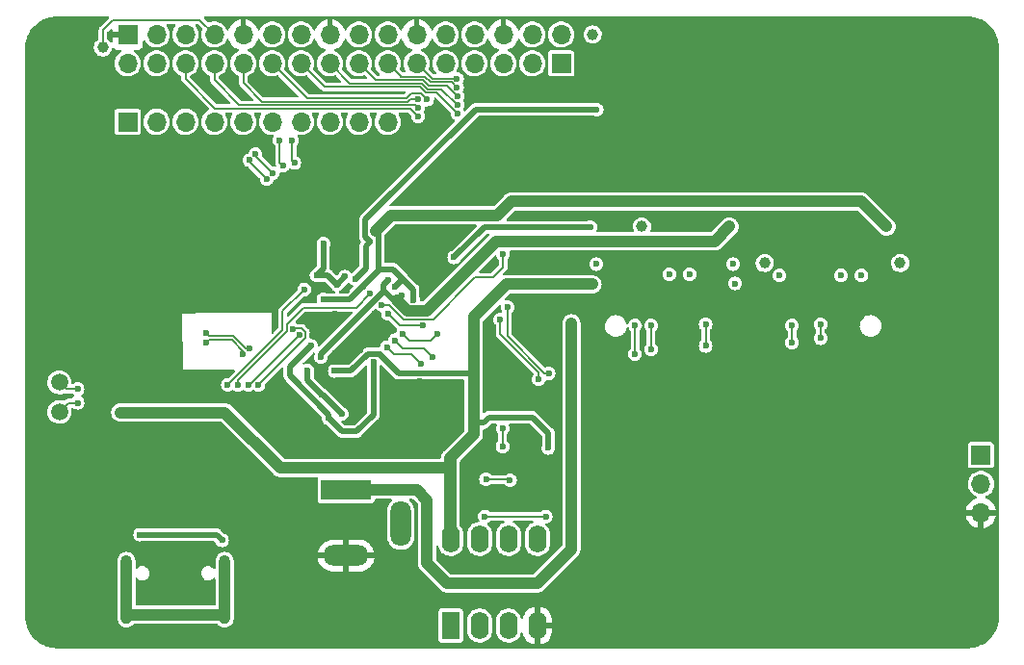
<source format=gbr>
%TF.GenerationSoftware,KiCad,Pcbnew,(6.0.6-0)*%
%TF.CreationDate,2023-04-01T16:22:28+01:00*%
%TF.ProjectId,Teacup,54656163-7570-42e6-9b69-6361645f7063,A*%
%TF.SameCoordinates,Original*%
%TF.FileFunction,Copper,L4,Bot*%
%TF.FilePolarity,Positive*%
%FSLAX46Y46*%
G04 Gerber Fmt 4.6, Leading zero omitted, Abs format (unit mm)*
G04 Created by KiCad (PCBNEW (6.0.6-0)) date 2023-04-01 16:22:28*
%MOMM*%
%LPD*%
G01*
G04 APERTURE LIST*
%TA.AperFunction,ComponentPad*%
%ADD10C,0.800000*%
%TD*%
%TA.AperFunction,ComponentPad*%
%ADD11C,5.400000*%
%TD*%
%TA.AperFunction,ComponentPad*%
%ADD12R,1.700000X1.700000*%
%TD*%
%TA.AperFunction,ComponentPad*%
%ADD13O,1.700000X1.700000*%
%TD*%
%TA.AperFunction,ComponentPad*%
%ADD14O,1.000000X1.600000*%
%TD*%
%TA.AperFunction,ComponentPad*%
%ADD15O,1.000000X2.100000*%
%TD*%
%TA.AperFunction,ComponentPad*%
%ADD16R,1.600000X2.400000*%
%TD*%
%TA.AperFunction,ComponentPad*%
%ADD17O,1.600000X2.400000*%
%TD*%
%TA.AperFunction,ComponentPad*%
%ADD18R,4.400000X1.800000*%
%TD*%
%TA.AperFunction,ComponentPad*%
%ADD19O,4.000000X1.800000*%
%TD*%
%TA.AperFunction,ComponentPad*%
%ADD20O,1.800000X4.000000*%
%TD*%
%TA.AperFunction,SMDPad,CuDef*%
%ADD21C,1.500000*%
%TD*%
%TA.AperFunction,ViaPad*%
%ADD22C,0.600000*%
%TD*%
%TA.AperFunction,ViaPad*%
%ADD23C,1.000000*%
%TD*%
%TA.AperFunction,Conductor*%
%ADD24C,0.200000*%
%TD*%
%TA.AperFunction,Conductor*%
%ADD25C,0.500000*%
%TD*%
%TA.AperFunction,Conductor*%
%ADD26C,1.000000*%
%TD*%
%TA.AperFunction,Conductor*%
%ADD27C,0.150000*%
%TD*%
%TA.AperFunction,Conductor*%
%ADD28C,0.180000*%
%TD*%
G04 APERTURE END LIST*
D10*
%TO.P,REF\u002A\u002A,1*%
%TO.N,GND*%
X246431891Y-53568109D03*
X245000000Y-52975000D03*
X243568109Y-56431891D03*
X242975000Y-55000000D03*
X245000000Y-57025000D03*
X246431891Y-56431891D03*
D11*
X245000000Y-55000000D03*
D10*
X247025000Y-55000000D03*
X243568109Y-53568109D03*
%TD*%
%TO.P,REF\u002A\u002A,1*%
%TO.N,GND*%
X243568109Y-106431891D03*
D11*
X245000000Y-105000000D03*
D10*
X243568109Y-103568109D03*
X246431891Y-103568109D03*
X247025000Y-105000000D03*
X245000000Y-107025000D03*
X242975000Y-105000000D03*
X245000000Y-102975000D03*
X246431891Y-106431891D03*
%TD*%
D12*
%TO.P,J7,1,Pin_1*%
%TO.N,Net-(IC1-Pad57)*%
X209300000Y-56340000D03*
D13*
%TO.P,J7,2,Pin_2*%
%TO.N,Net-(IC1-Pad58)*%
X206760000Y-56340000D03*
%TO.P,J7,3,Pin_3*%
%TO.N,Net-(IC1-Pad59)*%
X204220000Y-56340000D03*
%TO.P,J7,4,Pin_4*%
%TO.N,Net-(IC1-Pad60)*%
X201680000Y-56340000D03*
%TO.P,J7,5,Pin_5*%
%TO.N,Net-(IC1-Pad61)*%
X199140000Y-56340000D03*
%TO.P,J7,6,Pin_6*%
%TO.N,Net-(IC1-Pad62)*%
X196600000Y-56340000D03*
%TO.P,J7,7,Pin_7*%
%TO.N,Net-(IC1-Pad63)*%
X194060000Y-56340000D03*
%TO.P,J7,8,Pin_8*%
%TO.N,Net-(IC1-Pad64)*%
X191520000Y-56340000D03*
%TO.P,J7,9,Pin_9*%
%TO.N,Net-(IC1-Pad65)*%
X188980000Y-56340000D03*
%TO.P,J7,10,Pin_10*%
%TO.N,Net-(IC1-Pad66)*%
X186440000Y-56340000D03*
%TO.P,J7,11,Pin_11*%
%TO.N,Net-(IC1-Pad68)*%
X183900000Y-56340000D03*
%TO.P,J7,12,Pin_12*%
%TO.N,Net-(IC1-Pad69)*%
X181360000Y-56340000D03*
%TO.P,J7,13,Pin_13*%
%TO.N,Net-(IC1-Pad70)*%
X178820000Y-56340000D03*
%TO.P,J7,14,Pin_14*%
%TO.N,Net-(IC1-Pad71)*%
X176280000Y-56340000D03*
%TO.P,J7,15,Pin_15*%
%TO.N,Net-(IC1-Pad1)*%
X173740000Y-56340000D03*
%TO.P,J7,16,Pin_16*%
%TO.N,Net-(IC1-Pad2)*%
X171200000Y-56340000D03*
%TD*%
D12*
%TO.P,J6,1,Pin_1*%
%TO.N,GND*%
X171200000Y-53800000D03*
D13*
%TO.P,J6,2,Pin_2*%
%TO.N,/AUX0*%
X173740000Y-53800000D03*
%TO.P,J6,3,Pin_3*%
%TO.N,/MICLP*%
X176280000Y-53800000D03*
%TO.P,J6,4,Pin_4*%
%TO.N,/HPOUTL*%
X178820000Y-53800000D03*
%TO.P,J6,5,Pin_5*%
%TO.N,GND*%
X181360000Y-53800000D03*
%TO.P,J6,6,Pin_6*%
%TO.N,/PB25*%
X183900000Y-53800000D03*
%TO.P,J6,7,Pin_7*%
%TO.N,/PB26*%
X186440000Y-53800000D03*
%TO.P,J6,8,Pin_8*%
%TO.N,GND*%
X188980000Y-53800000D03*
%TO.P,J6,9,Pin_9*%
%TO.N,/PB27*%
X191520000Y-53800000D03*
%TO.P,J6,10,Pin_10*%
%TO.N,/PB28*%
X194060000Y-53800000D03*
%TO.P,J6,11,Pin_11*%
%TO.N,GND*%
X196600000Y-53800000D03*
%TO.P,J6,12,Pin_12*%
%TO.N,/PB29*%
X199140000Y-53800000D03*
%TO.P,J6,13,Pin_13*%
%TO.N,/PB30*%
X201680000Y-53800000D03*
%TO.P,J6,14,Pin_14*%
%TO.N,GND*%
X204220000Y-53800000D03*
%TO.P,J6,15,Pin_15*%
%TO.N,+3V3*%
X206760000Y-53800000D03*
%TO.P,J6,16,Pin_16*%
X209300000Y-53800000D03*
%TD*%
D14*
%TO.P,J1,S1,SHIELD*%
%TO.N,unconnected-(J1-PadS1)*%
X171080000Y-104850000D03*
D15*
X171080000Y-100670000D03*
D14*
X179720000Y-104850000D03*
D15*
X179720000Y-100670000D03*
%TD*%
D10*
%TO.P,REF\u002A\u002A,1*%
%TO.N,GND*%
X166431891Y-103568109D03*
X165000000Y-102975000D03*
D11*
X165000000Y-105000000D03*
D10*
X167025000Y-105000000D03*
X166431891Y-106431891D03*
X162975000Y-105000000D03*
X163568109Y-103568109D03*
X165000000Y-107025000D03*
X163568109Y-106431891D03*
%TD*%
D12*
%TO.P,J5,1,Pin_1*%
%TO.N,/UART_TX*%
X246200000Y-90800000D03*
D13*
%TO.P,J5,2,Pin_2*%
%TO.N,/UART_RX*%
X246200000Y-93340000D03*
%TO.P,J5,3,Pin_3*%
%TO.N,GND*%
X246200000Y-95880000D03*
%TD*%
D12*
%TO.P,J4,1,Pin_1*%
%TO.N,/PA06*%
X171200000Y-61480000D03*
D13*
%TO.P,J4,2,Pin_2*%
%TO.N,/PA07*%
X173740000Y-61480000D03*
%TO.P,J4,3,Pin_3*%
%TO.N,/PA08*%
X176280000Y-61480000D03*
%TO.P,J4,4,Pin_4*%
%TO.N,/PA09*%
X178820000Y-61480000D03*
%TO.P,J4,5,Pin_5*%
%TO.N,/PA10*%
X181360000Y-61480000D03*
%TO.P,J4,6,Pin_6*%
%TO.N,/PA11*%
X183900000Y-61480000D03*
%TO.P,J4,7,Pin_7*%
%TO.N,/PA14*%
X186440000Y-61480000D03*
%TO.P,J4,8,Pin_8*%
%TO.N,/PA15*%
X188980000Y-61480000D03*
%TO.P,J4,9,Pin_9*%
%TO.N,/PA16*%
X191520000Y-61480000D03*
%TO.P,J4,10,Pin_10*%
%TO.N,/PA17*%
X194060000Y-61480000D03*
%TD*%
D10*
%TO.P,REF\u002A\u002A,1*%
%TO.N,GND*%
X167025000Y-55000000D03*
X166431891Y-56431891D03*
X166431891Y-53568109D03*
X163568109Y-53568109D03*
X165000000Y-52975000D03*
X165000000Y-57025000D03*
X162975000Y-55000000D03*
X163568109Y-56431891D03*
D11*
X165000000Y-55000000D03*
%TD*%
D16*
%TO.P,U5,1,~{CS}*%
%TO.N,/NOR_CE*%
X199600000Y-105800000D03*
D17*
%TO.P,U5,2,DO(IO1)*%
%TO.N,/NOR_DR*%
X202140000Y-105800000D03*
%TO.P,U5,3,IO2*%
%TO.N,Net-(R13-Pad2)*%
X204680000Y-105800000D03*
%TO.P,U5,4,GND*%
%TO.N,GND*%
X207220000Y-105800000D03*
%TO.P,U5,5,DI(IO0)*%
%TO.N,/NOR_DT*%
X207220000Y-98180000D03*
%TO.P,U5,6,CLK*%
%TO.N,/NOR_CK*%
X204680000Y-98180000D03*
%TO.P,U5,7,IO3*%
%TO.N,Net-(R14-Pad1)*%
X202140000Y-98180000D03*
%TO.P,U5,8,VCC*%
%TO.N,+3V3*%
X199600000Y-98180000D03*
%TD*%
D18*
%TO.P,J8,1*%
%TO.N,+5V*%
X190400000Y-93850000D03*
D19*
%TO.P,J8,2*%
%TO.N,GND*%
X190400000Y-99650000D03*
D20*
%TO.P,J8,3*%
%TO.N,N/C*%
X195200000Y-96850000D03*
%TD*%
D21*
%TO.P,TP7,1,1*%
%TO.N,/I2C0_SDA*%
X165200000Y-87000000D03*
%TD*%
%TO.P,TP9,1,1*%
%TO.N,/I2C0_SCK*%
X165200000Y-84400000D03*
%TD*%
D22*
%TO.N,GND*%
X212600000Y-66650000D03*
X219600000Y-78800000D03*
D23*
X185000000Y-107000000D03*
D22*
X186400000Y-86200000D03*
X194100000Y-71700000D03*
X223000000Y-66600000D03*
D23*
X163000000Y-70000000D03*
D22*
X194125000Y-79725000D03*
X238300000Y-62000000D03*
X167750000Y-79000000D03*
X189475000Y-78375000D03*
X185345142Y-74154858D03*
X194700000Y-72500000D03*
D23*
X247000000Y-65000000D03*
X190000000Y-107000000D03*
D22*
X180500000Y-99200000D03*
X171200000Y-98800000D03*
X227100000Y-78800000D03*
X220700000Y-63000000D03*
X187900000Y-70100000D03*
D23*
X195000000Y-107000000D03*
D22*
X185900000Y-73600000D03*
X206100000Y-93300000D03*
X196400000Y-74500000D03*
D23*
X247000000Y-84999999D03*
D22*
X197100000Y-75200000D03*
X195700000Y-73800000D03*
X198850000Y-87950000D03*
X184200000Y-70000000D03*
X236500000Y-63950000D03*
D23*
X163000000Y-90000000D03*
D22*
X220650000Y-64800000D03*
X214500000Y-59000000D03*
X221000000Y-66600000D03*
D23*
X163000000Y-65000000D03*
X163000000Y-75000001D03*
D22*
X191850000Y-90850000D03*
X186400000Y-73000000D03*
X191200000Y-87300000D03*
D23*
X163000000Y-84999999D03*
X163000000Y-60000000D03*
X220000000Y-107000000D03*
D22*
X238150000Y-59350000D03*
D23*
X163000000Y-95000000D03*
X180000000Y-107000000D03*
D22*
X236500000Y-62100000D03*
D23*
X245225000Y-62575000D03*
X210000000Y-107000000D03*
D22*
X172700000Y-95400000D03*
X167750000Y-75975000D03*
X171900000Y-88850000D03*
X183600000Y-84800000D03*
X235500000Y-53100000D03*
X183400000Y-71100000D03*
X223300000Y-64800000D03*
X231050000Y-63000000D03*
X196100000Y-85000000D03*
X175900000Y-94600000D03*
D23*
X240000000Y-107000000D03*
D22*
X187500000Y-88000000D03*
D23*
X163000000Y-100000000D03*
X170000000Y-107000000D03*
X230000000Y-107000000D03*
X225000000Y-107000000D03*
D22*
X190442628Y-76368128D03*
X238350000Y-65600000D03*
X186800000Y-87300000D03*
X203100000Y-74300000D03*
X189475000Y-81875000D03*
X185100000Y-85000000D03*
X201400000Y-68600000D03*
X235500000Y-55000000D03*
D23*
X247000000Y-100000000D03*
D22*
X239300000Y-53000000D03*
D23*
X247000000Y-80000001D03*
D22*
X188200000Y-68700000D03*
X231400000Y-66600000D03*
X187949500Y-78950000D03*
X189100000Y-71500000D03*
X197875500Y-75300000D03*
X167750000Y-73000000D03*
D23*
X163000000Y-105000000D03*
D22*
X213000000Y-63050000D03*
D23*
X247000000Y-60000000D03*
X235000000Y-107000000D03*
D22*
X214500000Y-61800000D03*
X212950000Y-64850000D03*
D23*
X247000000Y-75000000D03*
D22*
X199800000Y-68600000D03*
D23*
X163000000Y-80000001D03*
D22*
X192875000Y-78375000D03*
D23*
X247000000Y-70000000D03*
D22*
X179000000Y-95400000D03*
X224900000Y-61800000D03*
X192950000Y-80750000D03*
X196900000Y-84300000D03*
X223350000Y-63000000D03*
X224900000Y-58900000D03*
X188350000Y-80575000D03*
X231000000Y-64800000D03*
X239300000Y-55100000D03*
X190580378Y-82630378D03*
X236500000Y-65600000D03*
X191650000Y-81550000D03*
D23*
X215000000Y-107000000D03*
X175000000Y-107000000D03*
D22*
X167650000Y-82000000D03*
X236650000Y-59350000D03*
X238350000Y-63950000D03*
%TO.N,Net-(C19-Pad2)*%
X193550000Y-77625000D03*
X204200000Y-73125000D03*
%TO.N,+3V3*%
X193300000Y-81900000D03*
X201600000Y-87950000D03*
X208175000Y-90175000D03*
D23*
X212050000Y-75775000D03*
D22*
X212400000Y-74000000D03*
D23*
X227200000Y-73900000D03*
D22*
X235700000Y-75000000D03*
X212425000Y-60400000D03*
X220587500Y-74900000D03*
X228500000Y-75000000D03*
X211875000Y-70725000D03*
X199900000Y-73400000D03*
X172750000Y-87100000D03*
X192525500Y-72025000D03*
X233900000Y-75000000D03*
X191200000Y-75300000D03*
D23*
X239100000Y-73900000D03*
D22*
X199525000Y-91075000D03*
D23*
X212075000Y-53800000D03*
X216400000Y-70700000D03*
D22*
X170550000Y-87050000D03*
X224600000Y-75700000D03*
X224400000Y-74000000D03*
X218800000Y-74900000D03*
X189400000Y-83400000D03*
%TO.N,+1V8*%
X188400000Y-72200000D03*
X204450000Y-71800000D03*
D23*
X224100000Y-70700000D03*
D22*
X187800000Y-75000000D03*
X189600000Y-75800000D03*
X194100000Y-75400000D03*
X187000000Y-83350000D03*
X190010589Y-87160589D03*
X190300000Y-75100000D03*
X188200000Y-82200000D03*
X195283972Y-76716028D03*
X188250500Y-85500000D03*
%TO.N,+0V8*%
X188851886Y-87550000D03*
X187300000Y-81200000D03*
D23*
X237900000Y-70700000D03*
D22*
X192800000Y-82600000D03*
X188400000Y-77100000D03*
X191900000Y-76000000D03*
X196300000Y-77149114D03*
X194710901Y-76016528D03*
%TO.N,Net-(IC1-Pad1)*%
X182426990Y-64326990D03*
X183949773Y-65984775D03*
%TO.N,Net-(IC1-Pad2)*%
X183419794Y-66514754D03*
X181897012Y-64856968D03*
%TO.N,/MIPI_CLK_N*%
X178115034Y-80100000D03*
X181882843Y-81387657D03*
%TO.N,/MIPI_CLK_P*%
X178115034Y-80900000D03*
X181317157Y-81953343D03*
%TO.N,/NOR_CK*%
X204150000Y-90050000D03*
X204182082Y-88425813D03*
%TO.N,/MMC0_D1*%
X215800000Y-79400000D03*
X215800000Y-81900000D03*
%TO.N,/MMC0_D0*%
X217200000Y-81500000D03*
X217200000Y-79400000D03*
%TO.N,/MMC0_CLK*%
X222000000Y-81200000D03*
X222000000Y-79300000D03*
%TO.N,/MMC0_CMD*%
X229600000Y-79400000D03*
X229600000Y-80900000D03*
%TO.N,/MMC0_D3*%
X232100000Y-80524500D03*
X232100000Y-79300000D03*
D23*
%TO.N,/HPOUTL*%
X169025000Y-54925000D03*
D22*
%TO.N,Net-(IC1-Pad58)*%
X193976284Y-81301299D03*
X196995878Y-82775500D03*
%TO.N,Net-(IC1-Pad60)*%
X197977297Y-82175500D03*
X194700000Y-80700000D03*
%TO.N,Net-(IC1-Pad62)*%
X200150000Y-57700000D03*
%TO.N,Net-(IC1-Pad63)*%
X200154142Y-58449491D03*
%TO.N,Net-(IC1-Pad64)*%
X200185462Y-59222568D03*
%TO.N,Net-(IC1-Pad65)*%
X198400000Y-80175500D03*
X195356896Y-80170335D03*
X200201543Y-59971898D03*
%TO.N,Net-(IC1-Pad66)*%
X200200000Y-60750000D03*
%TO.N,Net-(IC1-Pad68)*%
X197523192Y-59526808D03*
%TO.N,Net-(IC1-Pad69)*%
X196756299Y-59501671D03*
%TO.N,Net-(IC1-Pad70)*%
X196724500Y-60250498D03*
%TO.N,Net-(IC1-Pad71)*%
X196725500Y-61000000D03*
%TO.N,/UART_RX*%
X207331538Y-84131538D03*
X203957184Y-78882684D03*
%TO.N,/UART_TX*%
X197166622Y-79423508D03*
X194075500Y-78348513D03*
X204575500Y-77800000D03*
X208200000Y-83600000D03*
D23*
%TO.N,+5V*%
X210200000Y-79200000D03*
D22*
X179500000Y-98300000D03*
X172300000Y-97800000D03*
%TO.N,Net-(R13-Pad2)*%
X204800000Y-93000000D03*
X202700000Y-92950000D03*
%TO.N,Net-(R14-Pad1)*%
X207950000Y-96200000D03*
X202600000Y-96200000D03*
%TO.N,/PB26*%
X185650000Y-63125500D03*
X185850000Y-65100000D03*
%TO.N,/PB25*%
X184850000Y-65350000D03*
X184550000Y-63100000D03*
%TO.N,/CAM_PE*%
X186726184Y-76221865D03*
X180000000Y-84600000D03*
%TO.N,/I2C0_SCK*%
X166800000Y-85000000D03*
X186300000Y-80200000D03*
X181800000Y-84600000D03*
%TO.N,/I2C0_SDA*%
X185700000Y-79700000D03*
X182700000Y-84600000D03*
X166800000Y-86200000D03*
%TO.N,/CAM_LED*%
X180900000Y-84600000D03*
X192500000Y-76600000D03*
%TD*%
D24*
%TO.N,Net-(C19-Pad2)*%
X204200000Y-74275000D02*
X204200000Y-73125000D01*
X193550000Y-77625000D02*
X194200000Y-77625000D01*
X201375000Y-75525000D02*
X201725000Y-75175000D01*
X194200000Y-77625000D02*
X194500000Y-77925000D01*
X195424114Y-78849114D02*
X198050886Y-78849114D01*
X201725000Y-75175000D02*
X203300000Y-75175000D01*
X203300000Y-75175000D02*
X204200000Y-74275000D01*
X198050886Y-78849114D02*
X201375000Y-75525000D01*
X194500000Y-77925000D02*
X195424114Y-78849114D01*
D25*
%TO.N,+3V3*%
X211850000Y-70750000D02*
X202550000Y-70750000D01*
X189400000Y-83400000D02*
X190800000Y-83400000D01*
D26*
X199475000Y-91925000D02*
X184625000Y-91925000D01*
D25*
X202500000Y-87950000D02*
X202975000Y-87475000D01*
D26*
X199525000Y-91075000D02*
X199525000Y-98105000D01*
D25*
X201600000Y-87950000D02*
X202500000Y-87950000D01*
D26*
X199525000Y-91875000D02*
X199475000Y-91925000D01*
X179750000Y-87050000D02*
X170550000Y-87050000D01*
X201625000Y-78650000D02*
X201625000Y-83600000D01*
D25*
X201800000Y-60400000D02*
X212425000Y-60400000D01*
X192300000Y-81900000D02*
X193300000Y-81900000D01*
D26*
X212050000Y-75775000D02*
X204500000Y-75775000D01*
D25*
X192525500Y-72025000D02*
X192125000Y-72425500D01*
X206775000Y-87475000D02*
X208175000Y-88875000D01*
X192125000Y-72425500D02*
X192125000Y-74375000D01*
D26*
X184625000Y-91925000D02*
X179750000Y-87050000D01*
D25*
X193300000Y-81900000D02*
X195000000Y-83600000D01*
X190800000Y-83400000D02*
X192300000Y-81900000D01*
X195000000Y-83600000D02*
X201625000Y-83600000D01*
X211875000Y-70725000D02*
X211850000Y-70750000D01*
X202975000Y-87475000D02*
X206775000Y-87475000D01*
D26*
X201625000Y-88975000D02*
X201625000Y-83600000D01*
X199600000Y-98180000D02*
X199600000Y-91150000D01*
X199600000Y-91150000D02*
X199525000Y-91075000D01*
D25*
X202550000Y-70750000D02*
X199900000Y-73400000D01*
X192525500Y-72025000D02*
X192100000Y-71599500D01*
D26*
X199525000Y-91075000D02*
X199525000Y-91875000D01*
D25*
X192100000Y-70100000D02*
X201800000Y-60400000D01*
D26*
X199525000Y-98105000D02*
X199600000Y-98180000D01*
D25*
X192100000Y-71599500D02*
X192100000Y-70100000D01*
D26*
X204500000Y-75775000D02*
X201625000Y-78650000D01*
D25*
X192125000Y-74375000D02*
X191200000Y-75300000D01*
D26*
X199525000Y-91075000D02*
X201625000Y-88975000D01*
D25*
X208175000Y-88875000D02*
X208175000Y-90175000D01*
%TO.N,+1V8*%
X188200000Y-81889950D02*
X188200000Y-82200000D01*
X194750000Y-77375000D02*
X195283972Y-76841028D01*
X194875000Y-77200000D02*
X194875000Y-77125000D01*
X193700000Y-76325000D02*
X194750000Y-77375000D01*
D26*
X222800000Y-72000000D02*
X224100000Y-70700000D01*
D25*
X193700000Y-76325000D02*
X193700000Y-76389950D01*
X188800000Y-75000000D02*
X189600000Y-75800000D01*
X194875000Y-77125000D02*
X195283972Y-76716028D01*
D26*
X203575000Y-72000000D02*
X222800000Y-72000000D01*
D25*
X188350000Y-85500000D02*
X190010589Y-87160589D01*
X187000000Y-84249500D02*
X188250500Y-85500000D01*
X195283972Y-76841028D02*
X195283972Y-76716028D01*
X193700000Y-76389950D02*
X188200000Y-81889950D01*
D26*
X195774114Y-78099114D02*
X197475886Y-78099114D01*
D25*
X193700000Y-75800000D02*
X193700000Y-76325000D01*
X188250500Y-85500000D02*
X188350000Y-85500000D01*
X188400000Y-74400000D02*
X187800000Y-75000000D01*
X194100000Y-75400000D02*
X193700000Y-75800000D01*
X188400000Y-72200000D02*
X188400000Y-74400000D01*
D26*
X197475886Y-78099114D02*
X203575000Y-72000000D01*
D25*
X187000000Y-83350000D02*
X187000000Y-84249500D01*
D26*
X194875000Y-77200000D02*
X195774114Y-78099114D01*
D25*
X187800000Y-75000000D02*
X188800000Y-75000000D01*
X189600000Y-75800000D02*
X190300000Y-75100000D01*
%TO.N,+0V8*%
X190700000Y-77100000D02*
X190737500Y-77062500D01*
X185450000Y-83050000D02*
X187300000Y-81200000D01*
X193225000Y-74375000D02*
X193225000Y-71300000D01*
D27*
X190737500Y-77062500D02*
X193350000Y-74450000D01*
D25*
X191325000Y-88725000D02*
X190026886Y-88725000D01*
X191900000Y-76000000D02*
X191800000Y-76000000D01*
D26*
X203700000Y-69700000D02*
X194375000Y-69700000D01*
D25*
X191900000Y-76000000D02*
X191900000Y-75900000D01*
X195400000Y-75325000D02*
X195400000Y-75327429D01*
X196300000Y-76225000D02*
X194525000Y-74450000D01*
X195400000Y-75327429D02*
X194710901Y-76016528D01*
X191900000Y-75900000D02*
X193350000Y-74450000D01*
X194525000Y-74450000D02*
X193350000Y-74450000D01*
X192800000Y-87250000D02*
X191325000Y-88725000D01*
X193225000Y-71300000D02*
X193000000Y-71075000D01*
D24*
X191900000Y-76000000D02*
X193375000Y-74525000D01*
D25*
X190026886Y-88725000D02*
X188851886Y-87550000D01*
X191800000Y-76000000D02*
X190737500Y-77062500D01*
X193375000Y-74525000D02*
X193225000Y-74375000D01*
X188400000Y-77100000D02*
X190700000Y-77100000D01*
X192800000Y-82600000D02*
X192800000Y-87250000D01*
X188851886Y-87226886D02*
X185450000Y-83825000D01*
X188851886Y-87550000D02*
X188851886Y-87226886D01*
D26*
X194375000Y-69700000D02*
X193000000Y-71075000D01*
D25*
X196300000Y-77149114D02*
X196300000Y-76225000D01*
X185450000Y-83825000D02*
X185450000Y-83050000D01*
D26*
X235700000Y-68500000D02*
X204900000Y-68500000D01*
X237900000Y-70700000D02*
X235700000Y-68500000D01*
X204900000Y-68500000D02*
X203700000Y-69700000D01*
D27*
%TO.N,Net-(IC1-Pad1)*%
X183949773Y-65984775D02*
X182426990Y-64461992D01*
X182426990Y-64461992D02*
X182426990Y-64326990D01*
%TO.N,Net-(IC1-Pad2)*%
X181897012Y-64991972D02*
X181897012Y-64856968D01*
X183419794Y-66514754D02*
X181897012Y-64991972D01*
D28*
%TO.N,/MIPI_CLK_N*%
X178115034Y-80100000D02*
X178325034Y-80310000D01*
X178325034Y-80310000D02*
X180508201Y-80310000D01*
X180508201Y-80310000D02*
X181585858Y-81387657D01*
X181585858Y-81387657D02*
X181882843Y-81387657D01*
%TO.N,/MIPI_CLK_P*%
X180350799Y-80690000D02*
X181317157Y-81656358D01*
X181317157Y-81656358D02*
X181317157Y-81953343D01*
X178325034Y-80690000D02*
X180350799Y-80690000D01*
X178115034Y-80900000D02*
X178325034Y-80690000D01*
D27*
%TO.N,/NOR_CK*%
X204150000Y-88457895D02*
X204150000Y-90050000D01*
X204182082Y-88425813D02*
X204150000Y-88457895D01*
%TO.N,/MMC0_D1*%
X215800000Y-81900000D02*
X215800000Y-79400000D01*
%TO.N,/MMC0_D0*%
X217200000Y-81500000D02*
X217200000Y-79400000D01*
%TO.N,/MMC0_CLK*%
X222000000Y-81200000D02*
X222000000Y-79300000D01*
%TO.N,/MMC0_CMD*%
X229600000Y-80900000D02*
X229600000Y-79400000D01*
%TO.N,/MMC0_D3*%
X232100000Y-80524500D02*
X232100000Y-79300000D01*
%TO.N,/HPOUTL*%
X169925000Y-52525000D02*
X177545000Y-52525000D01*
X177545000Y-52525000D02*
X178820000Y-53800000D01*
X169025000Y-54925000D02*
X169025000Y-53425000D01*
X169025000Y-53425000D02*
X169925000Y-52525000D01*
%TO.N,Net-(IC1-Pad58)*%
X196120378Y-81900000D02*
X196995878Y-82775500D01*
X194574985Y-81900000D02*
X196120378Y-81900000D01*
X193976284Y-81301299D02*
X194574985Y-81900000D01*
%TO.N,Net-(IC1-Pad60)*%
X197201797Y-81400000D02*
X197977297Y-82175500D01*
X195400000Y-81400000D02*
X197201797Y-81400000D01*
X194700000Y-80700000D02*
X195400000Y-81400000D01*
%TO.N,Net-(IC1-Pad62)*%
X197960000Y-57700000D02*
X196600000Y-56340000D01*
X200150000Y-57700000D02*
X197960000Y-57700000D01*
%TO.N,Net-(IC1-Pad63)*%
X195200000Y-57500000D02*
X195200000Y-57480000D01*
X199704651Y-58000000D02*
X197800000Y-58000000D01*
X197300000Y-57500000D02*
X195200000Y-57500000D01*
X197800000Y-58000000D02*
X197300000Y-57500000D01*
X200154142Y-58449491D02*
X199704651Y-58000000D01*
X195200000Y-57480000D02*
X194060000Y-56340000D01*
%TO.N,Net-(IC1-Pad64)*%
X197175736Y-57800000D02*
X192980000Y-57800000D01*
X197675736Y-58300000D02*
X197175736Y-57800000D01*
X200185462Y-59222568D02*
X199262894Y-58300000D01*
X199262894Y-58300000D02*
X197675736Y-58300000D01*
X192980000Y-57800000D02*
X191520000Y-56340000D01*
%TO.N,Net-(IC1-Pad65)*%
X196850000Y-80750000D02*
X197825500Y-80750000D01*
X195356896Y-80170335D02*
X195936561Y-80750000D01*
X200171898Y-59971898D02*
X198800000Y-58600000D01*
X195936561Y-80750000D02*
X196850000Y-80750000D01*
X200201543Y-59971898D02*
X200171898Y-59971898D01*
X197551472Y-58600000D02*
X197051472Y-58100000D01*
X190740000Y-58100000D02*
X188980000Y-56340000D01*
X197051472Y-58100000D02*
X190740000Y-58100000D01*
X198800000Y-58600000D02*
X197551472Y-58600000D01*
X197825500Y-80750000D02*
X198400000Y-80175500D01*
%TO.N,Net-(IC1-Pad66)*%
X188500000Y-58400000D02*
X186440000Y-56340000D01*
X197427208Y-58900000D02*
X196927208Y-58400000D01*
X198350000Y-58900000D02*
X197427208Y-58900000D01*
X196927208Y-58400000D02*
X188500000Y-58400000D01*
X200200000Y-60750000D02*
X198350000Y-58900000D01*
%TO.N,Net-(IC1-Pad68)*%
X196131599Y-58976671D02*
X195708270Y-59400000D01*
X186960000Y-59400000D02*
X183900000Y-56340000D01*
X196973055Y-58976671D02*
X196131599Y-58976671D01*
X195708270Y-59400000D02*
X186960000Y-59400000D01*
X197523192Y-59526808D02*
X196973055Y-58976671D01*
%TO.N,Net-(IC1-Pad69)*%
X181360000Y-58060000D02*
X181360000Y-56340000D01*
X183000000Y-59700000D02*
X181360000Y-58060000D01*
X196030863Y-59501671D02*
X195832534Y-59700000D01*
X195832534Y-59700000D02*
X183000000Y-59700000D01*
X196756299Y-59501671D02*
X196030863Y-59501671D01*
%TO.N,Net-(IC1-Pad70)*%
X196724500Y-60250498D02*
X196474002Y-60000000D01*
X196474002Y-60000000D02*
X181000000Y-60000000D01*
X181000000Y-60000000D02*
X178820000Y-57820000D01*
X178820000Y-57820000D02*
X178820000Y-56340000D01*
%TO.N,Net-(IC1-Pad71)*%
X196725500Y-61000000D02*
X196025500Y-60300000D01*
X176280000Y-57680000D02*
X176280000Y-56340000D01*
X196025500Y-60300000D02*
X178900000Y-60300000D01*
X178900000Y-60300000D02*
X176280000Y-57680000D01*
%TO.N,/UART_RX*%
X203957184Y-80157184D02*
X203957184Y-78882684D01*
X207331538Y-83531538D02*
X203957184Y-80157184D01*
X207331538Y-84131538D02*
X207331538Y-83531538D01*
%TO.N,/UART_TX*%
X197166622Y-79423508D02*
X195150495Y-79423508D01*
X208200000Y-83600000D02*
X207824264Y-83600000D01*
X204575500Y-80351236D02*
X204575500Y-77800000D01*
X207824264Y-83600000D02*
X204575500Y-80351236D01*
X195150495Y-79423508D02*
X194075500Y-78348513D01*
D26*
%TO.N,+5V*%
X197525000Y-100325000D02*
X197525000Y-94775000D01*
X196600000Y-93850000D02*
X190400000Y-93850000D01*
D25*
X172300000Y-97800000D02*
X179000000Y-97800000D01*
D26*
X210200000Y-79200000D02*
X210200000Y-99100000D01*
X207200000Y-102100000D02*
X199300000Y-102100000D01*
X210200000Y-99100000D02*
X207200000Y-102100000D01*
X199300000Y-102100000D02*
X197525000Y-100325000D01*
X197525000Y-94775000D02*
X196600000Y-93850000D01*
D25*
X179000000Y-97800000D02*
X179500000Y-98300000D01*
D26*
%TO.N,unconnected-(J1-PadS1)*%
X179720000Y-100670000D02*
X179720000Y-104850000D01*
X171080000Y-100670000D02*
X171080000Y-104850000D01*
X171080000Y-104850000D02*
X179720000Y-104850000D01*
D27*
%TO.N,Net-(R13-Pad2)*%
X204750000Y-92950000D02*
X204800000Y-93000000D01*
X202700000Y-92950000D02*
X204750000Y-92950000D01*
%TO.N,Net-(R14-Pad1)*%
X207950000Y-96200000D02*
X202600000Y-96200000D01*
%TO.N,/PB26*%
X185650000Y-64900000D02*
X185650000Y-63125500D01*
X185850000Y-65100000D02*
X185650000Y-64900000D01*
%TO.N,/PB25*%
X184550000Y-65050000D02*
X184550000Y-63100000D01*
X184850000Y-65350000D02*
X184550000Y-65050000D01*
%TO.N,/CAM_PE*%
X180000000Y-84600000D02*
X184800000Y-79800000D01*
X184800000Y-78148049D02*
X186726184Y-76221865D01*
X184800000Y-79800000D02*
X184800000Y-78148049D01*
%TO.N,/I2C0_SCK*%
X181800000Y-84600000D02*
X181900000Y-84600000D01*
X165800000Y-85000000D02*
X165200000Y-84400000D01*
X181900000Y-84600000D02*
X186300000Y-80200000D01*
X166800000Y-85000000D02*
X165800000Y-85000000D01*
%TO.N,/I2C0_SDA*%
X185725000Y-79675000D02*
X185700000Y-79700000D01*
X166800000Y-86200000D02*
X166000000Y-86200000D01*
X186517463Y-79675000D02*
X185725000Y-79675000D01*
X186825000Y-80475000D02*
X186825000Y-79982537D01*
X186825000Y-79982537D02*
X186517463Y-79675000D01*
X182700000Y-84600000D02*
X186825000Y-80475000D01*
X166000000Y-86200000D02*
X165200000Y-87000000D01*
%TO.N,/CAM_LED*%
X185175000Y-79925000D02*
X185175000Y-79275000D01*
X191275000Y-77825000D02*
X192500000Y-76600000D01*
X180900000Y-84200000D02*
X185175000Y-79925000D01*
X185175000Y-79275000D02*
X186625000Y-77825000D01*
X186625000Y-77825000D02*
X191275000Y-77825000D01*
X180900000Y-84600000D02*
X180900000Y-84200000D01*
%TD*%
%TA.AperFunction,Conductor*%
%TO.N,GND*%
G36*
X169537646Y-52219407D02*
G01*
X169573610Y-52268907D01*
X169573610Y-52330093D01*
X169549459Y-52369504D01*
X168795275Y-53123688D01*
X168778975Y-53136852D01*
X168768790Y-53143428D01*
X168747284Y-53170708D01*
X168742036Y-53176615D01*
X168740305Y-53178658D01*
X168737425Y-53181538D01*
X168735055Y-53184854D01*
X168735052Y-53184858D01*
X168725976Y-53197559D01*
X168723179Y-53201285D01*
X168691397Y-53241600D01*
X168688862Y-53248818D01*
X168687576Y-53251295D01*
X168683128Y-53257519D01*
X168680783Y-53265360D01*
X168680782Y-53265362D01*
X168668425Y-53306682D01*
X168666984Y-53311118D01*
X168649977Y-53359548D01*
X168649500Y-53365055D01*
X168649500Y-53367193D01*
X168649448Y-53368399D01*
X168649242Y-53370825D01*
X168647310Y-53377287D01*
X168647631Y-53385459D01*
X168647631Y-53385460D01*
X168649424Y-53431090D01*
X168649500Y-53434977D01*
X168649500Y-54160772D01*
X168630593Y-54218963D01*
X168602376Y-54245092D01*
X168529045Y-54290206D01*
X168525096Y-54294074D01*
X168525095Y-54294074D01*
X168443893Y-54373593D01*
X168400732Y-54415859D01*
X168303446Y-54566817D01*
X168242022Y-54735578D01*
X168241328Y-54741070D01*
X168241328Y-54741071D01*
X168239920Y-54752219D01*
X168219514Y-54913753D01*
X168226015Y-54980059D01*
X168236499Y-55086984D01*
X168236500Y-55086989D01*
X168237039Y-55092486D01*
X168293726Y-55262896D01*
X168296591Y-55267627D01*
X168296593Y-55267631D01*
X168326666Y-55317287D01*
X168386759Y-55416512D01*
X168390607Y-55420497D01*
X168390608Y-55420498D01*
X168415841Y-55446627D01*
X168511514Y-55545699D01*
X168516139Y-55548725D01*
X168516142Y-55548728D01*
X168657163Y-55641009D01*
X168661789Y-55644036D01*
X168830116Y-55706636D01*
X168835602Y-55707368D01*
X168835606Y-55707369D01*
X168997408Y-55728957D01*
X169008130Y-55730388D01*
X169013636Y-55729887D01*
X169013638Y-55729887D01*
X169097556Y-55722250D01*
X169186981Y-55714112D01*
X169192241Y-55712403D01*
X169352517Y-55660326D01*
X169352519Y-55660325D01*
X169357782Y-55658615D01*
X169362538Y-55655780D01*
X169362540Y-55655779D01*
X169461861Y-55596572D01*
X169512044Y-55566657D01*
X169642099Y-55442807D01*
X169741483Y-55293222D01*
X169805257Y-55125336D01*
X169815469Y-55052671D01*
X169842291Y-54997679D01*
X169896314Y-54968954D01*
X169956904Y-54977469D01*
X169981971Y-54998181D01*
X169983594Y-54996558D01*
X169998455Y-55011419D01*
X170101781Y-55088857D01*
X170114018Y-55095557D01*
X170235713Y-55141178D01*
X170247702Y-55144029D01*
X170300009Y-55149711D01*
X170305343Y-55150000D01*
X170589843Y-55150000D01*
X170648034Y-55168907D01*
X170683998Y-55218407D01*
X170683998Y-55279593D01*
X170648034Y-55329093D01*
X170640464Y-55334079D01*
X170520856Y-55405238D01*
X170517441Y-55408233D01*
X170517438Y-55408235D01*
X170471843Y-55448221D01*
X170361881Y-55544655D01*
X170359073Y-55548217D01*
X170235708Y-55704706D01*
X170230976Y-55710708D01*
X170132523Y-55897836D01*
X170069820Y-56099773D01*
X170044967Y-56309754D01*
X170058796Y-56520749D01*
X170059912Y-56525142D01*
X170059912Y-56525144D01*
X170082486Y-56614028D01*
X170110845Y-56725690D01*
X170112747Y-56729815D01*
X170112747Y-56729816D01*
X170163400Y-56839690D01*
X170199369Y-56917714D01*
X170321405Y-57090391D01*
X170472865Y-57237937D01*
X170476638Y-57240458D01*
X170644899Y-57352887D01*
X170644902Y-57352889D01*
X170648677Y-57355411D01*
X170745467Y-57396995D01*
X170838774Y-57437083D01*
X170838778Y-57437084D01*
X170842953Y-57438878D01*
X170872430Y-57445548D01*
X171044760Y-57484543D01*
X171044765Y-57484544D01*
X171049186Y-57485544D01*
X171154828Y-57489695D01*
X171255937Y-57493668D01*
X171255938Y-57493668D01*
X171260470Y-57493846D01*
X171469730Y-57463504D01*
X171474029Y-57462045D01*
X171474032Y-57462044D01*
X171665654Y-57396997D01*
X171669955Y-57395537D01*
X171704920Y-57375956D01*
X171850481Y-57294437D01*
X171854442Y-57292219D01*
X172017012Y-57157012D01*
X172152219Y-56994442D01*
X172255537Y-56809955D01*
X172261503Y-56792380D01*
X172322044Y-56614032D01*
X172322045Y-56614028D01*
X172323504Y-56609730D01*
X172353846Y-56400470D01*
X172355429Y-56340000D01*
X172352650Y-56309754D01*
X172584967Y-56309754D01*
X172598796Y-56520749D01*
X172599912Y-56525142D01*
X172599912Y-56525144D01*
X172622486Y-56614028D01*
X172650845Y-56725690D01*
X172652747Y-56729815D01*
X172652747Y-56729816D01*
X172703400Y-56839690D01*
X172739369Y-56917714D01*
X172861405Y-57090391D01*
X173012865Y-57237937D01*
X173016638Y-57240458D01*
X173184899Y-57352887D01*
X173184902Y-57352889D01*
X173188677Y-57355411D01*
X173285467Y-57396995D01*
X173378774Y-57437083D01*
X173378778Y-57437084D01*
X173382953Y-57438878D01*
X173412430Y-57445548D01*
X173584760Y-57484543D01*
X173584765Y-57484544D01*
X173589186Y-57485544D01*
X173694828Y-57489695D01*
X173795937Y-57493668D01*
X173795938Y-57493668D01*
X173800470Y-57493846D01*
X174009730Y-57463504D01*
X174014029Y-57462045D01*
X174014032Y-57462044D01*
X174205654Y-57396997D01*
X174209955Y-57395537D01*
X174244920Y-57375956D01*
X174390481Y-57294437D01*
X174394442Y-57292219D01*
X174557012Y-57157012D01*
X174692219Y-56994442D01*
X174795537Y-56809955D01*
X174801503Y-56792380D01*
X174862044Y-56614032D01*
X174862045Y-56614028D01*
X174863504Y-56609730D01*
X174893846Y-56400470D01*
X174895429Y-56340000D01*
X174876081Y-56129440D01*
X174818686Y-55925931D01*
X174725165Y-55736290D01*
X174598651Y-55566867D01*
X174443381Y-55423337D01*
X174438882Y-55420498D01*
X174268391Y-55312926D01*
X174264554Y-55310505D01*
X174068160Y-55232152D01*
X173860775Y-55190901D01*
X173756599Y-55189537D01*
X173653886Y-55188192D01*
X173653881Y-55188192D01*
X173649346Y-55188133D01*
X173644873Y-55188902D01*
X173644868Y-55188902D01*
X173541601Y-55206647D01*
X173440953Y-55223941D01*
X173242575Y-55297127D01*
X173238676Y-55299446D01*
X173238671Y-55299449D01*
X173064762Y-55402914D01*
X173060856Y-55405238D01*
X173057441Y-55408233D01*
X173057438Y-55408235D01*
X173011843Y-55448221D01*
X172901881Y-55544655D01*
X172899073Y-55548217D01*
X172775708Y-55704706D01*
X172770976Y-55710708D01*
X172672523Y-55897836D01*
X172609820Y-56099773D01*
X172584967Y-56309754D01*
X172352650Y-56309754D01*
X172336081Y-56129440D01*
X172278686Y-55925931D01*
X172185165Y-55736290D01*
X172058651Y-55566867D01*
X171903381Y-55423337D01*
X171898882Y-55420498D01*
X171759774Y-55332727D01*
X171720650Y-55285685D01*
X171716648Y-55224630D01*
X171749298Y-55172884D01*
X171806127Y-55150212D01*
X171812602Y-55150000D01*
X172094657Y-55150000D01*
X172099991Y-55149711D01*
X172152298Y-55144029D01*
X172164287Y-55141178D01*
X172285982Y-55095557D01*
X172298219Y-55088857D01*
X172401545Y-55011419D01*
X172411419Y-55001545D01*
X172488857Y-54898219D01*
X172495557Y-54885982D01*
X172541178Y-54764287D01*
X172544029Y-54752298D01*
X172549711Y-54699991D01*
X172550000Y-54694657D01*
X172550000Y-54418157D01*
X172568907Y-54359966D01*
X172618407Y-54324002D01*
X172679593Y-54324002D01*
X172729093Y-54359966D01*
X172734885Y-54369847D01*
X172735201Y-54369664D01*
X172737469Y-54373592D01*
X172739369Y-54377714D01*
X172861405Y-54550391D01*
X173012865Y-54697937D01*
X173016638Y-54700458D01*
X173184899Y-54812887D01*
X173184902Y-54812889D01*
X173188677Y-54815411D01*
X173285472Y-54856997D01*
X173378774Y-54897083D01*
X173378778Y-54897084D01*
X173382953Y-54898878D01*
X173387387Y-54899881D01*
X173387386Y-54899881D01*
X173584760Y-54944543D01*
X173584765Y-54944544D01*
X173589186Y-54945544D01*
X173694828Y-54949695D01*
X173795937Y-54953668D01*
X173795938Y-54953668D01*
X173800470Y-54953846D01*
X174009730Y-54923504D01*
X174014029Y-54922045D01*
X174014032Y-54922044D01*
X174205654Y-54856997D01*
X174209955Y-54855537D01*
X174236647Y-54840589D01*
X174390481Y-54754437D01*
X174394442Y-54752219D01*
X174557012Y-54617012D01*
X174692219Y-54454442D01*
X174783177Y-54292026D01*
X174793319Y-54273916D01*
X174793320Y-54273914D01*
X174795537Y-54269955D01*
X174799149Y-54259313D01*
X174862044Y-54074032D01*
X174862045Y-54074029D01*
X174863504Y-54069730D01*
X174879127Y-53961984D01*
X174893426Y-53863369D01*
X174893426Y-53863363D01*
X174893846Y-53860470D01*
X174894760Y-53825575D01*
X174895353Y-53802914D01*
X174895353Y-53802909D01*
X174895429Y-53800000D01*
X174894902Y-53794256D01*
X174881554Y-53649000D01*
X174876081Y-53589440D01*
X174866490Y-53555434D01*
X174819920Y-53390306D01*
X174819920Y-53390305D01*
X174818686Y-53385931D01*
X174725165Y-53196290D01*
X174622447Y-53058734D01*
X174602779Y-53000796D01*
X174620923Y-52942363D01*
X174669948Y-52905754D01*
X174701771Y-52900500D01*
X175319881Y-52900500D01*
X175378072Y-52919407D01*
X175414036Y-52968907D01*
X175414036Y-53030093D01*
X175397628Y-53060790D01*
X175332482Y-53143428D01*
X175310976Y-53170708D01*
X175308862Y-53174726D01*
X175237103Y-53311118D01*
X175212523Y-53357836D01*
X175205065Y-53381855D01*
X175152855Y-53550000D01*
X175149820Y-53559773D01*
X175124967Y-53769754D01*
X175127154Y-53803116D01*
X175138271Y-53972734D01*
X175138796Y-53980749D01*
X175139912Y-53985142D01*
X175139912Y-53985144D01*
X175164187Y-54080725D01*
X175190845Y-54185690D01*
X175192747Y-54189815D01*
X175192747Y-54189816D01*
X175254608Y-54324002D01*
X175279369Y-54377714D01*
X175401405Y-54550391D01*
X175552865Y-54697937D01*
X175556638Y-54700458D01*
X175724899Y-54812887D01*
X175724902Y-54812889D01*
X175728677Y-54815411D01*
X175825472Y-54856997D01*
X175918774Y-54897083D01*
X175918778Y-54897084D01*
X175922953Y-54898878D01*
X175927387Y-54899881D01*
X175927386Y-54899881D01*
X176124760Y-54944543D01*
X176124765Y-54944544D01*
X176129186Y-54945544D01*
X176234828Y-54949695D01*
X176335937Y-54953668D01*
X176335938Y-54953668D01*
X176340470Y-54953846D01*
X176549730Y-54923504D01*
X176554029Y-54922045D01*
X176554032Y-54922044D01*
X176745654Y-54856997D01*
X176749955Y-54855537D01*
X176776647Y-54840589D01*
X176930481Y-54754437D01*
X176934442Y-54752219D01*
X177097012Y-54617012D01*
X177232219Y-54454442D01*
X177323177Y-54292026D01*
X177333319Y-54273916D01*
X177333320Y-54273914D01*
X177335537Y-54269955D01*
X177339149Y-54259313D01*
X177402044Y-54074032D01*
X177402045Y-54074029D01*
X177403504Y-54069730D01*
X177419127Y-53961984D01*
X177433426Y-53863369D01*
X177433426Y-53863363D01*
X177433846Y-53860470D01*
X177434760Y-53825575D01*
X177435353Y-53802914D01*
X177435353Y-53802909D01*
X177435429Y-53800000D01*
X177434902Y-53794256D01*
X177421554Y-53649000D01*
X177416081Y-53589440D01*
X177406490Y-53555434D01*
X177359920Y-53390306D01*
X177359920Y-53390305D01*
X177358686Y-53385931D01*
X177265165Y-53196290D01*
X177162447Y-53058734D01*
X177142779Y-53000796D01*
X177160923Y-52942363D01*
X177209948Y-52905754D01*
X177241771Y-52900500D01*
X177348455Y-52900500D01*
X177406646Y-52919407D01*
X177418459Y-52929496D01*
X177733679Y-53244716D01*
X177761456Y-53299233D01*
X177755138Y-53352607D01*
X177754634Y-53353823D01*
X177752523Y-53357836D01*
X177745065Y-53381855D01*
X177692855Y-53550000D01*
X177689820Y-53559773D01*
X177664967Y-53769754D01*
X177667154Y-53803116D01*
X177678271Y-53972734D01*
X177678796Y-53980749D01*
X177679912Y-53985142D01*
X177679912Y-53985144D01*
X177704187Y-54080725D01*
X177730845Y-54185690D01*
X177732747Y-54189815D01*
X177732747Y-54189816D01*
X177794608Y-54324002D01*
X177819369Y-54377714D01*
X177941405Y-54550391D01*
X178092865Y-54697937D01*
X178096638Y-54700458D01*
X178264899Y-54812887D01*
X178264902Y-54812889D01*
X178268677Y-54815411D01*
X178365472Y-54856997D01*
X178458774Y-54897083D01*
X178458778Y-54897084D01*
X178462953Y-54898878D01*
X178467387Y-54899881D01*
X178467386Y-54899881D01*
X178664760Y-54944543D01*
X178664765Y-54944544D01*
X178669186Y-54945544D01*
X178774828Y-54949695D01*
X178875937Y-54953668D01*
X178875938Y-54953668D01*
X178880470Y-54953846D01*
X179089730Y-54923504D01*
X179094029Y-54922045D01*
X179094032Y-54922044D01*
X179285654Y-54856997D01*
X179289955Y-54855537D01*
X179316647Y-54840589D01*
X179470481Y-54754437D01*
X179474442Y-54752219D01*
X179637012Y-54617012D01*
X179772219Y-54454442D01*
X179863177Y-54292026D01*
X179873319Y-54273916D01*
X179873320Y-54273914D01*
X179875537Y-54269955D01*
X179889538Y-54228709D01*
X179926147Y-54179684D01*
X179984580Y-54161540D01*
X180042518Y-54181208D01*
X180078911Y-54234911D01*
X180085449Y-54259313D01*
X180088397Y-54267411D01*
X180184570Y-54473653D01*
X180188882Y-54481123D01*
X180319411Y-54667537D01*
X180324944Y-54674132D01*
X180485868Y-54835056D01*
X180492463Y-54840589D01*
X180678876Y-54971118D01*
X180686346Y-54975430D01*
X180892589Y-55071603D01*
X180900682Y-55074549D01*
X180927097Y-55081627D01*
X180978411Y-55114951D01*
X181000338Y-55172073D01*
X180984502Y-55231173D01*
X180935740Y-55270135D01*
X180862575Y-55297127D01*
X180858676Y-55299446D01*
X180858671Y-55299449D01*
X180684762Y-55402914D01*
X180680856Y-55405238D01*
X180677441Y-55408233D01*
X180677438Y-55408235D01*
X180631843Y-55448221D01*
X180521881Y-55544655D01*
X180519073Y-55548217D01*
X180395708Y-55704706D01*
X180390976Y-55710708D01*
X180292523Y-55897836D01*
X180229820Y-56099773D01*
X180204967Y-56309754D01*
X180218796Y-56520749D01*
X180219912Y-56525142D01*
X180219912Y-56525144D01*
X180242486Y-56614028D01*
X180270845Y-56725690D01*
X180272747Y-56729815D01*
X180272747Y-56729816D01*
X180323400Y-56839690D01*
X180359369Y-56917714D01*
X180481405Y-57090391D01*
X180632865Y-57237937D01*
X180636638Y-57240458D01*
X180804899Y-57352887D01*
X180804902Y-57352889D01*
X180808677Y-57355411D01*
X180924579Y-57405206D01*
X180970581Y-57445548D01*
X180984500Y-57496166D01*
X180984500Y-58009376D01*
X180982283Y-58030212D01*
X180979731Y-58042066D01*
X180980692Y-58050187D01*
X180980692Y-58050190D01*
X180983814Y-58076564D01*
X180984275Y-58084387D01*
X180984500Y-58087110D01*
X180984500Y-58091193D01*
X180985170Y-58095219D01*
X180985171Y-58095230D01*
X180987735Y-58110633D01*
X180988391Y-58115240D01*
X180994424Y-58166210D01*
X180997735Y-58173105D01*
X180998578Y-58175770D01*
X180999833Y-58183313D01*
X181024219Y-58228507D01*
X181026312Y-58232616D01*
X181048537Y-58278900D01*
X181052094Y-58283131D01*
X181053603Y-58284640D01*
X181054423Y-58285534D01*
X181055991Y-58287392D01*
X181059194Y-58293329D01*
X181098724Y-58329870D01*
X181101527Y-58332564D01*
X182224459Y-59455496D01*
X182252236Y-59510013D01*
X182242665Y-59570445D01*
X182199400Y-59613710D01*
X182154455Y-59624500D01*
X181196545Y-59624500D01*
X181138354Y-59605593D01*
X181126541Y-59595504D01*
X179224496Y-57693459D01*
X179196719Y-57638942D01*
X179195500Y-57623455D01*
X179195500Y-57498542D01*
X179214407Y-57440351D01*
X179262677Y-57404796D01*
X179289955Y-57395537D01*
X179324920Y-57375956D01*
X179470481Y-57294437D01*
X179474442Y-57292219D01*
X179637012Y-57157012D01*
X179772219Y-56994442D01*
X179875537Y-56809955D01*
X179881503Y-56792380D01*
X179942044Y-56614032D01*
X179942045Y-56614028D01*
X179943504Y-56609730D01*
X179973846Y-56400470D01*
X179975429Y-56340000D01*
X179956081Y-56129440D01*
X179898686Y-55925931D01*
X179805165Y-55736290D01*
X179678651Y-55566867D01*
X179523381Y-55423337D01*
X179518882Y-55420498D01*
X179348391Y-55312926D01*
X179344554Y-55310505D01*
X179148160Y-55232152D01*
X178940775Y-55190901D01*
X178836599Y-55189537D01*
X178733886Y-55188192D01*
X178733881Y-55188192D01*
X178729346Y-55188133D01*
X178724873Y-55188902D01*
X178724868Y-55188902D01*
X178621601Y-55206647D01*
X178520953Y-55223941D01*
X178322575Y-55297127D01*
X178318676Y-55299446D01*
X178318671Y-55299449D01*
X178144762Y-55402914D01*
X178140856Y-55405238D01*
X178137441Y-55408233D01*
X178137438Y-55408235D01*
X178091843Y-55448221D01*
X177981881Y-55544655D01*
X177979073Y-55548217D01*
X177855708Y-55704706D01*
X177850976Y-55710708D01*
X177752523Y-55897836D01*
X177689820Y-56099773D01*
X177664967Y-56309754D01*
X177678796Y-56520749D01*
X177679912Y-56525142D01*
X177679912Y-56525144D01*
X177702486Y-56614028D01*
X177730845Y-56725690D01*
X177732747Y-56729815D01*
X177732747Y-56729816D01*
X177783400Y-56839690D01*
X177819369Y-56917714D01*
X177941405Y-57090391D01*
X178092865Y-57237937D01*
X178096638Y-57240458D01*
X178264899Y-57352887D01*
X178264902Y-57352889D01*
X178268677Y-57355411D01*
X178384579Y-57405206D01*
X178430581Y-57445548D01*
X178444500Y-57496166D01*
X178444500Y-57769376D01*
X178442283Y-57790212D01*
X178439731Y-57802066D01*
X178440692Y-57810187D01*
X178440692Y-57810190D01*
X178443814Y-57836564D01*
X178444275Y-57844387D01*
X178444500Y-57847110D01*
X178444500Y-57851193D01*
X178445170Y-57855219D01*
X178445171Y-57855230D01*
X178447735Y-57870633D01*
X178448391Y-57875240D01*
X178454424Y-57926210D01*
X178457735Y-57933105D01*
X178458578Y-57935770D01*
X178459833Y-57943313D01*
X178484219Y-57988507D01*
X178486312Y-57992616D01*
X178508537Y-58038900D01*
X178512094Y-58043131D01*
X178513603Y-58044640D01*
X178514423Y-58045534D01*
X178515991Y-58047392D01*
X178519194Y-58053329D01*
X178558724Y-58089870D01*
X178561527Y-58092564D01*
X180224458Y-59755496D01*
X180252235Y-59810013D01*
X180242664Y-59870445D01*
X180199399Y-59913710D01*
X180154454Y-59924500D01*
X179096545Y-59924500D01*
X179038354Y-59905593D01*
X179026541Y-59895504D01*
X176695760Y-57564723D01*
X176667983Y-57510206D01*
X176677554Y-57449774D01*
X176720819Y-57406509D01*
X176733936Y-57400975D01*
X176749955Y-57395537D01*
X176784920Y-57375956D01*
X176930481Y-57294437D01*
X176934442Y-57292219D01*
X177097012Y-57157012D01*
X177232219Y-56994442D01*
X177335537Y-56809955D01*
X177341503Y-56792380D01*
X177402044Y-56614032D01*
X177402045Y-56614028D01*
X177403504Y-56609730D01*
X177433846Y-56400470D01*
X177435429Y-56340000D01*
X177416081Y-56129440D01*
X177358686Y-55925931D01*
X177265165Y-55736290D01*
X177138651Y-55566867D01*
X176983381Y-55423337D01*
X176978882Y-55420498D01*
X176808391Y-55312926D01*
X176804554Y-55310505D01*
X176608160Y-55232152D01*
X176400775Y-55190901D01*
X176296599Y-55189537D01*
X176193886Y-55188192D01*
X176193881Y-55188192D01*
X176189346Y-55188133D01*
X176184873Y-55188902D01*
X176184868Y-55188902D01*
X176081601Y-55206647D01*
X175980953Y-55223941D01*
X175782575Y-55297127D01*
X175778676Y-55299446D01*
X175778671Y-55299449D01*
X175604762Y-55402914D01*
X175600856Y-55405238D01*
X175597441Y-55408233D01*
X175597438Y-55408235D01*
X175551843Y-55448221D01*
X175441881Y-55544655D01*
X175439073Y-55548217D01*
X175315708Y-55704706D01*
X175310976Y-55710708D01*
X175212523Y-55897836D01*
X175149820Y-56099773D01*
X175124967Y-56309754D01*
X175138796Y-56520749D01*
X175139912Y-56525142D01*
X175139912Y-56525144D01*
X175162486Y-56614028D01*
X175190845Y-56725690D01*
X175192747Y-56729815D01*
X175192747Y-56729816D01*
X175243400Y-56839690D01*
X175279369Y-56917714D01*
X175401405Y-57090391D01*
X175552865Y-57237937D01*
X175556638Y-57240458D01*
X175724899Y-57352887D01*
X175724902Y-57352889D01*
X175728677Y-57355411D01*
X175844579Y-57405206D01*
X175890581Y-57445548D01*
X175904500Y-57496166D01*
X175904500Y-57629376D01*
X175902283Y-57650212D01*
X175899731Y-57662066D01*
X175900692Y-57670187D01*
X175900692Y-57670190D01*
X175903814Y-57696564D01*
X175904275Y-57704387D01*
X175904500Y-57707110D01*
X175904500Y-57711193D01*
X175905170Y-57715219D01*
X175905171Y-57715230D01*
X175907735Y-57730633D01*
X175908393Y-57735252D01*
X175912432Y-57769376D01*
X175914424Y-57786210D01*
X175917735Y-57793105D01*
X175918578Y-57795770D01*
X175919833Y-57803313D01*
X175944219Y-57848507D01*
X175946312Y-57852616D01*
X175968537Y-57898900D01*
X175972094Y-57903131D01*
X175973603Y-57904640D01*
X175974423Y-57905534D01*
X175975991Y-57907392D01*
X175979194Y-57913329D01*
X176006750Y-57938801D01*
X176018724Y-57949870D01*
X176021527Y-57952564D01*
X178348084Y-60279121D01*
X178375861Y-60333638D01*
X178366290Y-60394070D01*
X178322398Y-60436830D01*
X178322575Y-60437127D01*
X178318682Y-60439443D01*
X178318678Y-60439445D01*
X178184938Y-60519012D01*
X178140856Y-60545238D01*
X178137441Y-60548233D01*
X178137438Y-60548235D01*
X178098433Y-60582442D01*
X177981881Y-60684655D01*
X177979073Y-60688217D01*
X177856865Y-60843238D01*
X177850976Y-60850708D01*
X177848862Y-60854726D01*
X177769886Y-61004835D01*
X177752523Y-61037836D01*
X177747864Y-61052841D01*
X177715596Y-61156762D01*
X177689820Y-61239773D01*
X177689286Y-61244283D01*
X177689286Y-61244284D01*
X177672013Y-61390227D01*
X177664967Y-61449754D01*
X177678796Y-61660749D01*
X177679912Y-61665142D01*
X177679912Y-61665144D01*
X177702487Y-61754032D01*
X177730845Y-61865690D01*
X177732747Y-61869815D01*
X177732747Y-61869816D01*
X177771518Y-61953916D01*
X177819369Y-62057714D01*
X177941405Y-62230391D01*
X178092865Y-62377937D01*
X178096638Y-62380458D01*
X178264899Y-62492887D01*
X178264902Y-62492889D01*
X178268677Y-62495411D01*
X178365472Y-62536997D01*
X178458774Y-62577083D01*
X178458778Y-62577084D01*
X178462953Y-62578878D01*
X178492881Y-62585650D01*
X178664760Y-62624543D01*
X178664765Y-62624544D01*
X178669186Y-62625544D01*
X178774828Y-62629695D01*
X178875937Y-62633668D01*
X178875938Y-62633668D01*
X178880470Y-62633846D01*
X179089730Y-62603504D01*
X179094029Y-62602045D01*
X179094032Y-62602044D01*
X179285654Y-62536997D01*
X179289955Y-62535537D01*
X179313633Y-62522277D01*
X179387784Y-62480750D01*
X179474442Y-62432219D01*
X179637012Y-62297012D01*
X179772219Y-62134442D01*
X179875537Y-61949955D01*
X179876997Y-61945654D01*
X179942044Y-61754032D01*
X179942045Y-61754029D01*
X179943504Y-61749730D01*
X179957062Y-61656223D01*
X179973426Y-61543369D01*
X179973426Y-61543363D01*
X179973846Y-61540470D01*
X179974199Y-61527019D01*
X179975353Y-61482914D01*
X179975353Y-61482909D01*
X179975429Y-61480000D01*
X179956081Y-61269440D01*
X179898686Y-61065931D01*
X179805165Y-60876290D01*
X179773387Y-60833734D01*
X179753719Y-60775796D01*
X179771864Y-60717363D01*
X179820889Y-60680754D01*
X179852711Y-60675500D01*
X180324989Y-60675500D01*
X180383180Y-60694407D01*
X180419144Y-60743907D01*
X180419144Y-60805093D01*
X180402736Y-60835789D01*
X180393790Y-60847137D01*
X180393786Y-60847143D01*
X180390976Y-60850708D01*
X180388862Y-60854726D01*
X180309886Y-61004835D01*
X180292523Y-61037836D01*
X180287864Y-61052841D01*
X180255596Y-61156762D01*
X180229820Y-61239773D01*
X180229286Y-61244283D01*
X180229286Y-61244284D01*
X180212013Y-61390227D01*
X180204967Y-61449754D01*
X180218796Y-61660749D01*
X180219912Y-61665142D01*
X180219912Y-61665144D01*
X180242487Y-61754032D01*
X180270845Y-61865690D01*
X180272747Y-61869815D01*
X180272747Y-61869816D01*
X180311518Y-61953916D01*
X180359369Y-62057714D01*
X180481405Y-62230391D01*
X180632865Y-62377937D01*
X180636638Y-62380458D01*
X180804899Y-62492887D01*
X180804902Y-62492889D01*
X180808677Y-62495411D01*
X180905472Y-62536997D01*
X180998774Y-62577083D01*
X180998778Y-62577084D01*
X181002953Y-62578878D01*
X181032881Y-62585650D01*
X181204760Y-62624543D01*
X181204765Y-62624544D01*
X181209186Y-62625544D01*
X181314828Y-62629695D01*
X181415937Y-62633668D01*
X181415938Y-62633668D01*
X181420470Y-62633846D01*
X181629730Y-62603504D01*
X181634029Y-62602045D01*
X181634032Y-62602044D01*
X181825654Y-62536997D01*
X181829955Y-62535537D01*
X181853633Y-62522277D01*
X181927784Y-62480750D01*
X182014442Y-62432219D01*
X182177012Y-62297012D01*
X182312219Y-62134442D01*
X182415537Y-61949955D01*
X182416997Y-61945654D01*
X182482044Y-61754032D01*
X182482045Y-61754029D01*
X182483504Y-61749730D01*
X182497062Y-61656223D01*
X182513426Y-61543369D01*
X182513426Y-61543363D01*
X182513846Y-61540470D01*
X182514199Y-61527019D01*
X182515353Y-61482914D01*
X182515353Y-61482909D01*
X182515429Y-61480000D01*
X182496081Y-61269440D01*
X182438686Y-61065931D01*
X182345165Y-60876290D01*
X182313387Y-60833734D01*
X182293719Y-60775796D01*
X182311864Y-60717363D01*
X182360889Y-60680754D01*
X182392711Y-60675500D01*
X182864989Y-60675500D01*
X182923180Y-60694407D01*
X182959144Y-60743907D01*
X182959144Y-60805093D01*
X182942736Y-60835789D01*
X182933790Y-60847137D01*
X182933786Y-60847143D01*
X182930976Y-60850708D01*
X182928862Y-60854726D01*
X182849886Y-61004835D01*
X182832523Y-61037836D01*
X182827864Y-61052841D01*
X182795596Y-61156762D01*
X182769820Y-61239773D01*
X182769286Y-61244283D01*
X182769286Y-61244284D01*
X182752013Y-61390227D01*
X182744967Y-61449754D01*
X182758796Y-61660749D01*
X182759912Y-61665142D01*
X182759912Y-61665144D01*
X182782487Y-61754032D01*
X182810845Y-61865690D01*
X182812747Y-61869815D01*
X182812747Y-61869816D01*
X182851518Y-61953916D01*
X182899369Y-62057714D01*
X183021405Y-62230391D01*
X183172865Y-62377937D01*
X183176638Y-62380458D01*
X183344899Y-62492887D01*
X183344902Y-62492889D01*
X183348677Y-62495411D01*
X183445472Y-62536997D01*
X183538774Y-62577083D01*
X183538778Y-62577084D01*
X183542953Y-62578878D01*
X183572881Y-62585650D01*
X183744760Y-62624543D01*
X183744765Y-62624544D01*
X183749186Y-62625544D01*
X183954162Y-62633598D01*
X184011565Y-62654776D01*
X184045558Y-62705650D01*
X184043156Y-62766788D01*
X184032421Y-62786256D01*
X184032658Y-62786393D01*
X184029415Y-62792010D01*
X184025464Y-62797159D01*
X183964956Y-62943238D01*
X183944318Y-63100000D01*
X183964956Y-63256762D01*
X184025464Y-63402841D01*
X184121718Y-63528282D01*
X184126871Y-63532236D01*
X184135767Y-63539062D01*
X184170423Y-63589486D01*
X184174500Y-63617604D01*
X184174500Y-64999376D01*
X184172283Y-65020212D01*
X184169731Y-65032066D01*
X184170692Y-65040187D01*
X184170692Y-65040190D01*
X184173814Y-65066564D01*
X184174275Y-65074387D01*
X184174500Y-65077110D01*
X184174500Y-65081193D01*
X184175170Y-65085219D01*
X184175171Y-65085230D01*
X184177735Y-65100633D01*
X184178391Y-65105240D01*
X184184424Y-65156210D01*
X184187735Y-65163105D01*
X184188578Y-65165770D01*
X184189833Y-65173313D01*
X184214219Y-65218507D01*
X184216320Y-65222633D01*
X184237657Y-65267068D01*
X184245802Y-65327707D01*
X184216748Y-65381553D01*
X184161592Y-65408039D01*
X184119168Y-65402512D01*
X184118798Y-65403894D01*
X184112533Y-65402215D01*
X184106535Y-65399731D01*
X183968459Y-65381553D01*
X183956207Y-65379940D01*
X183949773Y-65379093D01*
X183943339Y-65379940D01*
X183943336Y-65379940D01*
X183932214Y-65381404D01*
X183872053Y-65370253D01*
X183849290Y-65353255D01*
X183042804Y-64546769D01*
X183015027Y-64492252D01*
X183014655Y-64463843D01*
X183031825Y-64333424D01*
X183032672Y-64326990D01*
X183012034Y-64170228D01*
X182951526Y-64024149D01*
X182855272Y-63898708D01*
X182729831Y-63802454D01*
X182583752Y-63741946D01*
X182426990Y-63721308D01*
X182270228Y-63741946D01*
X182124149Y-63802454D01*
X181998708Y-63898708D01*
X181902454Y-64024149D01*
X181841946Y-64170228D01*
X181840031Y-64184777D01*
X181813693Y-64240000D01*
X181754799Y-64270009D01*
X181740250Y-64271924D01*
X181594171Y-64332432D01*
X181468730Y-64428686D01*
X181372476Y-64554127D01*
X181311968Y-64700206D01*
X181291330Y-64856968D01*
X181311968Y-65013730D01*
X181372476Y-65159809D01*
X181468730Y-65285250D01*
X181594171Y-65381504D01*
X181740250Y-65442012D01*
X181794183Y-65449112D01*
X181851264Y-65477261D01*
X182788274Y-66414271D01*
X182816051Y-66468788D01*
X182816423Y-66497195D01*
X182814959Y-66508317D01*
X182814112Y-66514754D01*
X182834750Y-66671516D01*
X182895258Y-66817595D01*
X182991512Y-66943036D01*
X183116953Y-67039290D01*
X183263032Y-67099798D01*
X183419794Y-67120436D01*
X183576556Y-67099798D01*
X183722635Y-67039290D01*
X183848076Y-66943036D01*
X183944330Y-66817595D01*
X184004838Y-66671516D01*
X184006754Y-66656963D01*
X184033097Y-66601739D01*
X184091982Y-66571735D01*
X184094383Y-66571419D01*
X184106535Y-66569819D01*
X184252614Y-66509311D01*
X184378055Y-66413057D01*
X184474309Y-66287616D01*
X184534817Y-66141537D01*
X184551948Y-66011410D01*
X184578289Y-65956186D01*
X184632059Y-65926991D01*
X184680649Y-65932098D01*
X184680975Y-65930881D01*
X184687240Y-65932560D01*
X184693238Y-65935044D01*
X184850000Y-65955682D01*
X185006762Y-65935044D01*
X185152841Y-65874536D01*
X185278282Y-65778282D01*
X185374536Y-65652841D01*
X185377019Y-65646846D01*
X185380264Y-65641226D01*
X185382247Y-65642371D01*
X185415443Y-65603515D01*
X185474940Y-65589241D01*
X185527424Y-65609393D01*
X185547159Y-65624536D01*
X185693238Y-65685044D01*
X185850000Y-65705682D01*
X186006762Y-65685044D01*
X186152841Y-65624536D01*
X186278282Y-65528282D01*
X186374536Y-65402841D01*
X186435044Y-65256762D01*
X186455682Y-65100000D01*
X186435044Y-64943238D01*
X186374536Y-64797159D01*
X186278282Y-64671718D01*
X186152841Y-64575464D01*
X186146848Y-64572982D01*
X186146847Y-64572981D01*
X186086614Y-64548032D01*
X186040088Y-64508295D01*
X186025500Y-64456568D01*
X186025500Y-63643104D01*
X186044407Y-63584913D01*
X186064233Y-63564562D01*
X186070944Y-63559413D01*
X186078282Y-63553782D01*
X186174536Y-63428341D01*
X186235044Y-63282262D01*
X186255682Y-63125500D01*
X186235044Y-62968738D01*
X186174536Y-62822659D01*
X186154969Y-62797159D01*
X186134130Y-62770000D01*
X186113706Y-62712324D01*
X186131084Y-62653658D01*
X186179626Y-62616411D01*
X186234519Y-62613174D01*
X186289186Y-62625544D01*
X186394828Y-62629695D01*
X186495937Y-62633668D01*
X186495938Y-62633668D01*
X186500470Y-62633846D01*
X186709730Y-62603504D01*
X186714029Y-62602045D01*
X186714032Y-62602044D01*
X186905654Y-62536997D01*
X186909955Y-62535537D01*
X186933633Y-62522277D01*
X187007784Y-62480750D01*
X187094442Y-62432219D01*
X187257012Y-62297012D01*
X187392219Y-62134442D01*
X187495537Y-61949955D01*
X187496997Y-61945654D01*
X187562044Y-61754032D01*
X187562045Y-61754029D01*
X187563504Y-61749730D01*
X187577062Y-61656223D01*
X187593426Y-61543369D01*
X187593426Y-61543363D01*
X187593846Y-61540470D01*
X187594199Y-61527019D01*
X187595353Y-61482914D01*
X187595353Y-61482909D01*
X187595429Y-61480000D01*
X187576081Y-61269440D01*
X187518686Y-61065931D01*
X187425165Y-60876290D01*
X187393387Y-60833734D01*
X187373719Y-60775796D01*
X187391864Y-60717363D01*
X187440889Y-60680754D01*
X187472711Y-60675500D01*
X187944989Y-60675500D01*
X188003180Y-60694407D01*
X188039144Y-60743907D01*
X188039144Y-60805093D01*
X188022736Y-60835789D01*
X188013790Y-60847137D01*
X188013786Y-60847143D01*
X188010976Y-60850708D01*
X188008862Y-60854726D01*
X187929886Y-61004835D01*
X187912523Y-61037836D01*
X187907864Y-61052841D01*
X187875596Y-61156762D01*
X187849820Y-61239773D01*
X187849286Y-61244283D01*
X187849286Y-61244284D01*
X187832013Y-61390227D01*
X187824967Y-61449754D01*
X187838796Y-61660749D01*
X187839912Y-61665142D01*
X187839912Y-61665144D01*
X187862487Y-61754032D01*
X187890845Y-61865690D01*
X187892747Y-61869815D01*
X187892747Y-61869816D01*
X187931518Y-61953916D01*
X187979369Y-62057714D01*
X188101405Y-62230391D01*
X188252865Y-62377937D01*
X188256638Y-62380458D01*
X188424899Y-62492887D01*
X188424902Y-62492889D01*
X188428677Y-62495411D01*
X188525472Y-62536997D01*
X188618774Y-62577083D01*
X188618778Y-62577084D01*
X188622953Y-62578878D01*
X188652881Y-62585650D01*
X188824760Y-62624543D01*
X188824765Y-62624544D01*
X188829186Y-62625544D01*
X188934828Y-62629695D01*
X189035937Y-62633668D01*
X189035938Y-62633668D01*
X189040470Y-62633846D01*
X189249730Y-62603504D01*
X189254029Y-62602045D01*
X189254032Y-62602044D01*
X189445654Y-62536997D01*
X189449955Y-62535537D01*
X189473633Y-62522277D01*
X189547784Y-62480750D01*
X189634442Y-62432219D01*
X189797012Y-62297012D01*
X189932219Y-62134442D01*
X190035537Y-61949955D01*
X190036997Y-61945654D01*
X190102044Y-61754032D01*
X190102045Y-61754029D01*
X190103504Y-61749730D01*
X190117062Y-61656223D01*
X190133426Y-61543369D01*
X190133426Y-61543363D01*
X190133846Y-61540470D01*
X190134199Y-61527019D01*
X190135353Y-61482914D01*
X190135353Y-61482909D01*
X190135429Y-61480000D01*
X190116081Y-61269440D01*
X190058686Y-61065931D01*
X189965165Y-60876290D01*
X189933387Y-60833734D01*
X189913719Y-60775796D01*
X189931864Y-60717363D01*
X189980889Y-60680754D01*
X190012711Y-60675500D01*
X190484989Y-60675500D01*
X190543180Y-60694407D01*
X190579144Y-60743907D01*
X190579144Y-60805093D01*
X190562736Y-60835789D01*
X190553790Y-60847137D01*
X190553786Y-60847143D01*
X190550976Y-60850708D01*
X190548862Y-60854726D01*
X190469886Y-61004835D01*
X190452523Y-61037836D01*
X190447864Y-61052841D01*
X190415596Y-61156762D01*
X190389820Y-61239773D01*
X190389286Y-61244283D01*
X190389286Y-61244284D01*
X190372013Y-61390227D01*
X190364967Y-61449754D01*
X190378796Y-61660749D01*
X190379912Y-61665142D01*
X190379912Y-61665144D01*
X190402487Y-61754032D01*
X190430845Y-61865690D01*
X190432747Y-61869815D01*
X190432747Y-61869816D01*
X190471518Y-61953916D01*
X190519369Y-62057714D01*
X190641405Y-62230391D01*
X190792865Y-62377937D01*
X190796638Y-62380458D01*
X190964899Y-62492887D01*
X190964902Y-62492889D01*
X190968677Y-62495411D01*
X191065472Y-62536997D01*
X191158774Y-62577083D01*
X191158778Y-62577084D01*
X191162953Y-62578878D01*
X191192881Y-62585650D01*
X191364760Y-62624543D01*
X191364765Y-62624544D01*
X191369186Y-62625544D01*
X191474828Y-62629695D01*
X191575937Y-62633668D01*
X191575938Y-62633668D01*
X191580470Y-62633846D01*
X191789730Y-62603504D01*
X191794029Y-62602045D01*
X191794032Y-62602044D01*
X191985654Y-62536997D01*
X191989955Y-62535537D01*
X192013633Y-62522277D01*
X192087784Y-62480750D01*
X192174442Y-62432219D01*
X192337012Y-62297012D01*
X192472219Y-62134442D01*
X192575537Y-61949955D01*
X192576997Y-61945654D01*
X192642044Y-61754032D01*
X192642045Y-61754029D01*
X192643504Y-61749730D01*
X192657062Y-61656223D01*
X192673426Y-61543369D01*
X192673426Y-61543363D01*
X192673846Y-61540470D01*
X192674199Y-61527019D01*
X192675353Y-61482914D01*
X192675353Y-61482909D01*
X192675429Y-61480000D01*
X192656081Y-61269440D01*
X192598686Y-61065931D01*
X192505165Y-60876290D01*
X192473387Y-60833734D01*
X192453719Y-60775796D01*
X192471864Y-60717363D01*
X192520889Y-60680754D01*
X192552711Y-60675500D01*
X193024989Y-60675500D01*
X193083180Y-60694407D01*
X193119144Y-60743907D01*
X193119144Y-60805093D01*
X193102736Y-60835789D01*
X193093790Y-60847137D01*
X193093786Y-60847143D01*
X193090976Y-60850708D01*
X193088862Y-60854726D01*
X193009886Y-61004835D01*
X192992523Y-61037836D01*
X192987864Y-61052841D01*
X192955596Y-61156762D01*
X192929820Y-61239773D01*
X192929286Y-61244283D01*
X192929286Y-61244284D01*
X192912013Y-61390227D01*
X192904967Y-61449754D01*
X192918796Y-61660749D01*
X192919912Y-61665142D01*
X192919912Y-61665144D01*
X192942487Y-61754032D01*
X192970845Y-61865690D01*
X192972747Y-61869815D01*
X192972747Y-61869816D01*
X193011518Y-61953916D01*
X193059369Y-62057714D01*
X193181405Y-62230391D01*
X193332865Y-62377937D01*
X193336638Y-62380458D01*
X193504899Y-62492887D01*
X193504902Y-62492889D01*
X193508677Y-62495411D01*
X193605472Y-62536997D01*
X193698774Y-62577083D01*
X193698778Y-62577084D01*
X193702953Y-62578878D01*
X193732881Y-62585650D01*
X193904760Y-62624543D01*
X193904765Y-62624544D01*
X193909186Y-62625544D01*
X194014828Y-62629695D01*
X194115937Y-62633668D01*
X194115938Y-62633668D01*
X194120470Y-62633846D01*
X194329730Y-62603504D01*
X194334029Y-62602045D01*
X194334032Y-62602044D01*
X194525654Y-62536997D01*
X194529955Y-62535537D01*
X194553633Y-62522277D01*
X194627784Y-62480750D01*
X194714442Y-62432219D01*
X194877012Y-62297012D01*
X195012219Y-62134442D01*
X195115537Y-61949955D01*
X195116997Y-61945654D01*
X195182044Y-61754032D01*
X195182045Y-61754029D01*
X195183504Y-61749730D01*
X195197062Y-61656223D01*
X195213426Y-61543369D01*
X195213426Y-61543363D01*
X195213846Y-61540470D01*
X195214199Y-61527019D01*
X195215353Y-61482914D01*
X195215353Y-61482909D01*
X195215429Y-61480000D01*
X195196081Y-61269440D01*
X195138686Y-61065931D01*
X195045165Y-60876290D01*
X195013387Y-60833734D01*
X194993719Y-60775796D01*
X195011864Y-60717363D01*
X195060889Y-60680754D01*
X195092711Y-60675500D01*
X195828955Y-60675500D01*
X195887146Y-60694407D01*
X195898959Y-60704496D01*
X196093980Y-60899517D01*
X196121757Y-60954034D01*
X196122129Y-60982441D01*
X196121675Y-60985891D01*
X196119818Y-61000000D01*
X196140456Y-61156762D01*
X196200964Y-61302841D01*
X196297218Y-61428282D01*
X196422659Y-61524536D01*
X196568738Y-61585044D01*
X196725500Y-61605682D01*
X196882262Y-61585044D01*
X197028341Y-61524536D01*
X197153782Y-61428282D01*
X197250036Y-61302841D01*
X197310544Y-61156762D01*
X197331182Y-61000000D01*
X197310544Y-60843238D01*
X197250036Y-60697159D01*
X197240601Y-60684863D01*
X197220178Y-60627187D01*
X197240602Y-60564330D01*
X197249036Y-60553339D01*
X197309544Y-60407260D01*
X197330182Y-60250498D01*
X197327808Y-60232466D01*
X197338958Y-60172305D01*
X197383340Y-60130188D01*
X197438883Y-60121391D01*
X197516758Y-60131643D01*
X197523192Y-60132490D01*
X197679954Y-60111852D01*
X197826033Y-60051344D01*
X197951474Y-59955090D01*
X198047728Y-59829649D01*
X198108236Y-59683570D01*
X198128874Y-59526808D01*
X198118896Y-59451016D01*
X198130046Y-59390855D01*
X198174429Y-59348738D01*
X198235091Y-59340752D01*
X198287053Y-59368090D01*
X199568480Y-60649517D01*
X199596257Y-60704034D01*
X199596629Y-60732441D01*
X199595165Y-60743563D01*
X199594318Y-60750000D01*
X199614956Y-60906762D01*
X199675464Y-61052841D01*
X199771718Y-61178282D01*
X199897159Y-61274536D01*
X199920703Y-61284288D01*
X199936894Y-61290995D01*
X199983420Y-61330732D01*
X199997703Y-61390227D01*
X199974288Y-61446755D01*
X199969012Y-61452463D01*
X191720952Y-69700524D01*
X191717959Y-69703394D01*
X191671844Y-69745799D01*
X191668287Y-69751536D01*
X191648243Y-69783864D01*
X191642959Y-69791551D01*
X191619973Y-69821834D01*
X191619970Y-69821839D01*
X191615888Y-69827217D01*
X191609467Y-69843434D01*
X191601560Y-69859155D01*
X191595922Y-69868248D01*
X191595920Y-69868253D01*
X191592365Y-69873986D01*
X191581133Y-69912649D01*
X191579872Y-69916988D01*
X191576850Y-69925813D01*
X191562849Y-69961174D01*
X191562847Y-69961181D01*
X191560364Y-69967453D01*
X191559158Y-69978929D01*
X191558540Y-69984806D01*
X191555153Y-70002068D01*
X191550285Y-70018825D01*
X191549500Y-70029515D01*
X191549500Y-70065631D01*
X191548958Y-70075979D01*
X191546293Y-70101340D01*
X191544599Y-70117454D01*
X191545724Y-70124105D01*
X191548114Y-70138236D01*
X191549500Y-70154746D01*
X191549500Y-71585065D01*
X191549413Y-71589211D01*
X191546790Y-71651794D01*
X191548332Y-71658367D01*
X191548332Y-71658370D01*
X191557016Y-71695393D01*
X191558716Y-71704563D01*
X191564794Y-71748932D01*
X191571724Y-71764946D01*
X191577247Y-71781644D01*
X191581232Y-71798636D01*
X191584483Y-71804549D01*
X191584485Y-71804555D01*
X191602809Y-71837887D01*
X191606911Y-71846260D01*
X191622014Y-71881161D01*
X191622016Y-71881165D01*
X191624695Y-71887355D01*
X191628940Y-71892598D01*
X191628941Y-71892599D01*
X191635671Y-71900910D01*
X191645484Y-71915514D01*
X191651395Y-71926265D01*
X191653893Y-71930808D01*
X191660897Y-71938922D01*
X191678266Y-71956291D01*
X191706043Y-72010808D01*
X191696472Y-72071240D01*
X191692402Y-72078463D01*
X191673243Y-72109364D01*
X191667959Y-72117051D01*
X191644973Y-72147334D01*
X191644970Y-72147339D01*
X191640888Y-72152717D01*
X191634467Y-72168934D01*
X191626560Y-72184655D01*
X191620922Y-72193748D01*
X191620920Y-72193753D01*
X191617365Y-72199486D01*
X191615483Y-72205964D01*
X191604872Y-72242488D01*
X191601850Y-72251313D01*
X191587849Y-72286674D01*
X191587847Y-72286681D01*
X191585364Y-72292953D01*
X191584659Y-72299662D01*
X191583540Y-72310306D01*
X191580153Y-72327568D01*
X191575285Y-72344325D01*
X191574500Y-72355015D01*
X191574500Y-72391131D01*
X191573958Y-72401479D01*
X191569599Y-72442954D01*
X191570724Y-72449605D01*
X191573114Y-72463736D01*
X191574500Y-72480246D01*
X191574500Y-74105967D01*
X191555593Y-74164158D01*
X191545504Y-74175971D01*
X190994480Y-74726996D01*
X190962362Y-74748456D01*
X190899602Y-74774452D01*
X190838605Y-74779253D01*
X190783174Y-74743255D01*
X190747804Y-74697159D01*
X190728282Y-74671718D01*
X190602841Y-74575464D01*
X190456762Y-74514956D01*
X190300000Y-74494318D01*
X190143238Y-74514956D01*
X189997159Y-74575464D01*
X189871718Y-74671718D01*
X189775464Y-74797159D01*
X189772981Y-74803154D01*
X189748456Y-74862362D01*
X189726996Y-74894480D01*
X189670004Y-74951472D01*
X189615487Y-74979249D01*
X189555055Y-74969678D01*
X189529996Y-74951472D01*
X189199475Y-74620951D01*
X189196605Y-74617958D01*
X189177479Y-74597159D01*
X189154201Y-74571844D01*
X189116134Y-74548242D01*
X189108449Y-74542959D01*
X189078166Y-74519973D01*
X189078161Y-74519970D01*
X189072783Y-74515888D01*
X189056566Y-74509467D01*
X189040845Y-74501560D01*
X189031752Y-74495922D01*
X189031747Y-74495920D01*
X189026014Y-74492365D01*
X189019535Y-74490483D01*
X189013368Y-74487737D01*
X189014696Y-74484754D01*
X188975205Y-74457942D01*
X188954453Y-74400383D01*
X188954771Y-74391657D01*
X188954696Y-74389257D01*
X188955401Y-74382546D01*
X188951886Y-74361763D01*
X188950500Y-74345254D01*
X188950500Y-72459851D01*
X188958036Y-72421965D01*
X188982560Y-72362759D01*
X188985044Y-72356762D01*
X189005682Y-72200000D01*
X188985044Y-72043238D01*
X188924536Y-71897159D01*
X188828282Y-71771718D01*
X188702841Y-71675464D01*
X188556762Y-71614956D01*
X188400000Y-71594318D01*
X188243238Y-71614956D01*
X188097159Y-71675464D01*
X187971718Y-71771718D01*
X187875464Y-71897159D01*
X187814956Y-72043238D01*
X187794318Y-72200000D01*
X187814956Y-72356762D01*
X187817440Y-72362759D01*
X187841964Y-72421965D01*
X187849500Y-72459851D01*
X187849500Y-74130968D01*
X187830593Y-74189159D01*
X187820504Y-74200971D01*
X187594481Y-74426995D01*
X187562362Y-74448456D01*
X187503156Y-74472979D01*
X187503150Y-74472982D01*
X187497159Y-74475464D01*
X187371718Y-74571718D01*
X187275464Y-74697159D01*
X187214956Y-74843238D01*
X187194318Y-75000000D01*
X187214956Y-75156762D01*
X187275464Y-75302841D01*
X187371718Y-75428282D01*
X187497159Y-75524536D01*
X187643238Y-75585044D01*
X187800000Y-75605682D01*
X187956762Y-75585044D01*
X187970156Y-75579496D01*
X188021965Y-75558036D01*
X188059851Y-75550500D01*
X188530968Y-75550500D01*
X188589159Y-75569407D01*
X188600971Y-75579496D01*
X189026995Y-76005519D01*
X189048456Y-76037638D01*
X189072979Y-76096844D01*
X189072982Y-76096850D01*
X189075464Y-76102841D01*
X189171718Y-76228282D01*
X189297159Y-76324536D01*
X189354400Y-76348246D01*
X189380449Y-76359036D01*
X189426974Y-76398773D01*
X189441258Y-76458268D01*
X189417843Y-76514795D01*
X189365674Y-76546765D01*
X189342563Y-76549500D01*
X188659851Y-76549500D01*
X188621965Y-76541964D01*
X188562759Y-76517440D01*
X188556762Y-76514956D01*
X188400000Y-76494318D01*
X188243238Y-76514956D01*
X188097159Y-76575464D01*
X187971718Y-76671718D01*
X187875464Y-76797159D01*
X187814956Y-76943238D01*
X187794318Y-77100000D01*
X187814956Y-77256762D01*
X187817440Y-77262759D01*
X187838091Y-77312614D01*
X187842892Y-77373611D01*
X187810923Y-77425780D01*
X187754395Y-77449195D01*
X187746627Y-77449500D01*
X186675624Y-77449500D01*
X186654788Y-77447282D01*
X186652625Y-77446816D01*
X186650933Y-77446452D01*
X186650932Y-77446452D01*
X186642934Y-77444730D01*
X186608886Y-77448760D01*
X186608428Y-77448814D01*
X186600615Y-77449275D01*
X186597892Y-77449500D01*
X186593807Y-77449500D01*
X186574378Y-77452734D01*
X186569792Y-77453387D01*
X186518791Y-77459423D01*
X186511898Y-77462733D01*
X186509227Y-77463578D01*
X186501687Y-77464833D01*
X186494489Y-77468717D01*
X186494486Y-77468718D01*
X186456512Y-77489208D01*
X186452355Y-77491326D01*
X186411720Y-77510838D01*
X186411718Y-77510839D01*
X186406100Y-77513537D01*
X186401869Y-77517094D01*
X186400360Y-77518603D01*
X186399466Y-77519423D01*
X186397608Y-77520991D01*
X186391671Y-77524194D01*
X186357915Y-77560711D01*
X186355130Y-77563724D01*
X186352436Y-77566527D01*
X185344504Y-78574459D01*
X185289987Y-78602236D01*
X185229555Y-78592665D01*
X185186290Y-78549400D01*
X185175500Y-78504455D01*
X185175500Y-78344594D01*
X185194407Y-78286403D01*
X185204496Y-78274590D01*
X186625701Y-76853385D01*
X186680218Y-76825608D01*
X186708625Y-76825236D01*
X186719747Y-76826700D01*
X186719750Y-76826700D01*
X186726184Y-76827547D01*
X186882946Y-76806909D01*
X187029025Y-76746401D01*
X187154466Y-76650147D01*
X187250720Y-76524706D01*
X187311228Y-76378627D01*
X187331866Y-76221865D01*
X187311228Y-76065103D01*
X187250720Y-75919024D01*
X187154466Y-75793583D01*
X187029025Y-75697329D01*
X186882946Y-75636821D01*
X186726184Y-75616183D01*
X186569422Y-75636821D01*
X186423343Y-75697329D01*
X186297902Y-75793583D01*
X186201648Y-75919024D01*
X186141140Y-76065103D01*
X186120502Y-76221865D01*
X186121349Y-76228299D01*
X186121349Y-76228302D01*
X186122813Y-76239424D01*
X186111662Y-76299585D01*
X186094664Y-76322348D01*
X184570275Y-77846737D01*
X184553975Y-77859901D01*
X184543790Y-77866477D01*
X184522281Y-77893760D01*
X184517036Y-77899664D01*
X184515305Y-77901707D01*
X184512425Y-77904587D01*
X184510055Y-77907903D01*
X184510052Y-77907907D01*
X184500976Y-77920608D01*
X184498174Y-77924341D01*
X184477689Y-77950326D01*
X184466397Y-77964649D01*
X184463862Y-77971867D01*
X184462576Y-77974344D01*
X184458128Y-77980568D01*
X184455783Y-77988409D01*
X184455782Y-77988411D01*
X184443425Y-78029731D01*
X184441984Y-78034167D01*
X184435272Y-78053282D01*
X184424977Y-78082597D01*
X184424500Y-78088104D01*
X184424500Y-78090242D01*
X184424448Y-78091448D01*
X184424242Y-78093874D01*
X184422310Y-78100336D01*
X184422631Y-78108508D01*
X184422631Y-78108509D01*
X184424424Y-78154139D01*
X184424500Y-78158026D01*
X184424500Y-79603455D01*
X184405593Y-79661646D01*
X184395504Y-79673459D01*
X183985356Y-80083607D01*
X183930839Y-80111384D01*
X183870407Y-80101813D01*
X183827142Y-80058548D01*
X183816353Y-80013110D01*
X183824922Y-78290681D01*
X183825000Y-78275000D01*
X178292505Y-78310239D01*
X175990680Y-78324900D01*
X175975000Y-78325000D01*
X176050000Y-83300000D01*
X180529955Y-83300000D01*
X180588146Y-83318907D01*
X180624110Y-83368407D01*
X180624110Y-83429593D01*
X180599959Y-83469004D01*
X180100483Y-83968480D01*
X180045966Y-83996257D01*
X180017559Y-83996629D01*
X180006437Y-83995165D01*
X180006434Y-83995165D01*
X180000000Y-83994318D01*
X179993566Y-83995165D01*
X179985272Y-83996257D01*
X179843238Y-84014956D01*
X179697159Y-84075464D01*
X179571718Y-84171718D01*
X179475464Y-84297159D01*
X179436974Y-84390082D01*
X179418626Y-84434379D01*
X179414956Y-84443238D01*
X179394318Y-84600000D01*
X179414956Y-84756762D01*
X179475464Y-84902841D01*
X179571718Y-85028282D01*
X179697159Y-85124536D01*
X179843238Y-85185044D01*
X180000000Y-85205682D01*
X180156762Y-85185044D01*
X180302841Y-85124536D01*
X180316249Y-85114247D01*
X180389733Y-85057862D01*
X180447409Y-85037438D01*
X180510267Y-85057862D01*
X180583751Y-85114247D01*
X180597159Y-85124536D01*
X180743238Y-85185044D01*
X180900000Y-85205682D01*
X181056762Y-85185044D01*
X181202841Y-85124536D01*
X181216249Y-85114247D01*
X181289733Y-85057862D01*
X181347409Y-85037438D01*
X181410267Y-85057862D01*
X181483751Y-85114247D01*
X181497159Y-85124536D01*
X181643238Y-85185044D01*
X181800000Y-85205682D01*
X181956762Y-85185044D01*
X182102841Y-85124536D01*
X182116249Y-85114247D01*
X182189733Y-85057862D01*
X182247409Y-85037438D01*
X182310267Y-85057862D01*
X182383751Y-85114247D01*
X182397159Y-85124536D01*
X182543238Y-85185044D01*
X182700000Y-85205682D01*
X182856762Y-85185044D01*
X183002841Y-85124536D01*
X183128282Y-85028282D01*
X183224536Y-84902841D01*
X183285044Y-84756762D01*
X183305682Y-84600000D01*
X183304835Y-84593563D01*
X183303371Y-84582441D01*
X183314522Y-84522280D01*
X183331520Y-84499517D01*
X184730496Y-83100541D01*
X184785013Y-83072764D01*
X184845445Y-83082335D01*
X184888710Y-83125600D01*
X184899500Y-83170545D01*
X184899500Y-83810565D01*
X184899413Y-83814711D01*
X184896790Y-83877294D01*
X184898332Y-83883867D01*
X184898332Y-83883870D01*
X184907016Y-83920893D01*
X184908716Y-83930063D01*
X184914794Y-83974432D01*
X184921724Y-83990446D01*
X184927247Y-84007144D01*
X184931232Y-84024136D01*
X184934483Y-84030049D01*
X184934485Y-84030055D01*
X184952809Y-84063387D01*
X184956911Y-84071760D01*
X184972014Y-84106661D01*
X184972016Y-84106665D01*
X184974695Y-84112855D01*
X184978940Y-84118098D01*
X184978941Y-84118099D01*
X184985671Y-84126410D01*
X184995484Y-84141014D01*
X185001395Y-84151765D01*
X185003893Y-84156308D01*
X185010897Y-84164422D01*
X185036444Y-84189969D01*
X185043376Y-84197669D01*
X185069614Y-84230070D01*
X185075113Y-84233978D01*
X185086791Y-84242277D01*
X185099446Y-84252971D01*
X186674868Y-85828392D01*
X188229164Y-87382688D01*
X188256941Y-87437205D01*
X188257313Y-87465613D01*
X188251921Y-87506573D01*
X188246204Y-87550000D01*
X188266842Y-87706762D01*
X188327350Y-87852841D01*
X188423604Y-87978282D01*
X188549045Y-88074536D01*
X188582977Y-88088591D01*
X188614247Y-88101544D01*
X188646365Y-88123004D01*
X189627410Y-89104048D01*
X189630280Y-89107041D01*
X189672685Y-89153156D01*
X189678422Y-89156713D01*
X189710750Y-89176757D01*
X189718437Y-89182041D01*
X189748720Y-89205027D01*
X189748725Y-89205030D01*
X189754103Y-89209112D01*
X189770320Y-89215533D01*
X189786041Y-89223440D01*
X189795134Y-89229078D01*
X189795139Y-89229080D01*
X189800872Y-89232635D01*
X189839193Y-89243768D01*
X189843874Y-89245128D01*
X189852699Y-89248150D01*
X189888060Y-89262151D01*
X189888067Y-89262153D01*
X189894339Y-89264636D01*
X189911692Y-89266460D01*
X189928954Y-89269847D01*
X189945711Y-89274715D01*
X189950884Y-89275095D01*
X189950885Y-89275095D01*
X189954600Y-89275368D01*
X189954607Y-89275368D01*
X189956401Y-89275500D01*
X189992517Y-89275500D01*
X190002865Y-89276042D01*
X190037631Y-89279696D01*
X190037632Y-89279696D01*
X190044340Y-89280401D01*
X190065123Y-89276886D01*
X190081632Y-89275500D01*
X191310565Y-89275500D01*
X191314711Y-89275587D01*
X191377294Y-89278210D01*
X191383867Y-89276668D01*
X191383870Y-89276668D01*
X191420893Y-89267984D01*
X191430063Y-89266284D01*
X191439477Y-89264994D01*
X191474432Y-89260206D01*
X191490446Y-89253276D01*
X191507144Y-89247753D01*
X191524136Y-89243768D01*
X191530049Y-89240517D01*
X191530055Y-89240515D01*
X191563387Y-89222191D01*
X191571760Y-89218089D01*
X191606661Y-89202986D01*
X191606665Y-89202984D01*
X191612855Y-89200305D01*
X191626409Y-89189329D01*
X191641014Y-89179516D01*
X191651765Y-89173605D01*
X191651768Y-89173603D01*
X191656308Y-89171107D01*
X191664422Y-89164103D01*
X191689969Y-89138556D01*
X191697670Y-89131623D01*
X191711349Y-89120546D01*
X191730070Y-89105386D01*
X191742278Y-89088208D01*
X191752971Y-89075554D01*
X193179048Y-87649476D01*
X193182041Y-87646606D01*
X193228156Y-87604201D01*
X193251758Y-87566134D01*
X193257041Y-87558449D01*
X193280027Y-87528166D01*
X193280030Y-87528161D01*
X193284112Y-87522783D01*
X193290533Y-87506566D01*
X193298440Y-87490845D01*
X193304078Y-87481752D01*
X193304080Y-87481747D01*
X193307635Y-87476014D01*
X193320129Y-87433010D01*
X193323150Y-87424187D01*
X193337151Y-87388826D01*
X193337153Y-87388819D01*
X193339636Y-87382547D01*
X193341460Y-87365194D01*
X193344847Y-87347932D01*
X193349715Y-87331175D01*
X193350500Y-87320485D01*
X193350500Y-87284369D01*
X193351042Y-87274021D01*
X193354696Y-87239255D01*
X193354696Y-87239254D01*
X193355401Y-87232546D01*
X193351886Y-87211763D01*
X193350500Y-87195254D01*
X193350500Y-82968033D01*
X193369407Y-82909842D01*
X193418907Y-82873878D01*
X193480093Y-82873878D01*
X193519504Y-82898029D01*
X194600524Y-83979048D01*
X194603394Y-83982041D01*
X194645799Y-84028156D01*
X194652380Y-84032236D01*
X194683864Y-84051757D01*
X194691551Y-84057041D01*
X194721834Y-84080027D01*
X194721839Y-84080030D01*
X194727217Y-84084112D01*
X194743434Y-84090533D01*
X194759155Y-84098440D01*
X194768248Y-84104078D01*
X194768253Y-84104080D01*
X194773986Y-84107635D01*
X194780464Y-84109517D01*
X194816988Y-84120128D01*
X194825813Y-84123150D01*
X194861174Y-84137151D01*
X194861181Y-84137153D01*
X194867453Y-84139636D01*
X194884806Y-84141460D01*
X194902068Y-84144847D01*
X194918825Y-84149715D01*
X194923998Y-84150095D01*
X194923999Y-84150095D01*
X194927714Y-84150368D01*
X194927721Y-84150368D01*
X194929515Y-84150500D01*
X194965631Y-84150500D01*
X194975979Y-84151042D01*
X195010745Y-84154696D01*
X195010746Y-84154696D01*
X195017454Y-84155401D01*
X195038237Y-84151886D01*
X195054746Y-84150500D01*
X200725500Y-84150500D01*
X200783691Y-84169407D01*
X200819655Y-84218907D01*
X200824500Y-84249500D01*
X200824500Y-88602414D01*
X200805593Y-88660605D01*
X200795504Y-88672418D01*
X198997010Y-90470912D01*
X198988228Y-90478708D01*
X198982787Y-90482990D01*
X198959370Y-90501417D01*
X198955885Y-90505721D01*
X198935505Y-90530888D01*
X198927833Y-90539319D01*
X198904690Y-90561982D01*
X198904685Y-90561988D01*
X198900732Y-90565859D01*
X198897734Y-90570511D01*
X198878476Y-90600393D01*
X198872198Y-90609065D01*
X198849833Y-90636683D01*
X198849831Y-90636687D01*
X198846350Y-90640985D01*
X198845101Y-90643523D01*
X198843336Y-90645734D01*
X198840927Y-90650717D01*
X198840924Y-90650722D01*
X198828197Y-90677048D01*
X198822282Y-90687589D01*
X198812983Y-90702019D01*
X198803446Y-90716817D01*
X198801555Y-90722014D01*
X198801553Y-90722017D01*
X198789397Y-90755418D01*
X198785201Y-90765258D01*
X198767059Y-90802125D01*
X198766403Y-90804877D01*
X198765173Y-90807422D01*
X198763930Y-90812807D01*
X198763929Y-90812809D01*
X198757350Y-90841308D01*
X198753916Y-90852898D01*
X198742022Y-90885578D01*
X198741329Y-90891067D01*
X198736874Y-90926333D01*
X198734959Y-90936869D01*
X198725440Y-90976826D01*
X198725410Y-90979655D01*
X198724774Y-90982411D01*
X198724755Y-90987938D01*
X198724634Y-91022481D01*
X198724601Y-91023481D01*
X198724500Y-91024283D01*
X198724500Y-91026531D01*
X198724440Y-91028345D01*
X198724305Y-91030493D01*
X198722906Y-91030405D01*
X198705593Y-91083691D01*
X198656093Y-91119655D01*
X198625500Y-91124500D01*
X184997586Y-91124500D01*
X184939395Y-91105593D01*
X184927582Y-91095504D01*
X180322366Y-86490288D01*
X180321637Y-86489551D01*
X180263012Y-86429685D01*
X180259141Y-86425732D01*
X180248205Y-86418684D01*
X180221967Y-86401775D01*
X180213832Y-86395929D01*
X180183593Y-86371790D01*
X180183592Y-86371789D01*
X180179266Y-86368336D01*
X180174289Y-86365930D01*
X180174281Y-86365925D01*
X180147952Y-86353197D01*
X180137411Y-86347282D01*
X180112834Y-86331443D01*
X180112832Y-86331442D01*
X180108183Y-86328446D01*
X180066604Y-86313312D01*
X180057397Y-86309422D01*
X180022566Y-86292584D01*
X180022564Y-86292583D01*
X180017578Y-86290173D01*
X179983687Y-86282349D01*
X179972102Y-86278916D01*
X179944631Y-86268917D01*
X179944624Y-86268915D01*
X179939422Y-86267022D01*
X179906559Y-86262870D01*
X179895546Y-86261479D01*
X179885685Y-86259723D01*
X179868378Y-86255728D01*
X179842589Y-86249774D01*
X179802508Y-86249634D01*
X179801519Y-86249601D01*
X179800717Y-86249500D01*
X179764168Y-86249500D01*
X179763822Y-86249499D01*
X179762509Y-86249494D01*
X179663000Y-86249147D01*
X179661841Y-86249406D01*
X179660106Y-86249500D01*
X170504845Y-86249500D01*
X170502091Y-86249809D01*
X170502089Y-86249809D01*
X170474709Y-86252880D01*
X170371528Y-86264454D01*
X170201927Y-86323515D01*
X170194036Y-86328446D01*
X170054315Y-86415753D01*
X170054313Y-86415755D01*
X170049625Y-86418684D01*
X169922193Y-86545230D01*
X169919227Y-86549904D01*
X169919226Y-86549905D01*
X169862048Y-86640004D01*
X169825963Y-86696864D01*
X169765719Y-86866049D01*
X169765065Y-86871536D01*
X169765064Y-86871539D01*
X169745897Y-87032283D01*
X169744455Y-87044376D01*
X169763227Y-87222983D01*
X169765011Y-87228223D01*
X169765011Y-87228224D01*
X169817595Y-87382688D01*
X169821103Y-87392993D01*
X169824001Y-87397703D01*
X169824003Y-87397708D01*
X169872178Y-87476014D01*
X169915206Y-87545955D01*
X169919074Y-87549904D01*
X169919074Y-87549905D01*
X169972302Y-87604260D01*
X170040859Y-87674268D01*
X170191817Y-87771554D01*
X170360578Y-87832978D01*
X170499283Y-87850500D01*
X179377414Y-87850500D01*
X179435605Y-87869407D01*
X179447418Y-87879496D01*
X184052634Y-92484712D01*
X184053363Y-92485449D01*
X184115859Y-92549268D01*
X184120511Y-92552266D01*
X184153033Y-92573225D01*
X184161168Y-92579071D01*
X184191407Y-92603210D01*
X184195734Y-92606664D01*
X184200711Y-92609070D01*
X184200719Y-92609075D01*
X184227048Y-92621803D01*
X184237589Y-92627718D01*
X184262166Y-92643557D01*
X184262168Y-92643558D01*
X184266817Y-92646554D01*
X184308396Y-92661688D01*
X184317603Y-92665578D01*
X184352434Y-92682416D01*
X184352436Y-92682417D01*
X184357422Y-92684827D01*
X184391313Y-92692651D01*
X184402898Y-92696084D01*
X184430369Y-92706083D01*
X184430376Y-92706085D01*
X184435578Y-92707978D01*
X184468441Y-92712130D01*
X184479454Y-92713521D01*
X184489315Y-92715277D01*
X184506622Y-92719272D01*
X184532411Y-92725226D01*
X184572492Y-92725366D01*
X184573481Y-92725399D01*
X184574283Y-92725500D01*
X184610832Y-92725500D01*
X184611180Y-92725501D01*
X184712000Y-92725853D01*
X184713159Y-92725594D01*
X184714894Y-92725500D01*
X187818643Y-92725500D01*
X187876834Y-92744407D01*
X187912798Y-92793907D01*
X187912798Y-92855093D01*
X187909189Y-92864530D01*
X187902494Y-92879673D01*
X187899500Y-92905354D01*
X187899500Y-94794646D01*
X187902618Y-94820846D01*
X187948061Y-94923153D01*
X188027287Y-95002241D01*
X188035645Y-95005936D01*
X188122864Y-95044496D01*
X188122866Y-95044496D01*
X188129673Y-95047506D01*
X188137067Y-95048368D01*
X188152378Y-95050153D01*
X188155354Y-95050500D01*
X192644646Y-95050500D01*
X192662561Y-95048368D01*
X192663469Y-95048260D01*
X192663470Y-95048260D01*
X192670846Y-95047382D01*
X192773153Y-95001939D01*
X192852241Y-94922713D01*
X192897506Y-94820327D01*
X192900500Y-94794646D01*
X192900500Y-94749500D01*
X192919407Y-94691309D01*
X192968907Y-94655345D01*
X192999500Y-94650500D01*
X194369829Y-94650500D01*
X194428020Y-94669407D01*
X194463984Y-94718907D01*
X194463984Y-94780093D01*
X194435104Y-94823932D01*
X194325457Y-94920090D01*
X194322649Y-94923652D01*
X194222913Y-95050168D01*
X194188863Y-95093360D01*
X194086131Y-95288620D01*
X194020703Y-95499333D01*
X193999500Y-95678476D01*
X193999500Y-98005970D01*
X194014546Y-98169711D01*
X194015779Y-98174083D01*
X194037478Y-98251021D01*
X194074435Y-98382064D01*
X194076443Y-98386136D01*
X194076445Y-98386141D01*
X194157373Y-98550247D01*
X194172020Y-98579947D01*
X194189116Y-98602841D01*
X194291539Y-98740001D01*
X194304033Y-98756733D01*
X194307366Y-98759814D01*
X194335267Y-98785605D01*
X194466051Y-98906501D01*
X194652650Y-99024236D01*
X194857579Y-99105994D01*
X195073976Y-99149038D01*
X195182653Y-99150461D01*
X195290054Y-99151867D01*
X195290059Y-99151867D01*
X195294594Y-99151926D01*
X195299067Y-99151157D01*
X195299072Y-99151157D01*
X195507565Y-99115332D01*
X195507571Y-99115330D01*
X195512043Y-99114562D01*
X195615543Y-99076379D01*
X195714780Y-99039769D01*
X195714783Y-99039768D01*
X195719043Y-99038196D01*
X195739681Y-99025918D01*
X195799130Y-98990549D01*
X195908659Y-98925386D01*
X195912074Y-98922391D01*
X195912077Y-98922389D01*
X196068049Y-98785605D01*
X196074543Y-98779910D01*
X196095681Y-98753096D01*
X196208327Y-98610205D01*
X196208329Y-98610202D01*
X196211137Y-98606640D01*
X196227323Y-98575875D01*
X196311759Y-98415391D01*
X196311760Y-98415388D01*
X196313869Y-98411380D01*
X196350451Y-98293566D01*
X196377950Y-98205006D01*
X196377951Y-98205003D01*
X196379297Y-98200667D01*
X196400500Y-98021524D01*
X196400500Y-95694030D01*
X196385454Y-95530289D01*
X196325565Y-95317936D01*
X196323557Y-95313864D01*
X196323555Y-95313859D01*
X196229988Y-95124125D01*
X196227980Y-95120053D01*
X196095967Y-94943267D01*
X195964995Y-94822197D01*
X195935098Y-94768814D01*
X195942290Y-94708053D01*
X195983822Y-94663123D01*
X196032196Y-94650500D01*
X196227414Y-94650500D01*
X196285605Y-94669407D01*
X196297418Y-94679496D01*
X196695504Y-95077582D01*
X196723281Y-95132099D01*
X196724500Y-95147586D01*
X196724500Y-100316009D01*
X196724495Y-100317046D01*
X196723559Y-100406407D01*
X196732905Y-100449632D01*
X196734523Y-100459516D01*
X196739454Y-100503472D01*
X196741272Y-100508692D01*
X196741273Y-100508697D01*
X196750892Y-100536317D01*
X196754163Y-100547955D01*
X196761511Y-100581942D01*
X196763849Y-100586956D01*
X196763851Y-100586962D01*
X196780201Y-100622024D01*
X196783970Y-100631306D01*
X196798515Y-100673073D01*
X196801446Y-100677763D01*
X196816944Y-100702566D01*
X196822710Y-100713187D01*
X196835070Y-100739693D01*
X196835074Y-100739700D01*
X196837409Y-100744707D01*
X196840796Y-100749073D01*
X196840800Y-100749080D01*
X196864520Y-100779659D01*
X196870251Y-100787873D01*
X196893684Y-100825375D01*
X196921939Y-100853828D01*
X196922602Y-100854537D01*
X196923099Y-100855177D01*
X196948959Y-100881037D01*
X196949202Y-100881282D01*
X197017838Y-100950399D01*
X197017845Y-100950405D01*
X197020230Y-100952807D01*
X197021231Y-100953442D01*
X197022524Y-100954602D01*
X198727634Y-102659712D01*
X198728363Y-102660449D01*
X198790859Y-102724268D01*
X198795511Y-102727266D01*
X198828033Y-102748225D01*
X198836168Y-102754071D01*
X198866407Y-102778210D01*
X198870734Y-102781664D01*
X198875711Y-102784070D01*
X198875719Y-102784075D01*
X198902048Y-102796803D01*
X198912589Y-102802718D01*
X198937166Y-102818557D01*
X198937168Y-102818558D01*
X198941817Y-102821554D01*
X198983396Y-102836688D01*
X198992601Y-102840577D01*
X199003403Y-102845799D01*
X199027434Y-102857416D01*
X199027436Y-102857417D01*
X199032422Y-102859827D01*
X199066313Y-102867651D01*
X199077898Y-102871084D01*
X199105369Y-102881083D01*
X199105376Y-102881085D01*
X199110578Y-102882978D01*
X199135790Y-102886163D01*
X199154454Y-102888521D01*
X199164315Y-102890277D01*
X199181622Y-102894272D01*
X199207411Y-102900226D01*
X199247492Y-102900366D01*
X199248481Y-102900399D01*
X199249283Y-102900500D01*
X199285832Y-102900500D01*
X199286180Y-102900501D01*
X199387000Y-102900853D01*
X199388159Y-102900594D01*
X199389894Y-102900500D01*
X207191009Y-102900500D01*
X207192047Y-102900505D01*
X207281407Y-102901441D01*
X207324641Y-102892093D01*
X207334516Y-102890477D01*
X207351950Y-102888521D01*
X207372975Y-102886163D01*
X207372979Y-102886162D01*
X207378472Y-102885546D01*
X207383692Y-102883728D01*
X207383697Y-102883727D01*
X207411317Y-102874108D01*
X207422955Y-102870837D01*
X207451530Y-102864659D01*
X207456942Y-102863489D01*
X207461956Y-102861151D01*
X207461962Y-102861149D01*
X207497024Y-102844799D01*
X207506306Y-102841030D01*
X207542844Y-102828306D01*
X207548073Y-102826485D01*
X207577566Y-102808056D01*
X207588187Y-102802290D01*
X207614693Y-102789930D01*
X207614700Y-102789926D01*
X207619707Y-102787591D01*
X207624073Y-102784204D01*
X207624080Y-102784200D01*
X207654659Y-102760480D01*
X207662875Y-102754748D01*
X207700375Y-102731316D01*
X207728828Y-102703061D01*
X207729537Y-102702398D01*
X207730177Y-102701901D01*
X207756037Y-102676041D01*
X207756282Y-102675798D01*
X207825399Y-102607162D01*
X207825405Y-102607155D01*
X207827807Y-102604770D01*
X207828442Y-102603769D01*
X207829602Y-102602476D01*
X210759712Y-99672366D01*
X210760449Y-99671637D01*
X210820315Y-99613012D01*
X210824268Y-99609141D01*
X210848225Y-99571967D01*
X210854071Y-99563832D01*
X210878208Y-99533596D01*
X210878210Y-99533592D01*
X210881664Y-99529266D01*
X210884071Y-99524287D01*
X210884076Y-99524279D01*
X210896801Y-99497957D01*
X210902713Y-99487421D01*
X210918554Y-99462839D01*
X210918556Y-99462836D01*
X210921554Y-99458183D01*
X210936681Y-99416623D01*
X210940577Y-99407398D01*
X210950289Y-99387307D01*
X210959827Y-99367577D01*
X210967652Y-99333683D01*
X210971083Y-99322104D01*
X210982978Y-99289422D01*
X210988522Y-99245533D01*
X210990276Y-99235692D01*
X210998983Y-99197982D01*
X210998984Y-99197972D01*
X211000227Y-99192589D01*
X211000366Y-99152496D01*
X211000399Y-99151513D01*
X211000500Y-99150717D01*
X211000500Y-99114269D01*
X211000853Y-99012999D01*
X211000594Y-99011840D01*
X211000500Y-99010104D01*
X211000500Y-96143864D01*
X244873079Y-96143864D01*
X244925451Y-96339318D01*
X244928397Y-96347411D01*
X245024570Y-96553653D01*
X245028882Y-96561123D01*
X245159411Y-96747537D01*
X245164944Y-96754132D01*
X245325868Y-96915056D01*
X245332463Y-96920589D01*
X245518876Y-97051118D01*
X245526346Y-97055430D01*
X245732589Y-97151603D01*
X245740682Y-97154549D01*
X245934857Y-97206578D01*
X245947140Y-97205935D01*
X245950000Y-97196281D01*
X245950000Y-97194956D01*
X246450000Y-97194956D01*
X246453802Y-97206658D01*
X246463864Y-97206921D01*
X246659318Y-97154549D01*
X246667411Y-97151603D01*
X246873654Y-97055430D01*
X246881124Y-97051118D01*
X247067537Y-96920589D01*
X247074132Y-96915056D01*
X247235056Y-96754132D01*
X247240589Y-96747537D01*
X247371118Y-96561123D01*
X247375430Y-96553653D01*
X247471603Y-96347411D01*
X247474549Y-96339318D01*
X247526578Y-96145143D01*
X247525935Y-96132860D01*
X247516281Y-96130000D01*
X246465680Y-96130000D01*
X246452995Y-96134122D01*
X246450000Y-96138243D01*
X246450000Y-97194956D01*
X245950000Y-97194956D01*
X245950000Y-96145680D01*
X245945878Y-96132995D01*
X245941757Y-96130000D01*
X244885044Y-96130000D01*
X244873342Y-96133802D01*
X244873079Y-96143864D01*
X211000500Y-96143864D01*
X211000500Y-95614857D01*
X244873422Y-95614857D01*
X244874065Y-95627140D01*
X244883719Y-95630000D01*
X247514956Y-95630000D01*
X247526658Y-95626198D01*
X247526921Y-95616136D01*
X247474549Y-95420682D01*
X247471603Y-95412589D01*
X247375430Y-95206347D01*
X247371118Y-95198877D01*
X247240589Y-95012463D01*
X247235056Y-95005868D01*
X247074132Y-94844944D01*
X247067537Y-94839411D01*
X246881124Y-94708882D01*
X246873654Y-94704570D01*
X246667411Y-94608397D01*
X246659313Y-94605449D01*
X246634911Y-94598911D01*
X246583596Y-94565588D01*
X246561668Y-94508467D01*
X246577503Y-94449366D01*
X246628709Y-94409538D01*
X246665657Y-94396996D01*
X246669955Y-94395537D01*
X246675734Y-94392301D01*
X246762199Y-94343878D01*
X246854442Y-94292219D01*
X247017012Y-94157012D01*
X247152219Y-93994442D01*
X247255537Y-93809955D01*
X247256997Y-93805654D01*
X247322044Y-93614032D01*
X247322045Y-93614029D01*
X247323504Y-93609730D01*
X247349240Y-93432236D01*
X247353426Y-93403369D01*
X247353426Y-93403363D01*
X247353846Y-93400470D01*
X247354324Y-93382236D01*
X247355353Y-93342914D01*
X247355353Y-93342909D01*
X247355429Y-93340000D01*
X247354472Y-93329577D01*
X247342478Y-93199057D01*
X247336081Y-93129440D01*
X247319012Y-93068917D01*
X247279920Y-92930306D01*
X247279920Y-92930305D01*
X247278686Y-92925931D01*
X247267103Y-92902442D01*
X247205166Y-92776847D01*
X247185165Y-92736290D01*
X247063399Y-92573225D01*
X247061367Y-92570504D01*
X247061366Y-92570503D01*
X247058651Y-92566867D01*
X246903381Y-92423337D01*
X246858732Y-92395165D01*
X246728391Y-92312926D01*
X246724554Y-92310505D01*
X246528160Y-92232152D01*
X246320775Y-92190901D01*
X246216599Y-92189537D01*
X246113886Y-92188192D01*
X246113881Y-92188192D01*
X246109346Y-92188133D01*
X246104873Y-92188902D01*
X246104868Y-92188902D01*
X246001601Y-92206647D01*
X245900953Y-92223941D01*
X245702575Y-92297127D01*
X245698676Y-92299446D01*
X245698671Y-92299449D01*
X245539211Y-92394318D01*
X245520856Y-92405238D01*
X245517441Y-92408233D01*
X245517438Y-92408235D01*
X245496707Y-92426416D01*
X245361881Y-92544655D01*
X245359073Y-92548217D01*
X245242505Y-92696084D01*
X245230976Y-92710708D01*
X245228862Y-92714726D01*
X245164404Y-92837241D01*
X245132523Y-92897836D01*
X245116326Y-92950000D01*
X245081711Y-93061479D01*
X245069820Y-93099773D01*
X245069286Y-93104283D01*
X245069286Y-93104284D01*
X245047313Y-93289937D01*
X245044967Y-93309754D01*
X245047238Y-93344407D01*
X245052736Y-93428282D01*
X245058796Y-93520749D01*
X245059912Y-93525142D01*
X245059912Y-93525144D01*
X245082487Y-93614032D01*
X245110845Y-93725690D01*
X245112747Y-93729815D01*
X245112747Y-93729816D01*
X245151518Y-93813916D01*
X245199369Y-93917714D01*
X245321405Y-94090391D01*
X245472865Y-94237937D01*
X245476638Y-94240458D01*
X245644899Y-94352887D01*
X245644902Y-94352889D01*
X245648677Y-94355411D01*
X245774662Y-94409538D01*
X245780148Y-94411895D01*
X245826149Y-94452237D01*
X245839653Y-94511914D01*
X245815500Y-94568130D01*
X245766690Y-94598482D01*
X245740684Y-94605450D01*
X245732589Y-94608397D01*
X245526347Y-94704570D01*
X245518877Y-94708882D01*
X245332463Y-94839411D01*
X245325868Y-94844944D01*
X245164944Y-95005868D01*
X245159411Y-95012463D01*
X245028882Y-95198877D01*
X245024570Y-95206347D01*
X244928397Y-95412589D01*
X244925451Y-95420682D01*
X244873422Y-95614857D01*
X211000500Y-95614857D01*
X211000500Y-91694646D01*
X245049500Y-91694646D01*
X245052618Y-91720846D01*
X245098061Y-91823153D01*
X245177287Y-91902241D01*
X245185645Y-91905936D01*
X245272864Y-91944496D01*
X245272866Y-91944496D01*
X245279673Y-91947506D01*
X245287067Y-91948368D01*
X245302378Y-91950153D01*
X245305354Y-91950500D01*
X247094646Y-91950500D01*
X247112561Y-91948368D01*
X247113469Y-91948260D01*
X247113470Y-91948260D01*
X247120846Y-91947382D01*
X247223153Y-91901939D01*
X247302241Y-91822713D01*
X247347506Y-91720327D01*
X247350500Y-91694646D01*
X247350500Y-89905354D01*
X247347382Y-89879154D01*
X247301939Y-89776847D01*
X247222713Y-89697759D01*
X247193591Y-89684884D01*
X247127136Y-89655504D01*
X247127134Y-89655504D01*
X247120327Y-89652494D01*
X247106322Y-89650861D01*
X247097494Y-89649832D01*
X247097493Y-89649832D01*
X247094646Y-89649500D01*
X245305354Y-89649500D01*
X245288951Y-89651452D01*
X245286531Y-89651740D01*
X245286530Y-89651740D01*
X245279154Y-89652618D01*
X245176847Y-89698061D01*
X245097759Y-89777287D01*
X245052494Y-89879673D01*
X245049500Y-89905354D01*
X245049500Y-91694646D01*
X211000500Y-91694646D01*
X211000500Y-79484171D01*
X213145739Y-79484171D01*
X213174614Y-79675099D01*
X213241290Y-79856321D01*
X213243930Y-79860579D01*
X213243931Y-79860581D01*
X213335625Y-80008467D01*
X213343045Y-80020434D01*
X213475721Y-80160735D01*
X213479826Y-80163609D01*
X213479829Y-80163612D01*
X213628575Y-80267764D01*
X213633898Y-80271491D01*
X213638494Y-80273480D01*
X213638496Y-80273481D01*
X213703036Y-80301410D01*
X213811115Y-80348180D01*
X213944684Y-80376084D01*
X213996408Y-80386890D01*
X213996410Y-80386890D01*
X214000133Y-80387668D01*
X214006468Y-80388000D01*
X214148259Y-80388000D01*
X214150747Y-80387747D01*
X214150752Y-80387747D01*
X214287123Y-80373895D01*
X214287127Y-80373894D01*
X214292110Y-80373388D01*
X214443882Y-80325826D01*
X214471590Y-80317143D01*
X214471591Y-80317143D01*
X214476373Y-80315644D01*
X214645261Y-80222028D01*
X214732361Y-80147374D01*
X214788065Y-80099630D01*
X214788067Y-80099628D01*
X214791875Y-80096364D01*
X214839463Y-80035014D01*
X214907156Y-79947746D01*
X214907159Y-79947741D01*
X214910227Y-79943786D01*
X214995481Y-79770526D01*
X215040032Y-79599492D01*
X215072997Y-79547946D01*
X215129964Y-79525621D01*
X215189173Y-79541044D01*
X215227299Y-79586561D01*
X215234297Y-79603455D01*
X215275464Y-79702841D01*
X215371718Y-79828282D01*
X215376871Y-79832236D01*
X215385767Y-79839062D01*
X215420423Y-79889486D01*
X215424500Y-79917604D01*
X215424500Y-81382396D01*
X215405593Y-81440587D01*
X215385768Y-81460937D01*
X215371718Y-81471718D01*
X215275464Y-81597159D01*
X215214956Y-81743238D01*
X215194318Y-81900000D01*
X215214956Y-82056762D01*
X215275464Y-82202841D01*
X215371718Y-82328282D01*
X215497159Y-82424536D01*
X215545366Y-82444504D01*
X215627056Y-82478341D01*
X215643238Y-82485044D01*
X215800000Y-82505682D01*
X215956762Y-82485044D01*
X215972945Y-82478341D01*
X216054634Y-82444504D01*
X216102841Y-82424536D01*
X216228282Y-82328282D01*
X216324536Y-82202841D01*
X216385044Y-82056762D01*
X216405682Y-81900000D01*
X216385044Y-81743238D01*
X216324536Y-81597159D01*
X216228282Y-81471718D01*
X216214233Y-81460938D01*
X216179577Y-81410514D01*
X216175500Y-81382396D01*
X216175500Y-79917604D01*
X216194407Y-79859413D01*
X216214233Y-79839062D01*
X216223129Y-79832236D01*
X216228282Y-79828282D01*
X216324536Y-79702841D01*
X216385044Y-79556762D01*
X216401847Y-79429130D01*
X216413183Y-79405364D01*
X216412997Y-79405187D01*
X216409569Y-79394636D01*
X216586817Y-79394636D01*
X216587003Y-79394813D01*
X216598153Y-79429130D01*
X216614956Y-79556762D01*
X216675464Y-79702841D01*
X216771718Y-79828282D01*
X216776871Y-79832236D01*
X216785767Y-79839062D01*
X216820423Y-79889486D01*
X216824500Y-79917604D01*
X216824500Y-80982396D01*
X216805593Y-81040587D01*
X216785768Y-81060937D01*
X216771718Y-81071718D01*
X216675464Y-81197159D01*
X216614956Y-81343238D01*
X216594318Y-81500000D01*
X216614956Y-81656762D01*
X216675464Y-81802841D01*
X216771718Y-81928282D01*
X216897159Y-82024536D01*
X217043238Y-82085044D01*
X217200000Y-82105682D01*
X217356762Y-82085044D01*
X217502841Y-82024536D01*
X217628282Y-81928282D01*
X217724536Y-81802841D01*
X217785044Y-81656762D01*
X217805682Y-81500000D01*
X217785044Y-81343238D01*
X217725713Y-81200000D01*
X221394318Y-81200000D01*
X221414956Y-81356762D01*
X221475464Y-81502841D01*
X221571718Y-81628282D01*
X221697159Y-81724536D01*
X221811054Y-81771713D01*
X221834161Y-81781284D01*
X221843238Y-81785044D01*
X222000000Y-81805682D01*
X222156762Y-81785044D01*
X222165840Y-81781284D01*
X222188946Y-81771713D01*
X222302841Y-81724536D01*
X222428282Y-81628282D01*
X222524536Y-81502841D01*
X222585044Y-81356762D01*
X222605682Y-81200000D01*
X222585044Y-81043238D01*
X222525713Y-80900000D01*
X228994318Y-80900000D01*
X229014956Y-81056762D01*
X229075464Y-81202841D01*
X229171718Y-81328282D01*
X229297159Y-81424536D01*
X229443238Y-81485044D01*
X229600000Y-81505682D01*
X229756762Y-81485044D01*
X229902841Y-81424536D01*
X230028282Y-81328282D01*
X230124536Y-81202841D01*
X230185044Y-81056762D01*
X230205682Y-80900000D01*
X230185044Y-80743238D01*
X230124536Y-80597159D01*
X230068783Y-80524500D01*
X231494318Y-80524500D01*
X231514956Y-80681262D01*
X231575464Y-80827341D01*
X231671718Y-80952782D01*
X231797159Y-81049036D01*
X231943238Y-81109544D01*
X232100000Y-81130182D01*
X232256762Y-81109544D01*
X232402841Y-81049036D01*
X232528282Y-80952782D01*
X232624536Y-80827341D01*
X232685044Y-80681262D01*
X232705682Y-80524500D01*
X232685044Y-80367738D01*
X232624536Y-80221659D01*
X232528282Y-80096218D01*
X232514233Y-80085438D01*
X232479577Y-80035014D01*
X232475500Y-80006896D01*
X232475500Y-79817604D01*
X232494407Y-79759413D01*
X232514233Y-79739062D01*
X232516556Y-79737280D01*
X232528282Y-79728282D01*
X232624536Y-79602841D01*
X232673691Y-79484171D01*
X235545739Y-79484171D01*
X235574614Y-79675099D01*
X235641290Y-79856321D01*
X235643930Y-79860579D01*
X235643931Y-79860581D01*
X235735625Y-80008467D01*
X235743045Y-80020434D01*
X235875721Y-80160735D01*
X235879826Y-80163609D01*
X235879829Y-80163612D01*
X236028575Y-80267764D01*
X236033898Y-80271491D01*
X236038494Y-80273480D01*
X236038496Y-80273481D01*
X236103036Y-80301410D01*
X236211115Y-80348180D01*
X236344684Y-80376084D01*
X236396408Y-80386890D01*
X236396410Y-80386890D01*
X236400133Y-80387668D01*
X236406468Y-80388000D01*
X236548259Y-80388000D01*
X236550747Y-80387747D01*
X236550752Y-80387747D01*
X236687123Y-80373895D01*
X236687127Y-80373894D01*
X236692110Y-80373388D01*
X236843882Y-80325826D01*
X236871590Y-80317143D01*
X236871591Y-80317143D01*
X236876373Y-80315644D01*
X237045261Y-80222028D01*
X237132361Y-80147374D01*
X237188065Y-80099630D01*
X237188067Y-80099628D01*
X237191875Y-80096364D01*
X237239463Y-80035014D01*
X237307156Y-79947746D01*
X237307159Y-79947741D01*
X237310227Y-79943786D01*
X237395481Y-79770526D01*
X237425595Y-79654915D01*
X237442890Y-79588521D01*
X237442891Y-79588517D01*
X237444155Y-79583663D01*
X237454261Y-79390829D01*
X237425386Y-79199901D01*
X237358710Y-79018679D01*
X237342175Y-78992010D01*
X237259599Y-78858830D01*
X237259598Y-78858829D01*
X237256955Y-78854566D01*
X237124279Y-78714265D01*
X237120174Y-78711391D01*
X237120171Y-78711388D01*
X236970208Y-78606384D01*
X236966102Y-78603509D01*
X236961506Y-78601520D01*
X236961504Y-78601519D01*
X236793481Y-78528809D01*
X236793482Y-78528809D01*
X236788885Y-78526820D01*
X236654062Y-78498654D01*
X236603592Y-78488110D01*
X236603590Y-78488110D01*
X236599867Y-78487332D01*
X236593532Y-78487000D01*
X236451741Y-78487000D01*
X236449253Y-78487253D01*
X236449248Y-78487253D01*
X236312877Y-78501105D01*
X236312873Y-78501106D01*
X236307890Y-78501612D01*
X236164869Y-78546432D01*
X236129834Y-78557411D01*
X236123627Y-78559356D01*
X235954739Y-78652972D01*
X235915052Y-78686988D01*
X235814723Y-78772981D01*
X235808125Y-78778636D01*
X235805048Y-78782603D01*
X235692844Y-78927254D01*
X235692841Y-78927259D01*
X235689773Y-78931214D01*
X235604519Y-79104474D01*
X235584664Y-79180698D01*
X235558644Y-79280593D01*
X235555845Y-79291337D01*
X235555582Y-79296349D01*
X235555582Y-79296351D01*
X235553326Y-79339402D01*
X235545739Y-79484171D01*
X232673691Y-79484171D01*
X232685044Y-79456762D01*
X232705682Y-79300000D01*
X232685044Y-79143238D01*
X232624536Y-78997159D01*
X232528282Y-78871718D01*
X232402841Y-78775464D01*
X232256762Y-78714956D01*
X232125569Y-78697684D01*
X232106434Y-78695165D01*
X232100000Y-78694318D01*
X232093566Y-78695165D01*
X232074431Y-78697684D01*
X231943238Y-78714956D01*
X231797159Y-78775464D01*
X231671718Y-78871718D01*
X231575464Y-78997159D01*
X231514956Y-79143238D01*
X231494318Y-79300000D01*
X231514956Y-79456762D01*
X231575464Y-79602841D01*
X231671718Y-79728282D01*
X231683445Y-79737280D01*
X231685767Y-79739062D01*
X231720423Y-79789486D01*
X231724500Y-79817604D01*
X231724500Y-80006896D01*
X231705593Y-80065087D01*
X231685768Y-80085437D01*
X231671718Y-80096218D01*
X231575464Y-80221659D01*
X231514956Y-80367738D01*
X231494318Y-80524500D01*
X230068783Y-80524500D01*
X230028282Y-80471718D01*
X230014233Y-80460938D01*
X229979577Y-80410514D01*
X229975500Y-80382396D01*
X229975500Y-79917604D01*
X229994407Y-79859413D01*
X230014233Y-79839062D01*
X230023129Y-79832236D01*
X230028282Y-79828282D01*
X230124536Y-79702841D01*
X230185044Y-79556762D01*
X230205682Y-79400000D01*
X230204027Y-79387425D01*
X230200618Y-79361536D01*
X230185044Y-79243238D01*
X230176841Y-79223433D01*
X230163271Y-79190674D01*
X230124536Y-79097159D01*
X230028282Y-78971718D01*
X229902841Y-78875464D01*
X229756762Y-78814956D01*
X229600000Y-78794318D01*
X229443238Y-78814956D01*
X229297159Y-78875464D01*
X229171718Y-78971718D01*
X229075464Y-79097159D01*
X229036729Y-79190674D01*
X229023160Y-79223433D01*
X229014956Y-79243238D01*
X228999382Y-79361536D01*
X228995974Y-79387425D01*
X228994318Y-79400000D01*
X229014956Y-79556762D01*
X229075464Y-79702841D01*
X229171718Y-79828282D01*
X229176871Y-79832236D01*
X229185767Y-79839062D01*
X229220423Y-79889486D01*
X229224500Y-79917604D01*
X229224500Y-80382396D01*
X229205593Y-80440587D01*
X229185768Y-80460937D01*
X229171718Y-80471718D01*
X229075464Y-80597159D01*
X229014956Y-80743238D01*
X228994318Y-80900000D01*
X222525713Y-80900000D01*
X222524536Y-80897159D01*
X222428282Y-80771718D01*
X222414233Y-80760938D01*
X222379577Y-80710514D01*
X222375500Y-80682396D01*
X222375500Y-79817604D01*
X222394407Y-79759413D01*
X222414233Y-79739062D01*
X222416556Y-79737280D01*
X222428282Y-79728282D01*
X222524536Y-79602841D01*
X222585044Y-79456762D01*
X222605682Y-79300000D01*
X222585044Y-79143238D01*
X222524536Y-78997159D01*
X222428282Y-78871718D01*
X222302841Y-78775464D01*
X222156762Y-78714956D01*
X222025569Y-78697684D01*
X222006434Y-78695165D01*
X222000000Y-78694318D01*
X221993566Y-78695165D01*
X221974431Y-78697684D01*
X221843238Y-78714956D01*
X221697159Y-78775464D01*
X221571718Y-78871718D01*
X221475464Y-78997159D01*
X221414956Y-79143238D01*
X221394318Y-79300000D01*
X221414956Y-79456762D01*
X221475464Y-79602841D01*
X221571718Y-79728282D01*
X221583445Y-79737280D01*
X221585767Y-79739062D01*
X221620423Y-79789486D01*
X221624500Y-79817604D01*
X221624500Y-80682396D01*
X221605593Y-80740587D01*
X221585768Y-80760937D01*
X221571718Y-80771718D01*
X221475464Y-80897159D01*
X221414956Y-81043238D01*
X221394318Y-81200000D01*
X217725713Y-81200000D01*
X217724536Y-81197159D01*
X217628282Y-81071718D01*
X217614233Y-81060938D01*
X217579577Y-81010514D01*
X217575500Y-80982396D01*
X217575500Y-79917604D01*
X217594407Y-79859413D01*
X217614233Y-79839062D01*
X217623129Y-79832236D01*
X217628282Y-79828282D01*
X217724536Y-79702841D01*
X217785044Y-79556762D01*
X217805682Y-79400000D01*
X217804027Y-79387425D01*
X217800618Y-79361536D01*
X217785044Y-79243238D01*
X217776841Y-79223433D01*
X217763271Y-79190674D01*
X217724536Y-79097159D01*
X217628282Y-78971718D01*
X217502841Y-78875464D01*
X217356762Y-78814956D01*
X217200000Y-78794318D01*
X217043238Y-78814956D01*
X216897159Y-78875464D01*
X216771718Y-78971718D01*
X216675464Y-79097159D01*
X216636729Y-79190674D01*
X216623160Y-79223433D01*
X216614956Y-79243238D01*
X216604620Y-79321746D01*
X216598153Y-79370870D01*
X216586817Y-79394636D01*
X216409569Y-79394636D01*
X216401847Y-79370870D01*
X216395380Y-79321746D01*
X216385044Y-79243238D01*
X216376841Y-79223433D01*
X216363271Y-79190674D01*
X216324536Y-79097159D01*
X216228282Y-78971718D01*
X216102841Y-78875464D01*
X215956762Y-78814956D01*
X215800000Y-78794318D01*
X215643238Y-78814956D01*
X215497159Y-78875464D01*
X215371718Y-78971718D01*
X215275464Y-79097159D01*
X215272982Y-79103150D01*
X215272979Y-79103156D01*
X215217040Y-79238207D01*
X215177304Y-79284733D01*
X215117809Y-79299017D01*
X215061281Y-79275602D01*
X215029311Y-79223433D01*
X215027690Y-79215129D01*
X215026138Y-79204870D01*
X215026136Y-79204863D01*
X215025386Y-79199901D01*
X214958710Y-79018679D01*
X214942175Y-78992010D01*
X214859599Y-78858830D01*
X214859598Y-78858829D01*
X214856955Y-78854566D01*
X214724279Y-78714265D01*
X214720174Y-78711391D01*
X214720171Y-78711388D01*
X214570208Y-78606384D01*
X214566102Y-78603509D01*
X214561506Y-78601520D01*
X214561504Y-78601519D01*
X214393481Y-78528809D01*
X214393482Y-78528809D01*
X214388885Y-78526820D01*
X214254062Y-78498654D01*
X214203592Y-78488110D01*
X214203590Y-78488110D01*
X214199867Y-78487332D01*
X214193532Y-78487000D01*
X214051741Y-78487000D01*
X214049253Y-78487253D01*
X214049248Y-78487253D01*
X213912877Y-78501105D01*
X213912873Y-78501106D01*
X213907890Y-78501612D01*
X213764869Y-78546432D01*
X213729834Y-78557411D01*
X213723627Y-78559356D01*
X213554739Y-78652972D01*
X213515052Y-78686988D01*
X213414723Y-78772981D01*
X213408125Y-78778636D01*
X213405048Y-78782603D01*
X213292844Y-78927254D01*
X213292841Y-78927259D01*
X213289773Y-78931214D01*
X213204519Y-79104474D01*
X213184664Y-79180698D01*
X213158644Y-79280593D01*
X213155845Y-79291337D01*
X213155582Y-79296349D01*
X213155582Y-79296351D01*
X213153326Y-79339402D01*
X213145739Y-79484171D01*
X211000500Y-79484171D01*
X211000500Y-79263224D01*
X211001463Y-79249446D01*
X211004818Y-79225575D01*
X211004818Y-79225573D01*
X211005251Y-79222493D01*
X211005354Y-79215129D01*
X211005522Y-79203116D01*
X211005522Y-79203108D01*
X211005565Y-79200000D01*
X211004519Y-79190674D01*
X210986163Y-79027025D01*
X210986162Y-79027021D01*
X210985546Y-79021528D01*
X210926485Y-78851927D01*
X210890487Y-78794318D01*
X210834247Y-78704315D01*
X210834245Y-78704313D01*
X210831316Y-78699625D01*
X210704770Y-78572193D01*
X210699855Y-78569074D01*
X210557810Y-78478929D01*
X210557809Y-78478928D01*
X210553136Y-78475963D01*
X210525365Y-78466074D01*
X210481481Y-78450448D01*
X210383951Y-78415719D01*
X210378464Y-78415065D01*
X210378461Y-78415064D01*
X210211120Y-78395110D01*
X210211117Y-78395110D01*
X210205624Y-78394455D01*
X210027017Y-78413227D01*
X210021777Y-78415011D01*
X210021776Y-78415011D01*
X209862249Y-78469318D01*
X209862245Y-78469320D01*
X209857007Y-78471103D01*
X209852297Y-78474001D01*
X209852292Y-78474003D01*
X209766440Y-78526820D01*
X209704045Y-78565206D01*
X209575732Y-78690859D01*
X209478446Y-78841817D01*
X209417022Y-79010578D01*
X209416328Y-79016070D01*
X209416328Y-79016071D01*
X209406444Y-79094317D01*
X209406444Y-79094318D01*
X209394514Y-79188753D01*
X209398678Y-79231223D01*
X209399028Y-79234790D01*
X209399500Y-79244451D01*
X209399500Y-98727414D01*
X209380593Y-98785605D01*
X209370504Y-98797418D01*
X206897418Y-101270504D01*
X206842901Y-101298281D01*
X206827414Y-101299500D01*
X199672586Y-101299500D01*
X199614395Y-101280593D01*
X199602582Y-101270504D01*
X198354496Y-100022418D01*
X198326719Y-99967901D01*
X198325500Y-99952414D01*
X198325500Y-98834156D01*
X198344407Y-98775965D01*
X198393907Y-98740001D01*
X198455093Y-98740001D01*
X198504593Y-98775965D01*
X198519497Y-98806287D01*
X198573553Y-98990549D01*
X198598093Y-99038196D01*
X198656638Y-99151867D01*
X198669705Y-99177239D01*
X198727127Y-99250341D01*
X198794193Y-99335719D01*
X198799424Y-99342379D01*
X198879549Y-99411908D01*
X198926878Y-99452978D01*
X198958029Y-99480010D01*
X199139799Y-99585166D01*
X199144244Y-99586710D01*
X199144245Y-99586710D01*
X199333727Y-99652509D01*
X199333729Y-99652510D01*
X199338174Y-99654053D01*
X199342836Y-99654729D01*
X199541326Y-99683509D01*
X199541327Y-99683509D01*
X199545996Y-99684186D01*
X199550707Y-99683968D01*
X199550708Y-99683968D01*
X199751059Y-99674695D01*
X199751060Y-99674695D01*
X199755767Y-99674477D01*
X199840513Y-99654053D01*
X199955335Y-99626381D01*
X199955340Y-99626379D01*
X199959918Y-99625276D01*
X199980980Y-99615700D01*
X200146792Y-99540310D01*
X200146791Y-99540310D01*
X200151081Y-99538360D01*
X200322360Y-99416863D01*
X200400716Y-99335011D01*
X200464317Y-99268573D01*
X200464320Y-99268569D01*
X200467575Y-99265169D01*
X200581485Y-99088754D01*
X200646388Y-98927710D01*
X200658218Y-98898356D01*
X200658219Y-98898354D01*
X200659981Y-98893981D01*
X200674628Y-98818979D01*
X200699548Y-98691373D01*
X200699549Y-98691366D01*
X200700230Y-98687878D01*
X200700500Y-98682357D01*
X200700500Y-98632469D01*
X201039500Y-98632469D01*
X201054439Y-98789046D01*
X201113553Y-98990549D01*
X201138093Y-99038196D01*
X201196638Y-99151867D01*
X201209705Y-99177239D01*
X201267127Y-99250341D01*
X201334193Y-99335719D01*
X201339424Y-99342379D01*
X201419549Y-99411908D01*
X201466878Y-99452978D01*
X201498029Y-99480010D01*
X201679799Y-99585166D01*
X201684244Y-99586710D01*
X201684245Y-99586710D01*
X201873727Y-99652509D01*
X201873729Y-99652510D01*
X201878174Y-99654053D01*
X201882836Y-99654729D01*
X202081326Y-99683509D01*
X202081327Y-99683509D01*
X202085996Y-99684186D01*
X202090707Y-99683968D01*
X202090708Y-99683968D01*
X202291059Y-99674695D01*
X202291060Y-99674695D01*
X202295767Y-99674477D01*
X202380513Y-99654053D01*
X202495335Y-99626381D01*
X202495340Y-99626379D01*
X202499918Y-99625276D01*
X202520980Y-99615700D01*
X202686792Y-99540310D01*
X202686791Y-99540310D01*
X202691081Y-99538360D01*
X202862360Y-99416863D01*
X202940716Y-99335011D01*
X203004317Y-99268573D01*
X203004320Y-99268569D01*
X203007575Y-99265169D01*
X203121485Y-99088754D01*
X203186388Y-98927710D01*
X203198218Y-98898356D01*
X203198219Y-98898354D01*
X203199981Y-98893981D01*
X203214628Y-98818979D01*
X203239548Y-98691373D01*
X203239549Y-98691366D01*
X203240230Y-98687878D01*
X203240500Y-98682357D01*
X203240500Y-97727531D01*
X203225561Y-97570954D01*
X203166447Y-97369451D01*
X203070295Y-97182761D01*
X202940576Y-97017621D01*
X202901016Y-96983292D01*
X202820713Y-96913608D01*
X202789155Y-96861189D01*
X202794435Y-96800232D01*
X202834536Y-96754020D01*
X202847713Y-96747371D01*
X202896844Y-96727021D01*
X202896850Y-96727018D01*
X202902841Y-96724536D01*
X203028282Y-96628282D01*
X203039062Y-96614233D01*
X203089486Y-96579577D01*
X203117604Y-96575500D01*
X204213348Y-96575500D01*
X204271539Y-96594407D01*
X204307503Y-96643907D01*
X204307503Y-96705093D01*
X204271539Y-96754593D01*
X204254324Y-96764622D01*
X204209408Y-96785044D01*
X204128919Y-96821640D01*
X203957640Y-96943137D01*
X203886400Y-97017555D01*
X203815683Y-97091427D01*
X203815680Y-97091431D01*
X203812425Y-97094831D01*
X203698515Y-97271246D01*
X203696751Y-97275623D01*
X203655971Y-97376812D01*
X203620019Y-97466019D01*
X203619116Y-97470643D01*
X203580452Y-97668627D01*
X203580451Y-97668634D01*
X203579770Y-97672122D01*
X203579500Y-97677643D01*
X203579500Y-98632469D01*
X203594439Y-98789046D01*
X203653553Y-98990549D01*
X203678093Y-99038196D01*
X203736638Y-99151867D01*
X203749705Y-99177239D01*
X203807127Y-99250341D01*
X203874193Y-99335719D01*
X203879424Y-99342379D01*
X203959549Y-99411908D01*
X204006878Y-99452978D01*
X204038029Y-99480010D01*
X204219799Y-99585166D01*
X204224244Y-99586710D01*
X204224245Y-99586710D01*
X204413727Y-99652509D01*
X204413729Y-99652510D01*
X204418174Y-99654053D01*
X204422836Y-99654729D01*
X204621326Y-99683509D01*
X204621327Y-99683509D01*
X204625996Y-99684186D01*
X204630707Y-99683968D01*
X204630708Y-99683968D01*
X204831059Y-99674695D01*
X204831060Y-99674695D01*
X204835767Y-99674477D01*
X204920513Y-99654053D01*
X205035335Y-99626381D01*
X205035340Y-99626379D01*
X205039918Y-99625276D01*
X205060980Y-99615700D01*
X205226792Y-99540310D01*
X205226791Y-99540310D01*
X205231081Y-99538360D01*
X205402360Y-99416863D01*
X205480716Y-99335011D01*
X205544317Y-99268573D01*
X205544320Y-99268569D01*
X205547575Y-99265169D01*
X205661485Y-99088754D01*
X205726388Y-98927710D01*
X205738218Y-98898356D01*
X205738219Y-98898354D01*
X205739981Y-98893981D01*
X205754628Y-98818979D01*
X205779548Y-98691373D01*
X205779549Y-98691366D01*
X205780230Y-98687878D01*
X205780500Y-98682357D01*
X205780500Y-97727531D01*
X205765561Y-97570954D01*
X205706447Y-97369451D01*
X205610295Y-97182761D01*
X205480576Y-97017621D01*
X205321971Y-96879990D01*
X205140201Y-96774834D01*
X205135752Y-96773289D01*
X205120585Y-96768022D01*
X205071816Y-96731072D01*
X205054080Y-96672514D01*
X205074151Y-96614714D01*
X205124362Y-96579751D01*
X205153060Y-96575500D01*
X206753348Y-96575500D01*
X206811539Y-96594407D01*
X206847503Y-96643907D01*
X206847503Y-96705093D01*
X206811539Y-96754593D01*
X206794324Y-96764622D01*
X206749408Y-96785044D01*
X206668919Y-96821640D01*
X206497640Y-96943137D01*
X206426400Y-97017555D01*
X206355683Y-97091427D01*
X206355680Y-97091431D01*
X206352425Y-97094831D01*
X206238515Y-97271246D01*
X206236751Y-97275623D01*
X206195971Y-97376812D01*
X206160019Y-97466019D01*
X206159116Y-97470643D01*
X206120452Y-97668627D01*
X206120451Y-97668634D01*
X206119770Y-97672122D01*
X206119500Y-97677643D01*
X206119500Y-98632469D01*
X206134439Y-98789046D01*
X206193553Y-98990549D01*
X206218093Y-99038196D01*
X206276638Y-99151867D01*
X206289705Y-99177239D01*
X206347127Y-99250341D01*
X206414193Y-99335719D01*
X206419424Y-99342379D01*
X206499549Y-99411908D01*
X206546878Y-99452978D01*
X206578029Y-99480010D01*
X206759799Y-99585166D01*
X206764244Y-99586710D01*
X206764245Y-99586710D01*
X206953727Y-99652509D01*
X206953729Y-99652510D01*
X206958174Y-99654053D01*
X206962836Y-99654729D01*
X207161326Y-99683509D01*
X207161327Y-99683509D01*
X207165996Y-99684186D01*
X207170707Y-99683968D01*
X207170708Y-99683968D01*
X207371059Y-99674695D01*
X207371060Y-99674695D01*
X207375767Y-99674477D01*
X207460513Y-99654053D01*
X207575335Y-99626381D01*
X207575340Y-99626379D01*
X207579918Y-99625276D01*
X207600980Y-99615700D01*
X207766792Y-99540310D01*
X207766791Y-99540310D01*
X207771081Y-99538360D01*
X207942360Y-99416863D01*
X208020716Y-99335011D01*
X208084317Y-99268573D01*
X208084320Y-99268569D01*
X208087575Y-99265169D01*
X208201485Y-99088754D01*
X208266388Y-98927710D01*
X208278218Y-98898356D01*
X208278219Y-98898354D01*
X208279981Y-98893981D01*
X208294628Y-98818979D01*
X208319548Y-98691373D01*
X208319549Y-98691366D01*
X208320230Y-98687878D01*
X208320500Y-98682357D01*
X208320500Y-97727531D01*
X208305561Y-97570954D01*
X208246447Y-97369451D01*
X208150295Y-97182761D01*
X208020576Y-97017621D01*
X207965398Y-96969740D01*
X207933840Y-96917321D01*
X207939119Y-96856364D01*
X207979220Y-96810152D01*
X208017361Y-96796814D01*
X208049547Y-96792576D01*
X208106762Y-96785044D01*
X208252841Y-96724536D01*
X208378282Y-96628282D01*
X208474536Y-96502841D01*
X208535044Y-96356762D01*
X208555682Y-96200000D01*
X208535044Y-96043238D01*
X208474536Y-95897159D01*
X208378282Y-95771718D01*
X208252841Y-95675464D01*
X208106762Y-95614956D01*
X207950000Y-95594318D01*
X207793238Y-95614956D01*
X207647159Y-95675464D01*
X207521718Y-95771718D01*
X207517764Y-95776871D01*
X207510938Y-95785767D01*
X207460514Y-95820423D01*
X207432396Y-95824500D01*
X203117604Y-95824500D01*
X203059413Y-95805593D01*
X203039062Y-95785767D01*
X203032236Y-95776871D01*
X203028282Y-95771718D01*
X202902841Y-95675464D01*
X202756762Y-95614956D01*
X202600000Y-95594318D01*
X202443238Y-95614956D01*
X202297159Y-95675464D01*
X202171718Y-95771718D01*
X202075464Y-95897159D01*
X202014956Y-96043238D01*
X201994318Y-96200000D01*
X202014956Y-96356762D01*
X202075464Y-96502841D01*
X202079413Y-96507988D01*
X202079414Y-96507989D01*
X202092302Y-96524785D01*
X202112725Y-96582461D01*
X202095347Y-96641126D01*
X202046805Y-96678373D01*
X202018337Y-96683945D01*
X201994985Y-96685025D01*
X201988941Y-96685305D01*
X201988940Y-96685305D01*
X201984233Y-96685523D01*
X201914536Y-96702320D01*
X201784665Y-96733619D01*
X201784660Y-96733621D01*
X201780082Y-96734724D01*
X201588919Y-96821640D01*
X201417640Y-96943137D01*
X201346400Y-97017555D01*
X201275683Y-97091427D01*
X201275680Y-97091431D01*
X201272425Y-97094831D01*
X201158515Y-97271246D01*
X201156751Y-97275623D01*
X201115971Y-97376812D01*
X201080019Y-97466019D01*
X201079116Y-97470643D01*
X201040452Y-97668627D01*
X201040451Y-97668634D01*
X201039770Y-97672122D01*
X201039500Y-97677643D01*
X201039500Y-98632469D01*
X200700500Y-98632469D01*
X200700500Y-97727531D01*
X200685561Y-97570954D01*
X200626447Y-97369451D01*
X200530295Y-97182761D01*
X200421646Y-97044445D01*
X200400500Y-96983292D01*
X200400500Y-92950000D01*
X202094318Y-92950000D01*
X202114956Y-93106762D01*
X202175464Y-93252841D01*
X202271718Y-93378282D01*
X202397159Y-93474536D01*
X202543238Y-93535044D01*
X202700000Y-93555682D01*
X202856762Y-93535044D01*
X203002841Y-93474536D01*
X203128282Y-93378282D01*
X203139062Y-93364233D01*
X203189486Y-93329577D01*
X203217604Y-93325500D01*
X204244030Y-93325500D01*
X204302221Y-93344407D01*
X204322571Y-93364232D01*
X204371718Y-93428282D01*
X204497159Y-93524536D01*
X204643238Y-93585044D01*
X204800000Y-93605682D01*
X204956762Y-93585044D01*
X205102841Y-93524536D01*
X205228282Y-93428282D01*
X205324536Y-93302841D01*
X205385044Y-93156762D01*
X205405682Y-93000000D01*
X205385044Y-92843238D01*
X205324536Y-92697159D01*
X205228282Y-92571718D01*
X205102841Y-92475464D01*
X204982131Y-92425464D01*
X204962759Y-92417440D01*
X204956762Y-92414956D01*
X204800000Y-92394318D01*
X204643238Y-92414956D01*
X204637241Y-92417440D01*
X204617869Y-92425464D01*
X204497159Y-92475464D01*
X204397069Y-92552266D01*
X204394754Y-92554042D01*
X204334487Y-92574500D01*
X203217604Y-92574500D01*
X203159413Y-92555593D01*
X203139062Y-92535767D01*
X203132236Y-92526871D01*
X203128282Y-92521718D01*
X203002841Y-92425464D01*
X202856762Y-92364956D01*
X202700000Y-92344318D01*
X202543238Y-92364956D01*
X202397159Y-92425464D01*
X202271718Y-92521718D01*
X202175464Y-92647159D01*
X202114956Y-92793238D01*
X202094318Y-92950000D01*
X200400500Y-92950000D01*
X200400500Y-91372586D01*
X200419407Y-91314395D01*
X200429496Y-91302582D01*
X202184712Y-89547366D01*
X202185449Y-89546637D01*
X202245315Y-89488012D01*
X202249268Y-89484141D01*
X202273227Y-89446964D01*
X202279072Y-89438829D01*
X202306663Y-89404266D01*
X202309072Y-89399282D01*
X202309075Y-89399278D01*
X202321797Y-89372961D01*
X202327712Y-89362420D01*
X202346554Y-89333183D01*
X202361686Y-89291608D01*
X202365576Y-89282402D01*
X202382418Y-89247562D01*
X202382419Y-89247559D01*
X202384827Y-89242578D01*
X202387123Y-89232635D01*
X202391072Y-89215529D01*
X202392652Y-89208683D01*
X202396079Y-89197113D01*
X202407978Y-89164422D01*
X202413521Y-89120546D01*
X202415277Y-89110686D01*
X202423981Y-89072982D01*
X202425226Y-89067590D01*
X202425366Y-89027508D01*
X202425399Y-89026519D01*
X202425500Y-89025717D01*
X202425500Y-88989109D01*
X202425853Y-88888000D01*
X202425594Y-88886841D01*
X202425500Y-88885106D01*
X202425500Y-88601132D01*
X202444407Y-88542941D01*
X202493907Y-88506977D01*
X202528645Y-88502219D01*
X202537207Y-88502578D01*
X202552294Y-88503210D01*
X202558867Y-88501668D01*
X202558870Y-88501668D01*
X202595893Y-88492984D01*
X202605063Y-88491284D01*
X202614477Y-88489994D01*
X202649432Y-88485206D01*
X202665446Y-88478276D01*
X202682144Y-88472753D01*
X202699136Y-88468768D01*
X202705049Y-88465517D01*
X202705055Y-88465515D01*
X202738387Y-88447191D01*
X202746760Y-88443089D01*
X202781661Y-88427986D01*
X202781665Y-88427984D01*
X202787855Y-88425305D01*
X202795174Y-88419379D01*
X202801410Y-88414329D01*
X202816014Y-88404516D01*
X202826765Y-88398605D01*
X202826768Y-88398603D01*
X202831308Y-88396107D01*
X202839422Y-88389103D01*
X202864969Y-88363556D01*
X202872670Y-88356623D01*
X202899825Y-88334633D01*
X202905070Y-88330386D01*
X202917278Y-88313208D01*
X202927971Y-88300554D01*
X203174029Y-88054496D01*
X203228546Y-88026719D01*
X203244033Y-88025500D01*
X203549756Y-88025500D01*
X203607947Y-88044407D01*
X203643911Y-88093907D01*
X203643911Y-88155093D01*
X203641220Y-88162386D01*
X203597038Y-88269051D01*
X203576400Y-88425813D01*
X203597038Y-88582575D01*
X203657546Y-88728654D01*
X203692770Y-88774559D01*
X203753800Y-88854095D01*
X203751314Y-88856003D01*
X203773281Y-88899117D01*
X203774500Y-88914604D01*
X203774500Y-89532396D01*
X203755593Y-89590587D01*
X203735768Y-89610937D01*
X203721718Y-89621718D01*
X203625464Y-89747159D01*
X203564956Y-89893238D01*
X203544318Y-90050000D01*
X203564956Y-90206762D01*
X203625464Y-90352841D01*
X203721718Y-90478282D01*
X203847159Y-90574536D01*
X203993238Y-90635044D01*
X204150000Y-90655682D01*
X204306762Y-90635044D01*
X204452841Y-90574536D01*
X204578282Y-90478282D01*
X204674536Y-90352841D01*
X204735044Y-90206762D01*
X204755682Y-90050000D01*
X204735044Y-89893238D01*
X204674536Y-89747159D01*
X204578282Y-89621718D01*
X204564233Y-89610938D01*
X204529577Y-89560514D01*
X204525500Y-89532396D01*
X204525500Y-88968034D01*
X204544407Y-88909843D01*
X204564233Y-88889492D01*
X204564308Y-88889435D01*
X204610364Y-88854095D01*
X204706618Y-88728654D01*
X204767126Y-88582575D01*
X204787764Y-88425813D01*
X204767126Y-88269051D01*
X204722944Y-88162386D01*
X204718143Y-88101389D01*
X204750113Y-88049220D01*
X204806641Y-88025805D01*
X204814408Y-88025500D01*
X206505967Y-88025500D01*
X206564158Y-88044407D01*
X206575971Y-88054496D01*
X207595504Y-89074028D01*
X207623281Y-89128545D01*
X207624500Y-89144032D01*
X207624500Y-89915149D01*
X207616964Y-89953035D01*
X207589956Y-90018238D01*
X207569318Y-90175000D01*
X207589956Y-90331762D01*
X207650464Y-90477841D01*
X207746718Y-90603282D01*
X207872159Y-90699536D01*
X208018238Y-90760044D01*
X208175000Y-90780682D01*
X208331762Y-90760044D01*
X208477841Y-90699536D01*
X208603282Y-90603282D01*
X208699536Y-90477841D01*
X208760044Y-90331762D01*
X208780682Y-90175000D01*
X208760044Y-90018238D01*
X208733036Y-89953035D01*
X208725500Y-89915149D01*
X208725500Y-88889435D01*
X208725587Y-88885289D01*
X208727927Y-88829454D01*
X208728210Y-88822706D01*
X208717984Y-88779107D01*
X208716284Y-88769937D01*
X208711122Y-88732258D01*
X208710206Y-88725568D01*
X208703276Y-88709554D01*
X208697753Y-88692856D01*
X208693768Y-88675864D01*
X208690517Y-88669951D01*
X208690515Y-88669945D01*
X208672191Y-88636613D01*
X208668089Y-88628240D01*
X208652986Y-88593339D01*
X208652984Y-88593335D01*
X208650305Y-88587145D01*
X208639329Y-88573590D01*
X208629516Y-88558986D01*
X208623605Y-88548235D01*
X208623603Y-88548232D01*
X208621107Y-88543692D01*
X208614103Y-88535578D01*
X208588556Y-88510031D01*
X208581623Y-88502330D01*
X208559633Y-88475175D01*
X208555386Y-88469930D01*
X208538208Y-88457722D01*
X208525554Y-88447029D01*
X207174476Y-87095952D01*
X207171606Y-87092959D01*
X207145991Y-87065103D01*
X207129201Y-87046844D01*
X207091134Y-87023242D01*
X207083449Y-87017959D01*
X207053166Y-86994973D01*
X207053161Y-86994970D01*
X207047783Y-86990888D01*
X207031566Y-86984467D01*
X207015845Y-86976560D01*
X207006752Y-86970922D01*
X207006747Y-86970920D01*
X207001014Y-86967365D01*
X206958010Y-86954871D01*
X206949187Y-86951850D01*
X206913826Y-86937849D01*
X206913819Y-86937847D01*
X206907547Y-86935364D01*
X206890194Y-86933540D01*
X206872932Y-86930153D01*
X206856175Y-86925285D01*
X206851002Y-86924905D01*
X206851001Y-86924905D01*
X206847286Y-86924632D01*
X206847279Y-86924632D01*
X206845485Y-86924500D01*
X206809369Y-86924500D01*
X206799021Y-86923958D01*
X206764255Y-86920304D01*
X206764254Y-86920304D01*
X206757546Y-86919599D01*
X206744592Y-86921790D01*
X206736764Y-86923114D01*
X206720254Y-86924500D01*
X202989435Y-86924500D01*
X202985289Y-86924413D01*
X202922706Y-86921790D01*
X202916133Y-86923332D01*
X202916130Y-86923332D01*
X202879107Y-86932016D01*
X202869937Y-86933716D01*
X202863054Y-86934659D01*
X202825568Y-86939794D01*
X202809554Y-86946724D01*
X202792856Y-86952247D01*
X202775864Y-86956232D01*
X202736611Y-86977812D01*
X202728248Y-86981908D01*
X202687145Y-86999695D01*
X202673581Y-87010678D01*
X202658983Y-87020487D01*
X202643692Y-87028894D01*
X202635578Y-87035898D01*
X202610036Y-87061440D01*
X202602338Y-87068370D01*
X202589861Y-87078474D01*
X202586801Y-87080952D01*
X202529679Y-87102877D01*
X202470579Y-87087040D01*
X202432075Y-87039489D01*
X202425500Y-87004013D01*
X202425500Y-79022586D01*
X202444407Y-78964395D01*
X202454496Y-78952582D01*
X203818590Y-77588488D01*
X203873107Y-77560711D01*
X203933539Y-77570282D01*
X203976804Y-77613547D01*
X203986747Y-77671413D01*
X203969818Y-77800000D01*
X203990456Y-77956762D01*
X204050964Y-78102841D01*
X204054915Y-78107990D01*
X204064660Y-78120690D01*
X204085084Y-78178366D01*
X204067706Y-78237031D01*
X204019165Y-78274279D01*
X203973196Y-78279110D01*
X203963618Y-78277849D01*
X203957184Y-78277002D01*
X203800422Y-78297640D01*
X203654343Y-78358148D01*
X203528902Y-78454402D01*
X203432648Y-78579843D01*
X203405510Y-78645359D01*
X203375460Y-78717908D01*
X203372140Y-78725922D01*
X203357494Y-78837167D01*
X203352453Y-78875464D01*
X203351502Y-78882684D01*
X203372140Y-79039446D01*
X203432648Y-79185525D01*
X203528902Y-79310966D01*
X203534055Y-79314920D01*
X203542951Y-79321746D01*
X203577607Y-79372170D01*
X203581684Y-79400288D01*
X203581684Y-80106560D01*
X203579467Y-80127396D01*
X203576915Y-80139250D01*
X203577876Y-80147371D01*
X203577876Y-80147374D01*
X203580998Y-80173748D01*
X203581459Y-80181571D01*
X203581684Y-80184294D01*
X203581684Y-80188377D01*
X203582354Y-80192403D01*
X203582355Y-80192414D01*
X203584919Y-80207817D01*
X203585575Y-80212424D01*
X203591608Y-80263394D01*
X203594919Y-80270289D01*
X203595762Y-80272954D01*
X203597017Y-80280497D01*
X203621403Y-80325691D01*
X203623496Y-80329800D01*
X203645721Y-80376084D01*
X203649278Y-80380315D01*
X203650787Y-80381824D01*
X203651607Y-80382718D01*
X203653175Y-80384576D01*
X203656378Y-80390513D01*
X203663568Y-80397159D01*
X203695908Y-80427054D01*
X203698711Y-80429748D01*
X206871807Y-83602844D01*
X206899584Y-83657361D01*
X206890013Y-83717793D01*
X206880351Y-83733106D01*
X206807002Y-83828697D01*
X206746494Y-83974776D01*
X206725856Y-84131538D01*
X206726703Y-84137972D01*
X206727162Y-84141460D01*
X206746494Y-84288300D01*
X206748978Y-84294297D01*
X206752647Y-84303154D01*
X206807002Y-84434379D01*
X206903256Y-84559820D01*
X207028697Y-84656074D01*
X207174776Y-84716582D01*
X207331538Y-84737220D01*
X207488300Y-84716582D01*
X207634379Y-84656074D01*
X207759820Y-84559820D01*
X207856074Y-84434379D01*
X207910429Y-84303154D01*
X207914098Y-84294297D01*
X207916582Y-84288300D01*
X207919405Y-84266857D01*
X207945746Y-84211632D01*
X207999517Y-84182437D01*
X208040863Y-84184060D01*
X208043238Y-84185044D01*
X208200000Y-84205682D01*
X208356762Y-84185044D01*
X208378797Y-84175917D01*
X208394513Y-84169407D01*
X208502841Y-84124536D01*
X208628282Y-84028282D01*
X208724536Y-83902841D01*
X208785044Y-83756762D01*
X208805682Y-83600000D01*
X208785044Y-83443238D01*
X208724536Y-83297159D01*
X208628282Y-83171718D01*
X208502841Y-83075464D01*
X208356762Y-83014956D01*
X208200000Y-82994318D01*
X208043238Y-83014956D01*
X207911325Y-83069596D01*
X207850330Y-83074397D01*
X207803437Y-83048136D01*
X204979996Y-80224695D01*
X204952219Y-80170178D01*
X204951000Y-80154691D01*
X204951000Y-78317604D01*
X204969907Y-78259413D01*
X204989733Y-78239062D01*
X204998629Y-78232236D01*
X205003782Y-78228282D01*
X205100036Y-78102841D01*
X205160544Y-77956762D01*
X205181182Y-77800000D01*
X205160544Y-77643238D01*
X205100036Y-77497159D01*
X205003782Y-77371718D01*
X204878341Y-77275464D01*
X204732262Y-77214956D01*
X204575500Y-77194318D01*
X204446913Y-77211247D01*
X204386754Y-77200097D01*
X204344636Y-77155715D01*
X204336650Y-77095053D01*
X204363988Y-77043090D01*
X204802582Y-76604496D01*
X204857099Y-76576719D01*
X204872586Y-76575500D01*
X211989923Y-76575500D01*
X212003017Y-76576370D01*
X212033130Y-76580388D01*
X212038636Y-76579887D01*
X212038638Y-76579887D01*
X212082370Y-76575907D01*
X212091342Y-76575500D01*
X212095155Y-76575500D01*
X212129900Y-76571603D01*
X212131870Y-76571402D01*
X212171596Y-76567787D01*
X212206469Y-76564614D01*
X212206472Y-76564613D01*
X212211981Y-76564112D01*
X212217247Y-76562401D01*
X212219244Y-76561991D01*
X212219607Y-76561934D01*
X212220640Y-76561710D01*
X212220984Y-76561615D01*
X212222974Y-76561163D01*
X212228472Y-76560546D01*
X212304374Y-76534114D01*
X212306308Y-76533463D01*
X212333259Y-76524706D01*
X212382782Y-76508615D01*
X212387531Y-76505784D01*
X212389396Y-76504938D01*
X212389717Y-76504810D01*
X212390698Y-76504353D01*
X212391016Y-76504182D01*
X212392846Y-76503305D01*
X212398073Y-76501485D01*
X212430707Y-76481093D01*
X212466248Y-76458885D01*
X212468018Y-76457805D01*
X212532285Y-76419494D01*
X212532286Y-76419494D01*
X212537044Y-76416657D01*
X212541053Y-76412839D01*
X212542683Y-76411602D01*
X212542981Y-76411397D01*
X212543815Y-76410750D01*
X212544096Y-76410505D01*
X212545680Y-76409250D01*
X212550375Y-76406316D01*
X212554303Y-76402416D01*
X212554306Y-76402413D01*
X212607396Y-76349692D01*
X212608883Y-76348246D01*
X212663090Y-76296626D01*
X212663095Y-76296620D01*
X212667099Y-76292807D01*
X212670163Y-76288196D01*
X212671471Y-76286637D01*
X212671722Y-76286364D01*
X212672384Y-76285558D01*
X212672595Y-76285269D01*
X212673882Y-76283668D01*
X212677807Y-76279770D01*
X212680769Y-76275102D01*
X212680775Y-76275095D01*
X212720876Y-76211906D01*
X212722005Y-76210167D01*
X212742640Y-76179108D01*
X212766483Y-76143222D01*
X212768451Y-76138041D01*
X212769384Y-76136226D01*
X212769566Y-76135909D01*
X212770036Y-76134971D01*
X212770185Y-76134626D01*
X212771071Y-76132810D01*
X212774037Y-76128136D01*
X212801002Y-76052411D01*
X212801713Y-76050479D01*
X212804038Y-76044360D01*
X212808568Y-76032433D01*
X212828291Y-75980513D01*
X212828292Y-75980509D01*
X212830257Y-75975336D01*
X212831028Y-75969851D01*
X212831531Y-75967890D01*
X212831638Y-75967541D01*
X212831892Y-75966505D01*
X212831960Y-75966142D01*
X212832423Y-75964168D01*
X212834281Y-75958951D01*
X212835930Y-75945128D01*
X212843182Y-75884308D01*
X212843796Y-75879158D01*
X212844062Y-75877108D01*
X212854818Y-75800576D01*
X212854818Y-75800572D01*
X212855251Y-75797493D01*
X212855479Y-75781180D01*
X212855545Y-75780624D01*
X212855493Y-75780133D01*
X212855565Y-75775000D01*
X212847153Y-75700000D01*
X223994318Y-75700000D01*
X224014956Y-75856762D01*
X224075464Y-76002841D01*
X224171718Y-76128282D01*
X224297159Y-76224536D01*
X224443238Y-76285044D01*
X224600000Y-76305682D01*
X224756762Y-76285044D01*
X224902841Y-76224536D01*
X225028282Y-76128282D01*
X225124536Y-76002841D01*
X225185044Y-75856762D01*
X225205682Y-75700000D01*
X225185044Y-75543238D01*
X225124536Y-75397159D01*
X225028282Y-75271718D01*
X224902841Y-75175464D01*
X224756762Y-75114956D01*
X224600000Y-75094318D01*
X224443238Y-75114956D01*
X224297159Y-75175464D01*
X224171718Y-75271718D01*
X224075464Y-75397159D01*
X224014956Y-75543238D01*
X223994318Y-75700000D01*
X212847153Y-75700000D01*
X212845895Y-75688786D01*
X212845834Y-75688231D01*
X212843651Y-75667454D01*
X212836773Y-75602017D01*
X212835861Y-75599339D01*
X212835546Y-75596528D01*
X212807013Y-75514594D01*
X212806888Y-75514231D01*
X212778897Y-75432007D01*
X212777415Y-75429599D01*
X212776485Y-75426927D01*
X212773554Y-75422237D01*
X212773551Y-75422230D01*
X212730559Y-75353428D01*
X212730195Y-75352842D01*
X212687692Y-75283755D01*
X212687690Y-75283753D01*
X212684794Y-75279045D01*
X212682815Y-75277024D01*
X212681316Y-75274625D01*
X212620206Y-75213087D01*
X212619771Y-75212646D01*
X212610170Y-75202841D01*
X212559141Y-75150732D01*
X212556762Y-75149199D01*
X212554770Y-75147193D01*
X212502638Y-75114109D01*
X212481680Y-75100808D01*
X212481098Y-75100436D01*
X212412840Y-75056447D01*
X212412838Y-75056446D01*
X212408183Y-75053446D01*
X212405523Y-75052478D01*
X212403136Y-75050963D01*
X212366855Y-75038044D01*
X212321514Y-75021899D01*
X212320863Y-75021664D01*
X212261341Y-75000000D01*
X212239422Y-74992022D01*
X212236614Y-74991667D01*
X212233951Y-74990719D01*
X212228460Y-74990064D01*
X212228459Y-74990064D01*
X212147813Y-74980448D01*
X212147165Y-74980368D01*
X212100717Y-74974500D01*
X212098674Y-74974500D01*
X212095564Y-74974217D01*
X212061122Y-74970110D01*
X212061117Y-74970110D01*
X212055624Y-74969455D01*
X212012780Y-74973958D01*
X212002432Y-74974500D01*
X204508991Y-74974500D01*
X204507954Y-74974495D01*
X204501587Y-74974428D01*
X204418593Y-74973559D01*
X204375359Y-74982907D01*
X204365484Y-74984523D01*
X204353987Y-74985813D01*
X204327025Y-74988837D01*
X204327021Y-74988838D01*
X204321528Y-74989454D01*
X204316118Y-74991338D01*
X204316009Y-74991340D01*
X204310905Y-74992500D01*
X204310667Y-74991453D01*
X204254948Y-74992625D01*
X204204702Y-74957711D01*
X204184599Y-74900000D01*
X218194318Y-74900000D01*
X218214956Y-75056762D01*
X218275464Y-75202841D01*
X218371718Y-75328282D01*
X218497159Y-75424536D01*
X218643238Y-75485044D01*
X218800000Y-75505682D01*
X218956762Y-75485044D01*
X219102841Y-75424536D01*
X219228282Y-75328282D01*
X219324536Y-75202841D01*
X219385044Y-75056762D01*
X219405682Y-74900000D01*
X219981818Y-74900000D01*
X220002456Y-75056762D01*
X220062964Y-75202841D01*
X220159218Y-75328282D01*
X220284659Y-75424536D01*
X220430738Y-75485044D01*
X220587500Y-75505682D01*
X220744262Y-75485044D01*
X220890341Y-75424536D01*
X221015782Y-75328282D01*
X221112036Y-75202841D01*
X221172544Y-75056762D01*
X221180017Y-75000000D01*
X227894318Y-75000000D01*
X227914956Y-75156762D01*
X227975464Y-75302841D01*
X228071718Y-75428282D01*
X228197159Y-75524536D01*
X228343238Y-75585044D01*
X228500000Y-75605682D01*
X228656762Y-75585044D01*
X228802841Y-75524536D01*
X228928282Y-75428282D01*
X229024536Y-75302841D01*
X229085044Y-75156762D01*
X229105682Y-75000000D01*
X233294318Y-75000000D01*
X233314956Y-75156762D01*
X233375464Y-75302841D01*
X233471718Y-75428282D01*
X233597159Y-75524536D01*
X233743238Y-75585044D01*
X233900000Y-75605682D01*
X234056762Y-75585044D01*
X234202841Y-75524536D01*
X234328282Y-75428282D01*
X234424536Y-75302841D01*
X234485044Y-75156762D01*
X234505682Y-75000000D01*
X235094318Y-75000000D01*
X235114956Y-75156762D01*
X235175464Y-75302841D01*
X235271718Y-75428282D01*
X235397159Y-75524536D01*
X235543238Y-75585044D01*
X235700000Y-75605682D01*
X235856762Y-75585044D01*
X236002841Y-75524536D01*
X236128282Y-75428282D01*
X236224536Y-75302841D01*
X236285044Y-75156762D01*
X236305682Y-75000000D01*
X236285044Y-74843238D01*
X236224536Y-74697159D01*
X236128282Y-74571718D01*
X236002841Y-74475464D01*
X235856762Y-74414956D01*
X235700000Y-74394318D01*
X235543238Y-74414956D01*
X235397159Y-74475464D01*
X235271718Y-74571718D01*
X235175464Y-74697159D01*
X235114956Y-74843238D01*
X235094318Y-75000000D01*
X234505682Y-75000000D01*
X234485044Y-74843238D01*
X234424536Y-74697159D01*
X234328282Y-74571718D01*
X234202841Y-74475464D01*
X234056762Y-74414956D01*
X233900000Y-74394318D01*
X233743238Y-74414956D01*
X233597159Y-74475464D01*
X233471718Y-74571718D01*
X233375464Y-74697159D01*
X233314956Y-74843238D01*
X233294318Y-75000000D01*
X229105682Y-75000000D01*
X229085044Y-74843238D01*
X229024536Y-74697159D01*
X228928282Y-74571718D01*
X228802841Y-74475464D01*
X228656762Y-74414956D01*
X228500000Y-74394318D01*
X228343238Y-74414956D01*
X228197159Y-74475464D01*
X228071718Y-74571718D01*
X227975464Y-74697159D01*
X227914956Y-74843238D01*
X227894318Y-75000000D01*
X221180017Y-75000000D01*
X221193182Y-74900000D01*
X221172544Y-74743238D01*
X221112036Y-74597159D01*
X221015782Y-74471718D01*
X220890341Y-74375464D01*
X220744262Y-74314956D01*
X220587500Y-74294318D01*
X220430738Y-74314956D01*
X220284659Y-74375464D01*
X220159218Y-74471718D01*
X220062964Y-74597159D01*
X220002456Y-74743238D01*
X219981818Y-74900000D01*
X219405682Y-74900000D01*
X219385044Y-74743238D01*
X219324536Y-74597159D01*
X219228282Y-74471718D01*
X219102841Y-74375464D01*
X218956762Y-74314956D01*
X218800000Y-74294318D01*
X218643238Y-74314956D01*
X218497159Y-74375464D01*
X218371718Y-74471718D01*
X218275464Y-74597159D01*
X218214956Y-74743238D01*
X218194318Y-74900000D01*
X204184599Y-74900000D01*
X204184575Y-74899931D01*
X204202254Y-74841355D01*
X204213549Y-74827845D01*
X204505483Y-74535910D01*
X204522538Y-74518855D01*
X204522541Y-74518851D01*
X204528050Y-74513342D01*
X204539004Y-74491844D01*
X204547111Y-74478614D01*
X204561296Y-74459090D01*
X204568751Y-74436144D01*
X204574696Y-74421794D01*
X204574781Y-74421627D01*
X204585646Y-74400304D01*
X204589420Y-74376475D01*
X204593046Y-74361373D01*
X204598092Y-74345843D01*
X204598093Y-74345840D01*
X204600499Y-74338433D01*
X204600499Y-74306525D01*
X204600500Y-74306519D01*
X204600500Y-74000000D01*
X211794318Y-74000000D01*
X211795165Y-74006434D01*
X211797194Y-74021844D01*
X211814956Y-74156762D01*
X211817440Y-74162759D01*
X211821257Y-74171975D01*
X211875464Y-74302841D01*
X211971718Y-74428282D01*
X212097159Y-74524536D01*
X212243238Y-74585044D01*
X212400000Y-74605682D01*
X212556762Y-74585044D01*
X212702841Y-74524536D01*
X212828282Y-74428282D01*
X212924536Y-74302841D01*
X212978743Y-74171975D01*
X212982560Y-74162759D01*
X212985044Y-74156762D01*
X213002806Y-74021844D01*
X213004835Y-74006434D01*
X213005682Y-74000000D01*
X223794318Y-74000000D01*
X223795165Y-74006434D01*
X223797194Y-74021844D01*
X223814956Y-74156762D01*
X223817440Y-74162759D01*
X223821257Y-74171975D01*
X223875464Y-74302841D01*
X223971718Y-74428282D01*
X224097159Y-74524536D01*
X224243238Y-74585044D01*
X224400000Y-74605682D01*
X224556762Y-74585044D01*
X224702841Y-74524536D01*
X224828282Y-74428282D01*
X224924536Y-74302841D01*
X224978743Y-74171975D01*
X224982560Y-74162759D01*
X224985044Y-74156762D01*
X225002806Y-74021844D01*
X225004835Y-74006434D01*
X225005682Y-74000000D01*
X224991036Y-73888753D01*
X226394514Y-73888753D01*
X226400672Y-73951560D01*
X226411499Y-74061984D01*
X226411500Y-74061989D01*
X226412039Y-74067486D01*
X226468726Y-74237896D01*
X226471591Y-74242627D01*
X226471593Y-74242631D01*
X226511176Y-74307990D01*
X226561759Y-74391512D01*
X226565607Y-74395497D01*
X226565608Y-74395498D01*
X226597710Y-74428740D01*
X226686514Y-74520699D01*
X226691139Y-74523725D01*
X226691142Y-74523728D01*
X226816382Y-74605682D01*
X226836789Y-74619036D01*
X227005116Y-74681636D01*
X227010602Y-74682368D01*
X227010606Y-74682369D01*
X227166387Y-74703154D01*
X227183130Y-74705388D01*
X227188636Y-74704887D01*
X227188638Y-74704887D01*
X227273555Y-74697159D01*
X227361981Y-74689112D01*
X227384990Y-74681636D01*
X227527517Y-74635326D01*
X227527519Y-74635325D01*
X227532782Y-74633615D01*
X227537538Y-74630780D01*
X227537540Y-74630779D01*
X227682293Y-74544489D01*
X227687044Y-74541657D01*
X227817099Y-74417807D01*
X227828676Y-74400383D01*
X227891031Y-74306531D01*
X227916483Y-74268222D01*
X227980257Y-74100336D01*
X228005251Y-73922493D01*
X228005386Y-73912849D01*
X228005522Y-73903116D01*
X228005522Y-73903108D01*
X228005565Y-73900000D01*
X228004921Y-73894256D01*
X228004304Y-73888753D01*
X238294514Y-73888753D01*
X238300672Y-73951560D01*
X238311499Y-74061984D01*
X238311500Y-74061989D01*
X238312039Y-74067486D01*
X238368726Y-74237896D01*
X238371591Y-74242627D01*
X238371593Y-74242631D01*
X238411176Y-74307990D01*
X238461759Y-74391512D01*
X238465607Y-74395497D01*
X238465608Y-74395498D01*
X238497710Y-74428740D01*
X238586514Y-74520699D01*
X238591139Y-74523725D01*
X238591142Y-74523728D01*
X238716382Y-74605682D01*
X238736789Y-74619036D01*
X238905116Y-74681636D01*
X238910602Y-74682368D01*
X238910606Y-74682369D01*
X239066387Y-74703154D01*
X239083130Y-74705388D01*
X239088636Y-74704887D01*
X239088638Y-74704887D01*
X239173555Y-74697159D01*
X239261981Y-74689112D01*
X239284990Y-74681636D01*
X239427517Y-74635326D01*
X239427519Y-74635325D01*
X239432782Y-74633615D01*
X239437538Y-74630780D01*
X239437540Y-74630779D01*
X239582293Y-74544489D01*
X239587044Y-74541657D01*
X239717099Y-74417807D01*
X239728676Y-74400383D01*
X239791031Y-74306531D01*
X239816483Y-74268222D01*
X239880257Y-74100336D01*
X239905251Y-73922493D01*
X239905386Y-73912849D01*
X239905522Y-73903116D01*
X239905522Y-73903108D01*
X239905565Y-73900000D01*
X239904921Y-73894256D01*
X239886163Y-73727025D01*
X239886162Y-73727021D01*
X239885546Y-73721528D01*
X239826485Y-73551927D01*
X239802799Y-73514021D01*
X239734247Y-73404315D01*
X239734245Y-73404313D01*
X239731316Y-73399625D01*
X239617043Y-73284552D01*
X239608671Y-73276121D01*
X239608669Y-73276120D01*
X239604770Y-73272193D01*
X239599855Y-73269074D01*
X239457810Y-73178929D01*
X239457809Y-73178928D01*
X239453136Y-73175963D01*
X239283951Y-73115719D01*
X239278464Y-73115065D01*
X239278461Y-73115064D01*
X239111120Y-73095110D01*
X239111117Y-73095110D01*
X239105624Y-73094455D01*
X238927017Y-73113227D01*
X238921777Y-73115011D01*
X238921776Y-73115011D01*
X238762249Y-73169318D01*
X238762245Y-73169320D01*
X238757007Y-73171103D01*
X238752297Y-73174001D01*
X238752292Y-73174003D01*
X238608907Y-73262215D01*
X238604045Y-73265206D01*
X238600096Y-73269074D01*
X238600095Y-73269074D01*
X238517389Y-73350065D01*
X238475732Y-73390859D01*
X238378446Y-73541817D01*
X238317022Y-73710578D01*
X238294514Y-73888753D01*
X228004304Y-73888753D01*
X227986163Y-73727025D01*
X227986162Y-73727021D01*
X227985546Y-73721528D01*
X227926485Y-73551927D01*
X227902799Y-73514021D01*
X227834247Y-73404315D01*
X227834245Y-73404313D01*
X227831316Y-73399625D01*
X227717043Y-73284552D01*
X227708671Y-73276121D01*
X227708669Y-73276120D01*
X227704770Y-73272193D01*
X227699855Y-73269074D01*
X227557810Y-73178929D01*
X227557809Y-73178928D01*
X227553136Y-73175963D01*
X227383951Y-73115719D01*
X227378464Y-73115065D01*
X227378461Y-73115064D01*
X227211120Y-73095110D01*
X227211117Y-73095110D01*
X227205624Y-73094455D01*
X227027017Y-73113227D01*
X227021777Y-73115011D01*
X227021776Y-73115011D01*
X226862249Y-73169318D01*
X226862245Y-73169320D01*
X226857007Y-73171103D01*
X226852297Y-73174001D01*
X226852292Y-73174003D01*
X226708907Y-73262215D01*
X226704045Y-73265206D01*
X226700096Y-73269074D01*
X226700095Y-73269074D01*
X226617389Y-73350065D01*
X226575732Y-73390859D01*
X226478446Y-73541817D01*
X226417022Y-73710578D01*
X226394514Y-73888753D01*
X224991036Y-73888753D01*
X224985044Y-73843238D01*
X224924536Y-73697159D01*
X224828282Y-73571718D01*
X224702841Y-73475464D01*
X224556762Y-73414956D01*
X224425569Y-73397684D01*
X224406434Y-73395165D01*
X224400000Y-73394318D01*
X224393566Y-73395165D01*
X224374431Y-73397684D01*
X224243238Y-73414956D01*
X224097159Y-73475464D01*
X223971718Y-73571718D01*
X223875464Y-73697159D01*
X223814956Y-73843238D01*
X223794318Y-74000000D01*
X213005682Y-74000000D01*
X212985044Y-73843238D01*
X212924536Y-73697159D01*
X212828282Y-73571718D01*
X212702841Y-73475464D01*
X212556762Y-73414956D01*
X212425569Y-73397684D01*
X212406434Y-73395165D01*
X212400000Y-73394318D01*
X212393566Y-73395165D01*
X212374431Y-73397684D01*
X212243238Y-73414956D01*
X212097159Y-73475464D01*
X211971718Y-73571718D01*
X211875464Y-73697159D01*
X211814956Y-73843238D01*
X211794318Y-74000000D01*
X204600500Y-74000000D01*
X204600500Y-73620873D01*
X204619407Y-73562682D01*
X204625825Y-73555167D01*
X204628282Y-73553282D01*
X204724536Y-73427841D01*
X204785044Y-73281762D01*
X204805682Y-73125000D01*
X204785044Y-72968238D01*
X204782559Y-72962238D01*
X204772265Y-72937385D01*
X204767465Y-72876388D01*
X204799434Y-72824219D01*
X204855962Y-72800805D01*
X204863729Y-72800500D01*
X222791009Y-72800500D01*
X222792047Y-72800505D01*
X222881407Y-72801441D01*
X222924641Y-72792093D01*
X222934516Y-72790477D01*
X222946013Y-72789187D01*
X222972975Y-72786163D01*
X222972979Y-72786162D01*
X222978472Y-72785546D01*
X222983692Y-72783728D01*
X222983697Y-72783727D01*
X223011317Y-72774108D01*
X223022955Y-72770837D01*
X223051530Y-72764659D01*
X223056942Y-72763489D01*
X223061956Y-72761151D01*
X223061962Y-72761149D01*
X223097024Y-72744799D01*
X223106306Y-72741030D01*
X223142844Y-72728306D01*
X223148073Y-72726485D01*
X223177566Y-72708056D01*
X223188187Y-72702290D01*
X223214693Y-72689930D01*
X223214700Y-72689926D01*
X223219707Y-72687591D01*
X223224073Y-72684204D01*
X223224080Y-72684200D01*
X223254659Y-72660480D01*
X223262875Y-72654748D01*
X223300375Y-72631316D01*
X223328828Y-72603061D01*
X223329537Y-72602398D01*
X223330177Y-72601901D01*
X223356037Y-72576041D01*
X223356282Y-72575798D01*
X223425399Y-72507162D01*
X223425405Y-72507155D01*
X223427807Y-72504770D01*
X223428442Y-72503769D01*
X223429602Y-72502476D01*
X224656994Y-71275084D01*
X224658726Y-71273395D01*
X224713090Y-71221625D01*
X224713091Y-71221624D01*
X224717099Y-71217807D01*
X224720161Y-71213198D01*
X224720164Y-71213195D01*
X224745064Y-71175718D01*
X224750142Y-71168754D01*
X224781664Y-71129266D01*
X224794061Y-71103622D01*
X224800726Y-71091938D01*
X224813420Y-71072832D01*
X224813421Y-71072830D01*
X224816483Y-71068222D01*
X224834426Y-71020986D01*
X224837841Y-71013059D01*
X224857418Y-70972563D01*
X224857419Y-70972560D01*
X224859828Y-70967577D01*
X224861073Y-70962183D01*
X224861075Y-70962178D01*
X224866234Y-70939834D01*
X224870148Y-70926950D01*
X224878290Y-70905514D01*
X224878292Y-70905508D01*
X224880257Y-70900336D01*
X224881028Y-70894852D01*
X224881029Y-70894847D01*
X224887289Y-70850309D01*
X224888862Y-70841819D01*
X224897695Y-70803558D01*
X224900227Y-70792589D01*
X224900326Y-70764118D01*
X224901289Y-70750689D01*
X224904817Y-70725588D01*
X224904818Y-70725573D01*
X224905251Y-70722493D01*
X224905294Y-70719383D01*
X224905295Y-70719375D01*
X224905521Y-70703117D01*
X224905565Y-70700000D01*
X224904304Y-70688753D01*
X224901337Y-70662305D01*
X224900721Y-70650925D01*
X224900834Y-70618534D01*
X224900834Y-70618532D01*
X224900853Y-70612999D01*
X224899646Y-70607599D01*
X224891891Y-70572904D01*
X224890124Y-70562343D01*
X224886163Y-70527031D01*
X224885546Y-70521528D01*
X224873074Y-70485712D01*
X224869952Y-70474752D01*
X224862884Y-70443132D01*
X224862884Y-70443131D01*
X224861677Y-70437733D01*
X224844056Y-70400622D01*
X224839994Y-70390719D01*
X224828304Y-70357151D01*
X224826485Y-70351927D01*
X224823553Y-70347235D01*
X224823551Y-70347230D01*
X224806387Y-70319762D01*
X224800914Y-70309766D01*
X224787017Y-70280499D01*
X224787016Y-70280497D01*
X224784644Y-70275502D01*
X224759231Y-70243209D01*
X224753081Y-70234457D01*
X224734250Y-70204321D01*
X224734248Y-70204318D01*
X224731316Y-70199625D01*
X224704596Y-70172718D01*
X224697044Y-70164182D01*
X224677010Y-70138724D01*
X224677006Y-70138720D01*
X224673583Y-70134370D01*
X224641652Y-70108513D01*
X224633727Y-70101353D01*
X224604770Y-70072193D01*
X224572735Y-70051863D01*
X224563493Y-70045221D01*
X224538315Y-70024832D01*
X224534015Y-70021350D01*
X224515845Y-70012409D01*
X224497159Y-70003214D01*
X224487823Y-69997975D01*
X224457810Y-69978929D01*
X224457809Y-69978928D01*
X224453136Y-69975963D01*
X224447928Y-69974109D01*
X224447923Y-69974106D01*
X224417412Y-69963242D01*
X224406911Y-69958806D01*
X224377847Y-69944504D01*
X224377839Y-69944501D01*
X224372876Y-69942059D01*
X224332913Y-69932538D01*
X224322644Y-69929497D01*
X224289160Y-69917574D01*
X224289161Y-69917574D01*
X224283951Y-69915719D01*
X224278462Y-69915064D01*
X224278460Y-69915064D01*
X224262832Y-69913201D01*
X224246292Y-69911228D01*
X224235080Y-69909231D01*
X224219837Y-69905600D01*
X224203557Y-69901721D01*
X224203554Y-69901721D01*
X224198174Y-69900439D01*
X224192643Y-69900381D01*
X224192642Y-69900381D01*
X224157092Y-69900009D01*
X224146406Y-69899318D01*
X224111120Y-69895110D01*
X224111117Y-69895110D01*
X224105624Y-69894455D01*
X224084741Y-69896650D01*
X224067907Y-69898419D01*
X224056523Y-69898956D01*
X224030262Y-69898681D01*
X224018593Y-69898559D01*
X224013183Y-69899729D01*
X224013180Y-69899729D01*
X223978444Y-69907239D01*
X223967872Y-69908933D01*
X223927017Y-69913227D01*
X223914248Y-69917574D01*
X223891116Y-69925449D01*
X223880131Y-69928495D01*
X223843058Y-69936510D01*
X223838037Y-69938851D01*
X223838035Y-69938852D01*
X223831158Y-69942059D01*
X223805817Y-69953876D01*
X223795901Y-69957863D01*
X223757007Y-69971103D01*
X223744286Y-69978929D01*
X223724705Y-69990975D01*
X223714675Y-69996376D01*
X223680293Y-70012409D01*
X223675920Y-70015801D01*
X223647834Y-70037586D01*
X223639033Y-70043680D01*
X223608763Y-70062303D01*
X223608761Y-70062305D01*
X223604045Y-70065206D01*
X223600089Y-70069080D01*
X223600085Y-70069083D01*
X223575356Y-70093299D01*
X223572059Y-70096364D01*
X223569824Y-70098098D01*
X223540288Y-70127634D01*
X223539551Y-70128363D01*
X223475732Y-70190859D01*
X223473969Y-70193594D01*
X223470616Y-70197306D01*
X222497418Y-71170504D01*
X222442901Y-71198281D01*
X222427414Y-71199500D01*
X217210124Y-71199500D01*
X217151933Y-71180593D01*
X217115969Y-71131093D01*
X217117576Y-71065344D01*
X217134100Y-71021846D01*
X217180257Y-70900336D01*
X217201288Y-70750689D01*
X217204818Y-70725575D01*
X217204818Y-70725573D01*
X217205251Y-70722493D01*
X217205294Y-70719383D01*
X217205295Y-70719375D01*
X217205522Y-70703116D01*
X217205522Y-70703108D01*
X217205565Y-70700000D01*
X217204921Y-70694256D01*
X217186163Y-70527025D01*
X217186162Y-70527021D01*
X217185546Y-70521528D01*
X217126485Y-70351927D01*
X217100140Y-70309766D01*
X217034247Y-70204315D01*
X217034245Y-70204313D01*
X217031316Y-70199625D01*
X216966515Y-70134370D01*
X216908671Y-70076121D01*
X216908669Y-70076120D01*
X216904770Y-70072193D01*
X216900095Y-70069226D01*
X216757810Y-69978929D01*
X216757809Y-69978928D01*
X216753136Y-69975963D01*
X216747635Y-69974004D01*
X216631184Y-69932538D01*
X216583951Y-69915719D01*
X216578464Y-69915065D01*
X216578461Y-69915064D01*
X216411120Y-69895110D01*
X216411117Y-69895110D01*
X216405624Y-69894455D01*
X216227017Y-69913227D01*
X216221777Y-69915011D01*
X216221776Y-69915011D01*
X216062249Y-69969318D01*
X216062245Y-69969320D01*
X216057007Y-69971103D01*
X216052297Y-69974001D01*
X216052292Y-69974003D01*
X215939035Y-70043680D01*
X215904045Y-70065206D01*
X215900096Y-70069074D01*
X215900095Y-70069074D01*
X215859815Y-70108519D01*
X215775732Y-70190859D01*
X215678446Y-70341817D01*
X215617022Y-70510578D01*
X215594514Y-70688753D01*
X215598125Y-70725578D01*
X215611499Y-70861984D01*
X215611500Y-70861989D01*
X215612039Y-70867486D01*
X215668726Y-71037896D01*
X215671591Y-71042627D01*
X215671593Y-71042631D01*
X215675581Y-71049215D01*
X215689553Y-71108784D01*
X215665842Y-71165189D01*
X215613507Y-71196884D01*
X215590900Y-71199500D01*
X212468569Y-71199500D01*
X212410378Y-71180593D01*
X212374414Y-71131093D01*
X212374414Y-71069907D01*
X212390026Y-71040235D01*
X212399536Y-71027841D01*
X212460044Y-70881762D01*
X212480682Y-70725000D01*
X212460044Y-70568238D01*
X212399536Y-70422159D01*
X212303282Y-70296718D01*
X212177841Y-70200464D01*
X212031762Y-70139956D01*
X211875000Y-70119318D01*
X211718238Y-70139956D01*
X211595348Y-70190859D01*
X211592680Y-70191964D01*
X211554794Y-70199500D01*
X204571586Y-70199500D01*
X204513395Y-70180593D01*
X204477431Y-70131093D01*
X204477431Y-70069907D01*
X204501582Y-70030496D01*
X205202582Y-69329496D01*
X205257099Y-69301719D01*
X205272586Y-69300500D01*
X235327414Y-69300500D01*
X235385605Y-69319407D01*
X235397418Y-69329496D01*
X237326642Y-71258720D01*
X237327852Y-71259953D01*
X237386514Y-71320699D01*
X237391139Y-71323725D01*
X237391142Y-71323728D01*
X237426156Y-71346640D01*
X237433712Y-71352109D01*
X237470734Y-71381664D01*
X237475718Y-71384073D01*
X237475719Y-71384074D01*
X237499209Y-71395430D01*
X237510329Y-71401721D01*
X237536789Y-71419036D01*
X237541980Y-71420967D01*
X237541981Y-71420967D01*
X237581188Y-71435548D01*
X237589766Y-71439207D01*
X237627436Y-71457417D01*
X237627438Y-71457418D01*
X237632422Y-71459827D01*
X237637813Y-71461071D01*
X237637817Y-71461073D01*
X237655854Y-71465236D01*
X237663237Y-71466941D01*
X237675476Y-71470613D01*
X237699923Y-71479705D01*
X237699925Y-71479706D01*
X237705116Y-71481636D01*
X237733766Y-71485459D01*
X237752068Y-71487901D01*
X237761243Y-71489568D01*
X237791696Y-71496598D01*
X237807411Y-71500226D01*
X237825486Y-71500289D01*
X237839036Y-71500337D01*
X237851776Y-71501205D01*
X237883130Y-71505388D01*
X237888637Y-71504887D01*
X237888646Y-71504887D01*
X237930318Y-71501094D01*
X237939631Y-71500687D01*
X237960838Y-71500762D01*
X237981466Y-71500834D01*
X237981469Y-71500834D01*
X237987000Y-71500853D01*
X238017856Y-71493956D01*
X238030479Y-71491979D01*
X238031281Y-71491906D01*
X238061981Y-71489112D01*
X238107045Y-71474469D01*
X238116038Y-71472009D01*
X238156859Y-71462885D01*
X238156861Y-71462884D01*
X238162267Y-71461676D01*
X238190837Y-71448110D01*
X238202698Y-71443391D01*
X238227509Y-71435329D01*
X238227514Y-71435327D01*
X238232782Y-71433615D01*
X238237538Y-71430780D01*
X238237540Y-71430779D01*
X238273475Y-71409357D01*
X238281682Y-71404974D01*
X238324498Y-71384644D01*
X238349356Y-71365082D01*
X238359879Y-71357850D01*
X238382293Y-71344489D01*
X238382292Y-71344489D01*
X238387044Y-71341657D01*
X238391046Y-71337846D01*
X238391054Y-71337840D01*
X238421356Y-71308984D01*
X238428403Y-71302879D01*
X238461282Y-71277005D01*
X238461284Y-71277003D01*
X238465630Y-71273583D01*
X238469108Y-71269287D01*
X238469115Y-71269281D01*
X238485534Y-71249004D01*
X238494189Y-71239624D01*
X238517099Y-71217807D01*
X238520158Y-71213203D01*
X238520162Y-71213198D01*
X238543316Y-71178348D01*
X238548837Y-71170832D01*
X238575166Y-71138318D01*
X238575168Y-71138315D01*
X238578650Y-71134015D01*
X238581095Y-71129047D01*
X238592614Y-71105638D01*
X238598982Y-71094563D01*
X238613421Y-71072830D01*
X238616483Y-71068222D01*
X238618447Y-71063051D01*
X238618450Y-71063046D01*
X238633306Y-71023934D01*
X238637020Y-71015391D01*
X238657941Y-70972875D01*
X238665269Y-70942116D01*
X238669026Y-70929902D01*
X238678293Y-70905508D01*
X238678294Y-70905502D01*
X238680257Y-70900336D01*
X238681027Y-70894855D01*
X238686851Y-70853421D01*
X238688582Y-70844258D01*
X238698277Y-70803558D01*
X238699560Y-70798174D01*
X238699619Y-70792589D01*
X238699891Y-70766549D01*
X238700850Y-70753806D01*
X238704817Y-70725578D01*
X238705251Y-70722493D01*
X238705405Y-70711482D01*
X238705522Y-70703116D01*
X238705522Y-70703108D01*
X238705565Y-70700000D01*
X238701688Y-70665434D01*
X238701076Y-70653367D01*
X238701383Y-70624125D01*
X238701441Y-70618593D01*
X238692094Y-70575362D01*
X238690476Y-70565481D01*
X238690113Y-70562241D01*
X238685546Y-70521528D01*
X238674108Y-70488683D01*
X238670837Y-70477045D01*
X238664659Y-70448470D01*
X238663489Y-70443058D01*
X238661151Y-70438044D01*
X238661149Y-70438038D01*
X238644799Y-70402976D01*
X238641030Y-70393694D01*
X238628306Y-70357156D01*
X238628304Y-70357151D01*
X238626485Y-70351927D01*
X238608056Y-70322434D01*
X238602290Y-70311813D01*
X238589930Y-70285307D01*
X238589926Y-70285300D01*
X238587591Y-70280293D01*
X238584204Y-70275927D01*
X238584200Y-70275920D01*
X238560480Y-70245341D01*
X238554748Y-70237125D01*
X238534248Y-70204318D01*
X238531316Y-70199625D01*
X238503061Y-70171172D01*
X238502398Y-70170463D01*
X238501901Y-70169823D01*
X238476041Y-70143963D01*
X238471221Y-70139109D01*
X238407162Y-70074601D01*
X238407155Y-70074595D01*
X238404770Y-70072193D01*
X238403769Y-70071558D01*
X238402476Y-70070398D01*
X236272366Y-67940288D01*
X236271637Y-67939551D01*
X236213012Y-67879685D01*
X236209141Y-67875732D01*
X236171967Y-67851775D01*
X236163832Y-67845929D01*
X236133593Y-67821790D01*
X236133592Y-67821789D01*
X236129266Y-67818336D01*
X236124289Y-67815930D01*
X236124281Y-67815925D01*
X236097952Y-67803197D01*
X236087411Y-67797282D01*
X236062834Y-67781443D01*
X236062832Y-67781442D01*
X236058183Y-67778446D01*
X236016604Y-67763312D01*
X236007397Y-67759422D01*
X235972566Y-67742584D01*
X235972564Y-67742583D01*
X235967578Y-67740173D01*
X235933687Y-67732349D01*
X235922102Y-67728916D01*
X235894631Y-67718917D01*
X235894624Y-67718915D01*
X235889422Y-67717022D01*
X235856559Y-67712870D01*
X235845546Y-67711479D01*
X235835685Y-67709723D01*
X235818378Y-67705728D01*
X235792589Y-67699774D01*
X235752508Y-67699634D01*
X235751519Y-67699601D01*
X235750717Y-67699500D01*
X235714168Y-67699500D01*
X235713822Y-67699499D01*
X235712509Y-67699494D01*
X235613000Y-67699147D01*
X235611841Y-67699406D01*
X235610106Y-67699500D01*
X204908991Y-67699500D01*
X204907954Y-67699495D01*
X204901587Y-67699428D01*
X204818593Y-67698559D01*
X204775359Y-67707907D01*
X204765484Y-67709523D01*
X204753987Y-67710813D01*
X204727025Y-67713837D01*
X204727021Y-67713838D01*
X204721528Y-67714454D01*
X204716308Y-67716272D01*
X204716303Y-67716273D01*
X204688683Y-67725892D01*
X204677043Y-67729163D01*
X204643058Y-67736511D01*
X204602968Y-67755205D01*
X204593700Y-67758968D01*
X204586131Y-67761604D01*
X204551927Y-67773515D01*
X204547236Y-67776446D01*
X204547228Y-67776450D01*
X204522430Y-67791946D01*
X204511819Y-67797708D01*
X204480292Y-67812410D01*
X204445338Y-67839523D01*
X204437135Y-67845245D01*
X204404324Y-67865747D01*
X204404319Y-67865751D01*
X204399625Y-67868684D01*
X204371172Y-67896939D01*
X204370463Y-67897602D01*
X204369823Y-67898099D01*
X204343963Y-67923959D01*
X204343718Y-67924202D01*
X204274601Y-67992838D01*
X204274595Y-67992845D01*
X204272193Y-67995230D01*
X204271558Y-67996231D01*
X204270398Y-67997524D01*
X203397418Y-68870504D01*
X203342901Y-68898281D01*
X203327414Y-68899500D01*
X194384037Y-68899500D01*
X194383003Y-68899495D01*
X194377624Y-68899439D01*
X194317680Y-68898811D01*
X194259691Y-68879295D01*
X194224247Y-68829421D01*
X194224888Y-68768239D01*
X194248713Y-68729812D01*
X201999029Y-60979496D01*
X202053546Y-60951719D01*
X202069033Y-60950500D01*
X212165149Y-60950500D01*
X212203036Y-60958036D01*
X212268238Y-60985044D01*
X212425000Y-61005682D01*
X212581762Y-60985044D01*
X212727841Y-60924536D01*
X212853282Y-60828282D01*
X212949536Y-60702841D01*
X213010044Y-60556762D01*
X213030682Y-60400000D01*
X213010044Y-60243238D01*
X212949536Y-60097159D01*
X212853282Y-59971718D01*
X212727841Y-59875464D01*
X212581762Y-59814956D01*
X212425000Y-59794318D01*
X212268238Y-59814956D01*
X212262241Y-59817440D01*
X212203035Y-59841964D01*
X212165149Y-59849500D01*
X201814435Y-59849500D01*
X201810289Y-59849413D01*
X201747706Y-59846790D01*
X201741133Y-59848332D01*
X201741130Y-59848332D01*
X201704107Y-59857016D01*
X201694937Y-59858716D01*
X201685523Y-59860006D01*
X201650568Y-59864794D01*
X201634554Y-59871724D01*
X201617856Y-59877247D01*
X201600864Y-59881232D01*
X201594949Y-59884484D01*
X201561620Y-59902806D01*
X201553245Y-59906908D01*
X201518343Y-59922012D01*
X201518338Y-59922015D01*
X201512145Y-59924695D01*
X201506904Y-59928939D01*
X201506901Y-59928941D01*
X201498590Y-59935672D01*
X201483979Y-59945490D01*
X201468693Y-59953893D01*
X201464770Y-59957279D01*
X201464767Y-59957281D01*
X201461949Y-59959713D01*
X201461938Y-59959723D01*
X201460578Y-59960897D01*
X201435031Y-59986444D01*
X201427331Y-59993376D01*
X201394930Y-60019614D01*
X201391022Y-60025113D01*
X201382723Y-60036791D01*
X201372029Y-60049446D01*
X200902463Y-60519012D01*
X200847946Y-60546789D01*
X200787514Y-60537218D01*
X200744249Y-60493953D01*
X200740995Y-60486894D01*
X200727019Y-60453154D01*
X200724536Y-60447159D01*
X200705400Y-60422221D01*
X200684977Y-60364547D01*
X200705401Y-60301687D01*
X200722131Y-60279885D01*
X200722133Y-60279881D01*
X200726079Y-60274739D01*
X200786587Y-60128660D01*
X200807225Y-59971898D01*
X200786587Y-59815136D01*
X200726079Y-59669057D01*
X200709171Y-59647022D01*
X200688747Y-59589346D01*
X200705512Y-59537742D01*
X200702803Y-59536178D01*
X200706049Y-59530555D01*
X200709998Y-59525409D01*
X200770506Y-59379330D01*
X200791144Y-59222568D01*
X200770506Y-59065806D01*
X200709998Y-58919727D01*
X200676358Y-58875886D01*
X200655935Y-58818213D01*
X200673471Y-58764245D01*
X200671484Y-58763098D01*
X200674727Y-58757481D01*
X200678678Y-58752332D01*
X200739186Y-58606253D01*
X200759824Y-58449491D01*
X200739186Y-58292729D01*
X200678678Y-58146650D01*
X200667679Y-58132316D01*
X200647253Y-58074641D01*
X200667675Y-58011782D01*
X200674536Y-58002841D01*
X200735044Y-57856762D01*
X200736674Y-57844387D01*
X200754835Y-57706434D01*
X200755682Y-57700000D01*
X200735044Y-57543238D01*
X200674536Y-57397159D01*
X200578282Y-57271718D01*
X200452841Y-57175464D01*
X200306762Y-57114956D01*
X200233147Y-57105264D01*
X200188930Y-57099443D01*
X200133705Y-57073102D01*
X200104510Y-57019331D01*
X200112496Y-56958669D01*
X200115475Y-56952917D01*
X200193316Y-56813921D01*
X200193316Y-56813920D01*
X200195537Y-56809955D01*
X200201503Y-56792380D01*
X200262044Y-56614032D01*
X200262045Y-56614028D01*
X200263504Y-56609730D01*
X200293846Y-56400470D01*
X200295429Y-56340000D01*
X200292650Y-56309754D01*
X200524967Y-56309754D01*
X200538796Y-56520749D01*
X200539912Y-56525142D01*
X200539912Y-56525144D01*
X200562486Y-56614028D01*
X200590845Y-56725690D01*
X200592747Y-56729815D01*
X200592747Y-56729816D01*
X200643400Y-56839690D01*
X200679369Y-56917714D01*
X200801405Y-57090391D01*
X200952865Y-57237937D01*
X200956638Y-57240458D01*
X201124899Y-57352887D01*
X201124902Y-57352889D01*
X201128677Y-57355411D01*
X201225467Y-57396995D01*
X201318774Y-57437083D01*
X201318778Y-57437084D01*
X201322953Y-57438878D01*
X201352430Y-57445548D01*
X201524760Y-57484543D01*
X201524765Y-57484544D01*
X201529186Y-57485544D01*
X201634828Y-57489695D01*
X201735937Y-57493668D01*
X201735938Y-57493668D01*
X201740470Y-57493846D01*
X201949730Y-57463504D01*
X201954029Y-57462045D01*
X201954032Y-57462044D01*
X202145654Y-57396997D01*
X202149955Y-57395537D01*
X202184920Y-57375956D01*
X202330481Y-57294437D01*
X202334442Y-57292219D01*
X202497012Y-57157012D01*
X202632219Y-56994442D01*
X202735537Y-56809955D01*
X202741503Y-56792380D01*
X202802044Y-56614032D01*
X202802045Y-56614028D01*
X202803504Y-56609730D01*
X202833846Y-56400470D01*
X202835429Y-56340000D01*
X202816081Y-56129440D01*
X202758686Y-55925931D01*
X202665165Y-55736290D01*
X202538651Y-55566867D01*
X202383381Y-55423337D01*
X202378882Y-55420498D01*
X202208391Y-55312926D01*
X202204554Y-55310505D01*
X202008160Y-55232152D01*
X201800775Y-55190901D01*
X201696599Y-55189537D01*
X201593886Y-55188192D01*
X201593881Y-55188192D01*
X201589346Y-55188133D01*
X201584873Y-55188902D01*
X201584868Y-55188902D01*
X201481601Y-55206647D01*
X201380953Y-55223941D01*
X201182575Y-55297127D01*
X201178676Y-55299446D01*
X201178671Y-55299449D01*
X201004762Y-55402914D01*
X201000856Y-55405238D01*
X200997441Y-55408233D01*
X200997438Y-55408235D01*
X200951843Y-55448221D01*
X200841881Y-55544655D01*
X200839073Y-55548217D01*
X200715708Y-55704706D01*
X200710976Y-55710708D01*
X200612523Y-55897836D01*
X200549820Y-56099773D01*
X200524967Y-56309754D01*
X200292650Y-56309754D01*
X200276081Y-56129440D01*
X200218686Y-55925931D01*
X200125165Y-55736290D01*
X199998651Y-55566867D01*
X199843381Y-55423337D01*
X199838882Y-55420498D01*
X199668391Y-55312926D01*
X199664554Y-55310505D01*
X199468160Y-55232152D01*
X199260775Y-55190901D01*
X199156599Y-55189537D01*
X199053886Y-55188192D01*
X199053881Y-55188192D01*
X199049346Y-55188133D01*
X199044873Y-55188902D01*
X199044868Y-55188902D01*
X198941601Y-55206647D01*
X198840953Y-55223941D01*
X198642575Y-55297127D01*
X198638676Y-55299446D01*
X198638671Y-55299449D01*
X198464762Y-55402914D01*
X198460856Y-55405238D01*
X198457441Y-55408233D01*
X198457438Y-55408235D01*
X198411843Y-55448221D01*
X198301881Y-55544655D01*
X198299073Y-55548217D01*
X198175708Y-55704706D01*
X198170976Y-55710708D01*
X198072523Y-55897836D01*
X198009820Y-56099773D01*
X197984967Y-56309754D01*
X197998796Y-56520749D01*
X197999912Y-56525142D01*
X197999912Y-56525144D01*
X198022486Y-56614028D01*
X198050845Y-56725690D01*
X198052747Y-56729815D01*
X198052747Y-56729816D01*
X198103400Y-56839690D01*
X198139369Y-56917714D01*
X198261405Y-57090391D01*
X198264653Y-57093555D01*
X198327303Y-57154586D01*
X198355792Y-57208734D01*
X198347012Y-57269287D01*
X198304318Y-57313114D01*
X198258222Y-57324500D01*
X198156545Y-57324500D01*
X198098354Y-57305593D01*
X198086541Y-57295504D01*
X197685244Y-56894207D01*
X197657467Y-56839690D01*
X197661502Y-56792383D01*
X197723504Y-56609730D01*
X197753846Y-56400470D01*
X197755429Y-56340000D01*
X197736081Y-56129440D01*
X197678686Y-55925931D01*
X197585165Y-55736290D01*
X197458651Y-55566867D01*
X197303381Y-55423337D01*
X197298882Y-55420498D01*
X197128391Y-55312926D01*
X197124554Y-55310505D01*
X197021360Y-55269335D01*
X196974318Y-55230211D01*
X196959257Y-55170908D01*
X196981930Y-55114079D01*
X197032422Y-55081756D01*
X197059318Y-55074549D01*
X197067411Y-55071603D01*
X197273654Y-54975430D01*
X197281124Y-54971118D01*
X197467537Y-54840589D01*
X197474132Y-54835056D01*
X197635056Y-54674132D01*
X197640589Y-54667537D01*
X197771118Y-54481123D01*
X197775430Y-54473653D01*
X197871603Y-54267411D01*
X197874549Y-54259318D01*
X197880949Y-54235433D01*
X197914273Y-54184119D01*
X197971394Y-54162192D01*
X198030495Y-54178027D01*
X198066482Y-54219609D01*
X198114608Y-54324002D01*
X198139369Y-54377714D01*
X198261405Y-54550391D01*
X198412865Y-54697937D01*
X198416638Y-54700458D01*
X198584899Y-54812887D01*
X198584902Y-54812889D01*
X198588677Y-54815411D01*
X198685472Y-54856997D01*
X198778774Y-54897083D01*
X198778778Y-54897084D01*
X198782953Y-54898878D01*
X198787387Y-54899881D01*
X198787386Y-54899881D01*
X198984760Y-54944543D01*
X198984765Y-54944544D01*
X198989186Y-54945544D01*
X199094828Y-54949695D01*
X199195937Y-54953668D01*
X199195938Y-54953668D01*
X199200470Y-54953846D01*
X199409730Y-54923504D01*
X199414029Y-54922045D01*
X199414032Y-54922044D01*
X199605654Y-54856997D01*
X199609955Y-54855537D01*
X199636647Y-54840589D01*
X199790481Y-54754437D01*
X199794442Y-54752219D01*
X199957012Y-54617012D01*
X200092219Y-54454442D01*
X200183177Y-54292026D01*
X200193319Y-54273916D01*
X200193320Y-54273914D01*
X200195537Y-54269955D01*
X200199149Y-54259313D01*
X200262044Y-54074032D01*
X200262045Y-54074029D01*
X200263504Y-54069730D01*
X200279127Y-53961984D01*
X200293426Y-53863369D01*
X200293426Y-53863363D01*
X200293846Y-53860470D01*
X200294760Y-53825575D01*
X200295353Y-53802914D01*
X200295353Y-53802909D01*
X200295429Y-53800000D01*
X200294902Y-53794256D01*
X200292650Y-53769754D01*
X200524967Y-53769754D01*
X200527154Y-53803116D01*
X200538271Y-53972734D01*
X200538796Y-53980749D01*
X200539912Y-53985142D01*
X200539912Y-53985144D01*
X200564187Y-54080725D01*
X200590845Y-54185690D01*
X200592747Y-54189815D01*
X200592747Y-54189816D01*
X200654608Y-54324002D01*
X200679369Y-54377714D01*
X200801405Y-54550391D01*
X200952865Y-54697937D01*
X200956638Y-54700458D01*
X201124899Y-54812887D01*
X201124902Y-54812889D01*
X201128677Y-54815411D01*
X201225472Y-54856997D01*
X201318774Y-54897083D01*
X201318778Y-54897084D01*
X201322953Y-54898878D01*
X201327387Y-54899881D01*
X201327386Y-54899881D01*
X201524760Y-54944543D01*
X201524765Y-54944544D01*
X201529186Y-54945544D01*
X201634828Y-54949695D01*
X201735937Y-54953668D01*
X201735938Y-54953668D01*
X201740470Y-54953846D01*
X201949730Y-54923504D01*
X201954029Y-54922045D01*
X201954032Y-54922044D01*
X202145654Y-54856997D01*
X202149955Y-54855537D01*
X202176647Y-54840589D01*
X202330481Y-54754437D01*
X202334442Y-54752219D01*
X202497012Y-54617012D01*
X202632219Y-54454442D01*
X202723177Y-54292026D01*
X202733319Y-54273916D01*
X202733320Y-54273914D01*
X202735537Y-54269955D01*
X202749538Y-54228709D01*
X202786147Y-54179684D01*
X202844580Y-54161540D01*
X202902518Y-54181208D01*
X202938911Y-54234911D01*
X202945449Y-54259313D01*
X202948397Y-54267411D01*
X203044570Y-54473653D01*
X203048882Y-54481123D01*
X203179411Y-54667537D01*
X203184944Y-54674132D01*
X203345868Y-54835056D01*
X203352463Y-54840589D01*
X203538876Y-54971118D01*
X203546346Y-54975430D01*
X203752589Y-55071603D01*
X203760682Y-55074549D01*
X203787097Y-55081627D01*
X203838411Y-55114951D01*
X203860338Y-55172073D01*
X203844502Y-55231173D01*
X203795740Y-55270135D01*
X203722575Y-55297127D01*
X203718676Y-55299446D01*
X203718671Y-55299449D01*
X203544762Y-55402914D01*
X203540856Y-55405238D01*
X203537441Y-55408233D01*
X203537438Y-55408235D01*
X203491843Y-55448221D01*
X203381881Y-55544655D01*
X203379073Y-55548217D01*
X203255708Y-55704706D01*
X203250976Y-55710708D01*
X203152523Y-55897836D01*
X203089820Y-56099773D01*
X203064967Y-56309754D01*
X203078796Y-56520749D01*
X203079912Y-56525142D01*
X203079912Y-56525144D01*
X203102486Y-56614028D01*
X203130845Y-56725690D01*
X203132747Y-56729815D01*
X203132747Y-56729816D01*
X203183400Y-56839690D01*
X203219369Y-56917714D01*
X203341405Y-57090391D01*
X203492865Y-57237937D01*
X203496638Y-57240458D01*
X203664899Y-57352887D01*
X203664902Y-57352889D01*
X203668677Y-57355411D01*
X203765467Y-57396995D01*
X203858774Y-57437083D01*
X203858778Y-57437084D01*
X203862953Y-57438878D01*
X203892430Y-57445548D01*
X204064760Y-57484543D01*
X204064765Y-57484544D01*
X204069186Y-57485544D01*
X204174828Y-57489695D01*
X204275937Y-57493668D01*
X204275938Y-57493668D01*
X204280470Y-57493846D01*
X204489730Y-57463504D01*
X204494029Y-57462045D01*
X204494032Y-57462044D01*
X204685654Y-57396997D01*
X204689955Y-57395537D01*
X204724920Y-57375956D01*
X204870481Y-57294437D01*
X204874442Y-57292219D01*
X205037012Y-57157012D01*
X205172219Y-56994442D01*
X205275537Y-56809955D01*
X205281503Y-56792380D01*
X205342044Y-56614032D01*
X205342045Y-56614028D01*
X205343504Y-56609730D01*
X205373846Y-56400470D01*
X205375429Y-56340000D01*
X205372650Y-56309754D01*
X205604967Y-56309754D01*
X205618796Y-56520749D01*
X205619912Y-56525142D01*
X205619912Y-56525144D01*
X205642486Y-56614028D01*
X205670845Y-56725690D01*
X205672747Y-56729815D01*
X205672747Y-56729816D01*
X205723400Y-56839690D01*
X205759369Y-56917714D01*
X205881405Y-57090391D01*
X206032865Y-57237937D01*
X206036638Y-57240458D01*
X206204899Y-57352887D01*
X206204902Y-57352889D01*
X206208677Y-57355411D01*
X206305467Y-57396995D01*
X206398774Y-57437083D01*
X206398778Y-57437084D01*
X206402953Y-57438878D01*
X206432430Y-57445548D01*
X206604760Y-57484543D01*
X206604765Y-57484544D01*
X206609186Y-57485544D01*
X206714828Y-57489695D01*
X206815937Y-57493668D01*
X206815938Y-57493668D01*
X206820470Y-57493846D01*
X207029730Y-57463504D01*
X207034029Y-57462045D01*
X207034032Y-57462044D01*
X207225654Y-57396997D01*
X207229955Y-57395537D01*
X207264920Y-57375956D01*
X207410481Y-57294437D01*
X207414442Y-57292219D01*
X207483667Y-57234646D01*
X208149500Y-57234646D01*
X208152618Y-57260846D01*
X208198061Y-57363153D01*
X208204529Y-57369610D01*
X208204530Y-57369611D01*
X208235947Y-57400973D01*
X208277287Y-57442241D01*
X208285645Y-57445936D01*
X208372864Y-57484496D01*
X208372866Y-57484496D01*
X208379673Y-57487506D01*
X208387067Y-57488368D01*
X208402378Y-57490153D01*
X208405354Y-57490500D01*
X210194646Y-57490500D01*
X210212561Y-57488368D01*
X210213469Y-57488260D01*
X210213470Y-57488260D01*
X210220846Y-57487382D01*
X210323153Y-57441939D01*
X210402241Y-57362713D01*
X210447506Y-57260327D01*
X210450500Y-57234646D01*
X210450500Y-55445354D01*
X210447382Y-55419154D01*
X210401939Y-55316847D01*
X210322713Y-55237759D01*
X210278940Y-55218407D01*
X210227136Y-55195504D01*
X210227134Y-55195504D01*
X210220327Y-55192494D01*
X210206157Y-55190842D01*
X210197494Y-55189832D01*
X210197493Y-55189832D01*
X210194646Y-55189500D01*
X208405354Y-55189500D01*
X208388951Y-55191452D01*
X208386531Y-55191740D01*
X208386530Y-55191740D01*
X208379154Y-55192618D01*
X208276847Y-55238061D01*
X208270390Y-55244529D01*
X208270389Y-55244530D01*
X208245627Y-55269335D01*
X208197759Y-55317287D01*
X208194064Y-55325645D01*
X208155986Y-55411775D01*
X208152494Y-55419673D01*
X208149500Y-55445354D01*
X208149500Y-57234646D01*
X207483667Y-57234646D01*
X207577012Y-57157012D01*
X207712219Y-56994442D01*
X207815537Y-56809955D01*
X207821503Y-56792380D01*
X207882044Y-56614032D01*
X207882045Y-56614028D01*
X207883504Y-56609730D01*
X207913846Y-56400470D01*
X207915429Y-56340000D01*
X207896081Y-56129440D01*
X207838686Y-55925931D01*
X207745165Y-55736290D01*
X207618651Y-55566867D01*
X207463381Y-55423337D01*
X207458882Y-55420498D01*
X207288391Y-55312926D01*
X207284554Y-55310505D01*
X207088160Y-55232152D01*
X206880775Y-55190901D01*
X206776599Y-55189537D01*
X206673886Y-55188192D01*
X206673881Y-55188192D01*
X206669346Y-55188133D01*
X206664873Y-55188902D01*
X206664868Y-55188902D01*
X206561601Y-55206647D01*
X206460953Y-55223941D01*
X206262575Y-55297127D01*
X206258676Y-55299446D01*
X206258671Y-55299449D01*
X206084762Y-55402914D01*
X206080856Y-55405238D01*
X206077441Y-55408233D01*
X206077438Y-55408235D01*
X206031843Y-55448221D01*
X205921881Y-55544655D01*
X205919073Y-55548217D01*
X205795708Y-55704706D01*
X205790976Y-55710708D01*
X205692523Y-55897836D01*
X205629820Y-56099773D01*
X205604967Y-56309754D01*
X205372650Y-56309754D01*
X205356081Y-56129440D01*
X205298686Y-55925931D01*
X205205165Y-55736290D01*
X205078651Y-55566867D01*
X204923381Y-55423337D01*
X204918882Y-55420498D01*
X204748391Y-55312926D01*
X204744554Y-55310505D01*
X204641360Y-55269335D01*
X204594318Y-55230211D01*
X204579257Y-55170908D01*
X204601930Y-55114079D01*
X204652422Y-55081756D01*
X204679318Y-55074549D01*
X204687411Y-55071603D01*
X204893654Y-54975430D01*
X204901124Y-54971118D01*
X205087537Y-54840589D01*
X205094132Y-54835056D01*
X205255056Y-54674132D01*
X205260589Y-54667537D01*
X205391118Y-54481123D01*
X205395430Y-54473653D01*
X205491603Y-54267411D01*
X205494549Y-54259318D01*
X205500949Y-54235433D01*
X205534273Y-54184119D01*
X205591394Y-54162192D01*
X205650495Y-54178027D01*
X205686482Y-54219609D01*
X205734608Y-54324002D01*
X205759369Y-54377714D01*
X205881405Y-54550391D01*
X206032865Y-54697937D01*
X206036638Y-54700458D01*
X206204899Y-54812887D01*
X206204902Y-54812889D01*
X206208677Y-54815411D01*
X206305472Y-54856997D01*
X206398774Y-54897083D01*
X206398778Y-54897084D01*
X206402953Y-54898878D01*
X206407387Y-54899881D01*
X206407386Y-54899881D01*
X206604760Y-54944543D01*
X206604765Y-54944544D01*
X206609186Y-54945544D01*
X206714828Y-54949695D01*
X206815937Y-54953668D01*
X206815938Y-54953668D01*
X206820470Y-54953846D01*
X207029730Y-54923504D01*
X207034029Y-54922045D01*
X207034032Y-54922044D01*
X207225654Y-54856997D01*
X207229955Y-54855537D01*
X207256647Y-54840589D01*
X207410481Y-54754437D01*
X207414442Y-54752219D01*
X207577012Y-54617012D01*
X207712219Y-54454442D01*
X207803177Y-54292026D01*
X207813319Y-54273916D01*
X207813320Y-54273914D01*
X207815537Y-54269955D01*
X207819149Y-54259313D01*
X207882044Y-54074032D01*
X207882045Y-54074029D01*
X207883504Y-54069730D01*
X207899127Y-53961984D01*
X207913426Y-53863369D01*
X207913426Y-53863363D01*
X207913846Y-53860470D01*
X207914760Y-53825575D01*
X207915353Y-53802914D01*
X207915353Y-53802909D01*
X207915429Y-53800000D01*
X207914902Y-53794256D01*
X207912650Y-53769754D01*
X208144967Y-53769754D01*
X208147154Y-53803116D01*
X208158271Y-53972734D01*
X208158796Y-53980749D01*
X208159912Y-53985142D01*
X208159912Y-53985144D01*
X208184187Y-54080725D01*
X208210845Y-54185690D01*
X208212747Y-54189815D01*
X208212747Y-54189816D01*
X208274608Y-54324002D01*
X208299369Y-54377714D01*
X208421405Y-54550391D01*
X208572865Y-54697937D01*
X208576638Y-54700458D01*
X208744899Y-54812887D01*
X208744902Y-54812889D01*
X208748677Y-54815411D01*
X208845472Y-54856997D01*
X208938774Y-54897083D01*
X208938778Y-54897084D01*
X208942953Y-54898878D01*
X208947387Y-54899881D01*
X208947386Y-54899881D01*
X209144760Y-54944543D01*
X209144765Y-54944544D01*
X209149186Y-54945544D01*
X209254828Y-54949695D01*
X209355937Y-54953668D01*
X209355938Y-54953668D01*
X209360470Y-54953846D01*
X209569730Y-54923504D01*
X209574029Y-54922045D01*
X209574032Y-54922044D01*
X209765654Y-54856997D01*
X209769955Y-54855537D01*
X209796647Y-54840589D01*
X209950481Y-54754437D01*
X209954442Y-54752219D01*
X210117012Y-54617012D01*
X210252219Y-54454442D01*
X210343177Y-54292026D01*
X210353319Y-54273916D01*
X210353320Y-54273914D01*
X210355537Y-54269955D01*
X210359149Y-54259313D01*
X210422044Y-54074032D01*
X210422045Y-54074029D01*
X210423504Y-54069730D01*
X210439127Y-53961984D01*
X210453426Y-53863369D01*
X210453426Y-53863363D01*
X210453846Y-53860470D01*
X210454760Y-53825575D01*
X210455353Y-53802914D01*
X210455353Y-53802909D01*
X210455429Y-53800000D01*
X210454902Y-53794256D01*
X210454396Y-53788753D01*
X211269514Y-53788753D01*
X211276259Y-53857545D01*
X211286499Y-53961984D01*
X211286500Y-53961989D01*
X211287039Y-53967486D01*
X211343726Y-54137896D01*
X211346591Y-54142627D01*
X211346593Y-54142631D01*
X211433890Y-54286775D01*
X211436759Y-54291512D01*
X211561514Y-54420699D01*
X211566139Y-54423725D01*
X211566142Y-54423728D01*
X211657461Y-54483485D01*
X211711789Y-54519036D01*
X211880116Y-54581636D01*
X211885602Y-54582368D01*
X211885606Y-54582369D01*
X212047408Y-54603957D01*
X212058130Y-54605388D01*
X212063636Y-54604887D01*
X212063638Y-54604887D01*
X212147556Y-54597250D01*
X212236981Y-54589112D01*
X212259990Y-54581636D01*
X212402517Y-54535326D01*
X212402519Y-54535325D01*
X212407782Y-54533615D01*
X212412538Y-54530780D01*
X212412540Y-54530779D01*
X212540597Y-54454442D01*
X212562044Y-54441657D01*
X212692099Y-54317807D01*
X212703185Y-54301122D01*
X212783868Y-54179684D01*
X212791483Y-54168222D01*
X212855257Y-54000336D01*
X212880251Y-53822493D01*
X212880565Y-53800000D01*
X212879497Y-53790476D01*
X212861163Y-53627025D01*
X212861162Y-53627021D01*
X212860546Y-53621528D01*
X212801485Y-53451927D01*
X212754373Y-53376532D01*
X212709247Y-53304315D01*
X212709245Y-53304313D01*
X212706316Y-53299625D01*
X212607743Y-53200362D01*
X212583671Y-53176121D01*
X212583669Y-53176120D01*
X212579770Y-53172193D01*
X212574855Y-53169074D01*
X212432810Y-53078929D01*
X212432809Y-53078928D01*
X212428136Y-53075963D01*
X212258951Y-53015719D01*
X212253464Y-53015065D01*
X212253461Y-53015064D01*
X212086120Y-52995110D01*
X212086117Y-52995110D01*
X212080624Y-52994455D01*
X211902017Y-53013227D01*
X211896777Y-53015011D01*
X211896776Y-53015011D01*
X211737249Y-53069318D01*
X211737245Y-53069320D01*
X211732007Y-53071103D01*
X211727297Y-53074001D01*
X211727292Y-53074003D01*
X211603999Y-53149854D01*
X211579045Y-53165206D01*
X211575096Y-53169074D01*
X211575095Y-53169074D01*
X211571910Y-53172193D01*
X211450732Y-53290859D01*
X211353446Y-53441817D01*
X211292022Y-53610578D01*
X211269514Y-53788753D01*
X210454396Y-53788753D01*
X210441554Y-53649000D01*
X210436081Y-53589440D01*
X210426490Y-53555434D01*
X210379920Y-53390306D01*
X210379920Y-53390305D01*
X210378686Y-53385931D01*
X210285165Y-53196290D01*
X210190351Y-53069318D01*
X210161367Y-53030504D01*
X210161366Y-53030503D01*
X210158651Y-53026867D01*
X210003381Y-52883337D01*
X209824554Y-52770505D01*
X209628160Y-52692152D01*
X209420775Y-52650901D01*
X209316599Y-52649537D01*
X209213886Y-52648192D01*
X209213881Y-52648192D01*
X209209346Y-52648133D01*
X209204873Y-52648902D01*
X209204868Y-52648902D01*
X209101601Y-52666647D01*
X209000953Y-52683941D01*
X208802575Y-52757127D01*
X208798676Y-52759446D01*
X208798671Y-52759449D01*
X208624762Y-52862914D01*
X208620856Y-52865238D01*
X208617441Y-52868233D01*
X208617438Y-52868235D01*
X208514262Y-52958718D01*
X208461881Y-53004655D01*
X208459073Y-53008217D01*
X208352482Y-53143428D01*
X208330976Y-53170708D01*
X208328862Y-53174726D01*
X208257103Y-53311118D01*
X208232523Y-53357836D01*
X208225065Y-53381855D01*
X208172855Y-53550000D01*
X208169820Y-53559773D01*
X208144967Y-53769754D01*
X207912650Y-53769754D01*
X207901554Y-53649000D01*
X207896081Y-53589440D01*
X207886490Y-53555434D01*
X207839920Y-53390306D01*
X207839920Y-53390305D01*
X207838686Y-53385931D01*
X207745165Y-53196290D01*
X207650351Y-53069318D01*
X207621367Y-53030504D01*
X207621366Y-53030503D01*
X207618651Y-53026867D01*
X207463381Y-52883337D01*
X207284554Y-52770505D01*
X207088160Y-52692152D01*
X206880775Y-52650901D01*
X206776599Y-52649537D01*
X206673886Y-52648192D01*
X206673881Y-52648192D01*
X206669346Y-52648133D01*
X206664873Y-52648902D01*
X206664868Y-52648902D01*
X206561601Y-52666647D01*
X206460953Y-52683941D01*
X206262575Y-52757127D01*
X206258676Y-52759446D01*
X206258671Y-52759449D01*
X206084762Y-52862914D01*
X206080856Y-52865238D01*
X206077441Y-52868233D01*
X206077438Y-52868235D01*
X205974262Y-52958718D01*
X205921881Y-53004655D01*
X205919073Y-53008217D01*
X205812482Y-53143428D01*
X205790976Y-53170708D01*
X205788862Y-53174726D01*
X205717103Y-53311118D01*
X205692523Y-53357836D01*
X205691179Y-53362165D01*
X205691177Y-53362170D01*
X205690265Y-53365106D01*
X205689530Y-53366146D01*
X205689440Y-53366363D01*
X205689391Y-53366343D01*
X205654951Y-53415072D01*
X205597012Y-53434738D01*
X205538579Y-53416592D01*
X205501972Y-53367566D01*
X205500092Y-53361368D01*
X205494550Y-53340684D01*
X205491603Y-53332589D01*
X205395430Y-53126347D01*
X205391118Y-53118877D01*
X205260589Y-52932463D01*
X205255056Y-52925868D01*
X205094132Y-52764944D01*
X205087537Y-52759411D01*
X204901124Y-52628882D01*
X204893654Y-52624570D01*
X204687411Y-52528397D01*
X204679318Y-52525451D01*
X204485143Y-52473422D01*
X204472860Y-52474065D01*
X204470000Y-52483719D01*
X204470000Y-53951000D01*
X204451093Y-54009191D01*
X204401593Y-54045155D01*
X204371000Y-54050000D01*
X204069000Y-54050000D01*
X204010809Y-54031093D01*
X203974845Y-53981593D01*
X203970000Y-53951000D01*
X203970000Y-52485044D01*
X203966198Y-52473342D01*
X203956136Y-52473079D01*
X203760682Y-52525451D01*
X203752589Y-52528397D01*
X203546347Y-52624570D01*
X203538877Y-52628882D01*
X203352463Y-52759411D01*
X203345868Y-52764944D01*
X203184944Y-52925868D01*
X203179411Y-52932463D01*
X203048882Y-53118877D01*
X203044570Y-53126347D01*
X202948397Y-53332589D01*
X202945451Y-53340682D01*
X202939922Y-53361316D01*
X202906598Y-53412630D01*
X202849476Y-53434557D01*
X202790376Y-53418721D01*
X202755505Y-53379480D01*
X202667173Y-53200362D01*
X202665165Y-53196290D01*
X202570351Y-53069318D01*
X202541367Y-53030504D01*
X202541366Y-53030503D01*
X202538651Y-53026867D01*
X202383381Y-52883337D01*
X202204554Y-52770505D01*
X202008160Y-52692152D01*
X201800775Y-52650901D01*
X201696599Y-52649537D01*
X201593886Y-52648192D01*
X201593881Y-52648192D01*
X201589346Y-52648133D01*
X201584873Y-52648902D01*
X201584868Y-52648902D01*
X201481601Y-52666647D01*
X201380953Y-52683941D01*
X201182575Y-52757127D01*
X201178676Y-52759446D01*
X201178671Y-52759449D01*
X201004762Y-52862914D01*
X201000856Y-52865238D01*
X200997441Y-52868233D01*
X200997438Y-52868235D01*
X200894262Y-52958718D01*
X200841881Y-53004655D01*
X200839073Y-53008217D01*
X200732482Y-53143428D01*
X200710976Y-53170708D01*
X200708862Y-53174726D01*
X200637103Y-53311118D01*
X200612523Y-53357836D01*
X200605065Y-53381855D01*
X200552855Y-53550000D01*
X200549820Y-53559773D01*
X200524967Y-53769754D01*
X200292650Y-53769754D01*
X200281554Y-53649000D01*
X200276081Y-53589440D01*
X200266490Y-53555434D01*
X200219920Y-53390306D01*
X200219920Y-53390305D01*
X200218686Y-53385931D01*
X200125165Y-53196290D01*
X200030351Y-53069318D01*
X200001367Y-53030504D01*
X200001366Y-53030503D01*
X199998651Y-53026867D01*
X199843381Y-52883337D01*
X199664554Y-52770505D01*
X199468160Y-52692152D01*
X199260775Y-52650901D01*
X199156599Y-52649537D01*
X199053886Y-52648192D01*
X199053881Y-52648192D01*
X199049346Y-52648133D01*
X199044873Y-52648902D01*
X199044868Y-52648902D01*
X198941601Y-52666647D01*
X198840953Y-52683941D01*
X198642575Y-52757127D01*
X198638676Y-52759446D01*
X198638671Y-52759449D01*
X198464762Y-52862914D01*
X198460856Y-52865238D01*
X198457441Y-52868233D01*
X198457438Y-52868235D01*
X198354262Y-52958718D01*
X198301881Y-53004655D01*
X198299073Y-53008217D01*
X198192482Y-53143428D01*
X198170976Y-53170708D01*
X198168862Y-53174726D01*
X198097103Y-53311118D01*
X198072523Y-53357836D01*
X198071179Y-53362165D01*
X198071177Y-53362170D01*
X198070265Y-53365106D01*
X198069530Y-53366146D01*
X198069440Y-53366363D01*
X198069391Y-53366343D01*
X198034951Y-53415072D01*
X197977012Y-53434738D01*
X197918579Y-53416592D01*
X197881972Y-53367566D01*
X197880092Y-53361368D01*
X197874550Y-53340684D01*
X197871603Y-53332589D01*
X197775430Y-53126347D01*
X197771118Y-53118877D01*
X197640589Y-52932463D01*
X197635056Y-52925868D01*
X197474132Y-52764944D01*
X197467537Y-52759411D01*
X197281124Y-52628882D01*
X197273654Y-52624570D01*
X197067411Y-52528397D01*
X197059318Y-52525451D01*
X196865143Y-52473422D01*
X196852860Y-52474065D01*
X196850000Y-52483719D01*
X196850000Y-53951000D01*
X196831093Y-54009191D01*
X196781593Y-54045155D01*
X196751000Y-54050000D01*
X196449000Y-54050000D01*
X196390809Y-54031093D01*
X196354845Y-53981593D01*
X196350000Y-53951000D01*
X196350000Y-52485044D01*
X196346198Y-52473342D01*
X196336136Y-52473079D01*
X196140682Y-52525451D01*
X196132589Y-52528397D01*
X195926347Y-52624570D01*
X195918877Y-52628882D01*
X195732463Y-52759411D01*
X195725868Y-52764944D01*
X195564944Y-52925868D01*
X195559411Y-52932463D01*
X195428882Y-53118877D01*
X195424570Y-53126347D01*
X195328397Y-53332589D01*
X195325451Y-53340682D01*
X195319922Y-53361316D01*
X195286598Y-53412630D01*
X195229476Y-53434557D01*
X195170376Y-53418721D01*
X195135505Y-53379480D01*
X195047173Y-53200362D01*
X195045165Y-53196290D01*
X194950351Y-53069318D01*
X194921367Y-53030504D01*
X194921366Y-53030503D01*
X194918651Y-53026867D01*
X194763381Y-52883337D01*
X194584554Y-52770505D01*
X194388160Y-52692152D01*
X194180775Y-52650901D01*
X194076599Y-52649537D01*
X193973886Y-52648192D01*
X193973881Y-52648192D01*
X193969346Y-52648133D01*
X193964873Y-52648902D01*
X193964868Y-52648902D01*
X193861601Y-52666647D01*
X193760953Y-52683941D01*
X193562575Y-52757127D01*
X193558676Y-52759446D01*
X193558671Y-52759449D01*
X193384762Y-52862914D01*
X193380856Y-52865238D01*
X193377441Y-52868233D01*
X193377438Y-52868235D01*
X193274262Y-52958718D01*
X193221881Y-53004655D01*
X193219073Y-53008217D01*
X193112482Y-53143428D01*
X193090976Y-53170708D01*
X193088862Y-53174726D01*
X193017103Y-53311118D01*
X192992523Y-53357836D01*
X192985065Y-53381855D01*
X192932855Y-53550000D01*
X192929820Y-53559773D01*
X192904967Y-53769754D01*
X192907154Y-53803116D01*
X192918271Y-53972734D01*
X192918796Y-53980749D01*
X192919912Y-53985142D01*
X192919912Y-53985144D01*
X192944187Y-54080725D01*
X192970845Y-54185690D01*
X192972747Y-54189815D01*
X192972747Y-54189816D01*
X193034608Y-54324002D01*
X193059369Y-54377714D01*
X193181405Y-54550391D01*
X193332865Y-54697937D01*
X193336638Y-54700458D01*
X193504899Y-54812887D01*
X193504902Y-54812889D01*
X193508677Y-54815411D01*
X193605472Y-54856997D01*
X193698774Y-54897083D01*
X193698778Y-54897084D01*
X193702953Y-54898878D01*
X193707387Y-54899881D01*
X193707386Y-54899881D01*
X193904760Y-54944543D01*
X193904765Y-54944544D01*
X193909186Y-54945544D01*
X194014828Y-54949695D01*
X194115937Y-54953668D01*
X194115938Y-54953668D01*
X194120470Y-54953846D01*
X194329730Y-54923504D01*
X194334029Y-54922045D01*
X194334032Y-54922044D01*
X194525654Y-54856997D01*
X194529955Y-54855537D01*
X194556647Y-54840589D01*
X194710481Y-54754437D01*
X194714442Y-54752219D01*
X194877012Y-54617012D01*
X195012219Y-54454442D01*
X195103177Y-54292026D01*
X195113319Y-54273916D01*
X195113320Y-54273914D01*
X195115537Y-54269955D01*
X195129538Y-54228709D01*
X195166147Y-54179684D01*
X195224580Y-54161540D01*
X195282518Y-54181208D01*
X195318911Y-54234911D01*
X195325449Y-54259313D01*
X195328397Y-54267411D01*
X195424570Y-54473653D01*
X195428882Y-54481123D01*
X195559411Y-54667537D01*
X195564944Y-54674132D01*
X195725868Y-54835056D01*
X195732463Y-54840589D01*
X195918876Y-54971118D01*
X195926346Y-54975430D01*
X196132589Y-55071603D01*
X196140682Y-55074549D01*
X196167097Y-55081627D01*
X196218411Y-55114951D01*
X196240338Y-55172073D01*
X196224502Y-55231173D01*
X196175740Y-55270135D01*
X196102575Y-55297127D01*
X196098676Y-55299446D01*
X196098671Y-55299449D01*
X195924762Y-55402914D01*
X195920856Y-55405238D01*
X195917441Y-55408233D01*
X195917438Y-55408235D01*
X195871843Y-55448221D01*
X195761881Y-55544655D01*
X195759073Y-55548217D01*
X195635708Y-55704706D01*
X195630976Y-55710708D01*
X195532523Y-55897836D01*
X195469820Y-56099773D01*
X195444967Y-56309754D01*
X195458796Y-56520749D01*
X195459912Y-56525142D01*
X195459912Y-56525144D01*
X195482486Y-56614028D01*
X195510845Y-56725690D01*
X195512747Y-56729815D01*
X195512747Y-56729816D01*
X195563400Y-56839690D01*
X195599369Y-56917714D01*
X195601987Y-56921418D01*
X195635164Y-56968363D01*
X195653308Y-57026796D01*
X195633640Y-57084734D01*
X195583673Y-57120047D01*
X195554316Y-57124500D01*
X195416545Y-57124500D01*
X195358354Y-57105593D01*
X195346541Y-57095504D01*
X195145244Y-56894207D01*
X195117467Y-56839690D01*
X195121502Y-56792383D01*
X195183504Y-56609730D01*
X195213846Y-56400470D01*
X195215429Y-56340000D01*
X195196081Y-56129440D01*
X195138686Y-55925931D01*
X195045165Y-55736290D01*
X194918651Y-55566867D01*
X194763381Y-55423337D01*
X194758882Y-55420498D01*
X194588391Y-55312926D01*
X194584554Y-55310505D01*
X194388160Y-55232152D01*
X194180775Y-55190901D01*
X194076599Y-55189537D01*
X193973886Y-55188192D01*
X193973881Y-55188192D01*
X193969346Y-55188133D01*
X193964873Y-55188902D01*
X193964868Y-55188902D01*
X193861601Y-55206647D01*
X193760953Y-55223941D01*
X193562575Y-55297127D01*
X193558676Y-55299446D01*
X193558671Y-55299449D01*
X193384762Y-55402914D01*
X193380856Y-55405238D01*
X193377441Y-55408233D01*
X193377438Y-55408235D01*
X193331843Y-55448221D01*
X193221881Y-55544655D01*
X193219073Y-55548217D01*
X193095708Y-55704706D01*
X193090976Y-55710708D01*
X192992523Y-55897836D01*
X192929820Y-56099773D01*
X192904967Y-56309754D01*
X192918796Y-56520749D01*
X192919912Y-56525142D01*
X192919912Y-56525144D01*
X192942486Y-56614028D01*
X192970845Y-56725690D01*
X192972747Y-56729815D01*
X192972747Y-56729816D01*
X193023400Y-56839690D01*
X193059369Y-56917714D01*
X193181405Y-57090391D01*
X193332865Y-57237937D01*
X193336638Y-57240458D01*
X193340719Y-57243185D01*
X193378598Y-57291235D01*
X193381000Y-57352374D01*
X193347006Y-57403247D01*
X193285717Y-57424500D01*
X193176545Y-57424500D01*
X193118354Y-57405593D01*
X193106541Y-57395504D01*
X192605244Y-56894207D01*
X192577467Y-56839690D01*
X192581502Y-56792383D01*
X192643504Y-56609730D01*
X192673846Y-56400470D01*
X192675429Y-56340000D01*
X192656081Y-56129440D01*
X192598686Y-55925931D01*
X192505165Y-55736290D01*
X192378651Y-55566867D01*
X192223381Y-55423337D01*
X192218882Y-55420498D01*
X192048391Y-55312926D01*
X192044554Y-55310505D01*
X191848160Y-55232152D01*
X191640775Y-55190901D01*
X191536599Y-55189537D01*
X191433886Y-55188192D01*
X191433881Y-55188192D01*
X191429346Y-55188133D01*
X191424873Y-55188902D01*
X191424868Y-55188902D01*
X191321601Y-55206647D01*
X191220953Y-55223941D01*
X191022575Y-55297127D01*
X191018676Y-55299446D01*
X191018671Y-55299449D01*
X190844762Y-55402914D01*
X190840856Y-55405238D01*
X190837441Y-55408233D01*
X190837438Y-55408235D01*
X190791843Y-55448221D01*
X190681881Y-55544655D01*
X190679073Y-55548217D01*
X190555708Y-55704706D01*
X190550976Y-55710708D01*
X190452523Y-55897836D01*
X190389820Y-56099773D01*
X190364967Y-56309754D01*
X190378796Y-56520749D01*
X190379912Y-56525142D01*
X190379912Y-56525144D01*
X190402486Y-56614028D01*
X190430845Y-56725690D01*
X190432747Y-56729815D01*
X190432747Y-56729816D01*
X190483400Y-56839690D01*
X190519369Y-56917714D01*
X190641405Y-57090391D01*
X190792865Y-57237937D01*
X190796638Y-57240458D01*
X190964899Y-57352887D01*
X190964902Y-57352889D01*
X190968677Y-57355411D01*
X191065467Y-57396995D01*
X191158774Y-57437083D01*
X191158778Y-57437084D01*
X191162953Y-57438878D01*
X191192430Y-57445548D01*
X191364760Y-57484543D01*
X191364765Y-57484544D01*
X191369186Y-57485544D01*
X191474828Y-57489695D01*
X191575937Y-57493668D01*
X191575938Y-57493668D01*
X191580470Y-57493846D01*
X191789730Y-57463504D01*
X191972383Y-57401502D01*
X192033562Y-57400701D01*
X192074208Y-57425245D01*
X192204459Y-57555497D01*
X192232236Y-57610013D01*
X192222664Y-57670445D01*
X192179400Y-57713710D01*
X192134455Y-57724500D01*
X190936545Y-57724500D01*
X190878354Y-57705593D01*
X190866541Y-57695504D01*
X190065244Y-56894207D01*
X190037467Y-56839690D01*
X190041502Y-56792383D01*
X190103504Y-56609730D01*
X190133846Y-56400470D01*
X190135429Y-56340000D01*
X190116081Y-56129440D01*
X190058686Y-55925931D01*
X189965165Y-55736290D01*
X189838651Y-55566867D01*
X189683381Y-55423337D01*
X189678882Y-55420498D01*
X189508391Y-55312926D01*
X189504554Y-55310505D01*
X189401360Y-55269335D01*
X189354318Y-55230211D01*
X189339257Y-55170908D01*
X189361930Y-55114079D01*
X189412422Y-55081756D01*
X189439318Y-55074549D01*
X189447411Y-55071603D01*
X189653654Y-54975430D01*
X189661124Y-54971118D01*
X189847537Y-54840589D01*
X189854132Y-54835056D01*
X190015056Y-54674132D01*
X190020589Y-54667537D01*
X190151118Y-54481123D01*
X190155430Y-54473653D01*
X190251603Y-54267411D01*
X190254549Y-54259318D01*
X190260949Y-54235433D01*
X190294273Y-54184119D01*
X190351394Y-54162192D01*
X190410495Y-54178027D01*
X190446482Y-54219609D01*
X190494608Y-54324002D01*
X190519369Y-54377714D01*
X190641405Y-54550391D01*
X190792865Y-54697937D01*
X190796638Y-54700458D01*
X190964899Y-54812887D01*
X190964902Y-54812889D01*
X190968677Y-54815411D01*
X191065472Y-54856997D01*
X191158774Y-54897083D01*
X191158778Y-54897084D01*
X191162953Y-54898878D01*
X191167387Y-54899881D01*
X191167386Y-54899881D01*
X191364760Y-54944543D01*
X191364765Y-54944544D01*
X191369186Y-54945544D01*
X191474828Y-54949695D01*
X191575937Y-54953668D01*
X191575938Y-54953668D01*
X191580470Y-54953846D01*
X191789730Y-54923504D01*
X191794029Y-54922045D01*
X191794032Y-54922044D01*
X191985654Y-54856997D01*
X191989955Y-54855537D01*
X192016647Y-54840589D01*
X192170481Y-54754437D01*
X192174442Y-54752219D01*
X192337012Y-54617012D01*
X192472219Y-54454442D01*
X192563177Y-54292026D01*
X192573319Y-54273916D01*
X192573320Y-54273914D01*
X192575537Y-54269955D01*
X192579149Y-54259313D01*
X192642044Y-54074032D01*
X192642045Y-54074029D01*
X192643504Y-54069730D01*
X192659127Y-53961984D01*
X192673426Y-53863369D01*
X192673426Y-53863363D01*
X192673846Y-53860470D01*
X192674760Y-53825575D01*
X192675353Y-53802914D01*
X192675353Y-53802909D01*
X192675429Y-53800000D01*
X192674902Y-53794256D01*
X192661554Y-53649000D01*
X192656081Y-53589440D01*
X192646490Y-53555434D01*
X192599920Y-53390306D01*
X192599920Y-53390305D01*
X192598686Y-53385931D01*
X192505165Y-53196290D01*
X192410351Y-53069318D01*
X192381367Y-53030504D01*
X192381366Y-53030503D01*
X192378651Y-53026867D01*
X192223381Y-52883337D01*
X192044554Y-52770505D01*
X191848160Y-52692152D01*
X191640775Y-52650901D01*
X191536599Y-52649537D01*
X191433886Y-52648192D01*
X191433881Y-52648192D01*
X191429346Y-52648133D01*
X191424873Y-52648902D01*
X191424868Y-52648902D01*
X191321601Y-52666647D01*
X191220953Y-52683941D01*
X191022575Y-52757127D01*
X191018676Y-52759446D01*
X191018671Y-52759449D01*
X190844762Y-52862914D01*
X190840856Y-52865238D01*
X190837441Y-52868233D01*
X190837438Y-52868235D01*
X190734262Y-52958718D01*
X190681881Y-53004655D01*
X190679073Y-53008217D01*
X190572482Y-53143428D01*
X190550976Y-53170708D01*
X190548862Y-53174726D01*
X190477103Y-53311118D01*
X190452523Y-53357836D01*
X190451179Y-53362165D01*
X190451177Y-53362170D01*
X190450265Y-53365106D01*
X190449530Y-53366146D01*
X190449440Y-53366363D01*
X190449391Y-53366343D01*
X190414951Y-53415072D01*
X190357012Y-53434738D01*
X190298579Y-53416592D01*
X190261972Y-53367566D01*
X190260092Y-53361368D01*
X190254550Y-53340684D01*
X190251603Y-53332589D01*
X190155430Y-53126347D01*
X190151118Y-53118877D01*
X190020589Y-52932463D01*
X190015056Y-52925868D01*
X189854132Y-52764944D01*
X189847537Y-52759411D01*
X189661124Y-52628882D01*
X189653654Y-52624570D01*
X189447411Y-52528397D01*
X189439318Y-52525451D01*
X189245143Y-52473422D01*
X189232860Y-52474065D01*
X189230000Y-52483719D01*
X189230000Y-53951000D01*
X189211093Y-54009191D01*
X189161593Y-54045155D01*
X189131000Y-54050000D01*
X188829000Y-54050000D01*
X188770809Y-54031093D01*
X188734845Y-53981593D01*
X188730000Y-53951000D01*
X188730000Y-52485044D01*
X188726198Y-52473342D01*
X188716136Y-52473079D01*
X188520682Y-52525451D01*
X188512589Y-52528397D01*
X188306347Y-52624570D01*
X188298877Y-52628882D01*
X188112463Y-52759411D01*
X188105868Y-52764944D01*
X187944944Y-52925868D01*
X187939411Y-52932463D01*
X187808882Y-53118877D01*
X187804570Y-53126347D01*
X187708397Y-53332589D01*
X187705451Y-53340682D01*
X187699922Y-53361316D01*
X187666598Y-53412630D01*
X187609476Y-53434557D01*
X187550376Y-53418721D01*
X187515505Y-53379480D01*
X187427173Y-53200362D01*
X187425165Y-53196290D01*
X187330351Y-53069318D01*
X187301367Y-53030504D01*
X187301366Y-53030503D01*
X187298651Y-53026867D01*
X187143381Y-52883337D01*
X186964554Y-52770505D01*
X186768160Y-52692152D01*
X186560775Y-52650901D01*
X186456599Y-52649537D01*
X186353886Y-52648192D01*
X186353881Y-52648192D01*
X186349346Y-52648133D01*
X186344873Y-52648902D01*
X186344868Y-52648902D01*
X186241601Y-52666647D01*
X186140953Y-52683941D01*
X185942575Y-52757127D01*
X185938676Y-52759446D01*
X185938671Y-52759449D01*
X185764762Y-52862914D01*
X185760856Y-52865238D01*
X185757441Y-52868233D01*
X185757438Y-52868235D01*
X185654262Y-52958718D01*
X185601881Y-53004655D01*
X185599073Y-53008217D01*
X185492482Y-53143428D01*
X185470976Y-53170708D01*
X185468862Y-53174726D01*
X185397103Y-53311118D01*
X185372523Y-53357836D01*
X185365065Y-53381855D01*
X185312855Y-53550000D01*
X185309820Y-53559773D01*
X185284967Y-53769754D01*
X185287154Y-53803116D01*
X185298271Y-53972734D01*
X185298796Y-53980749D01*
X185299912Y-53985142D01*
X185299912Y-53985144D01*
X185324187Y-54080725D01*
X185350845Y-54185690D01*
X185352747Y-54189815D01*
X185352747Y-54189816D01*
X185414608Y-54324002D01*
X185439369Y-54377714D01*
X185561405Y-54550391D01*
X185712865Y-54697937D01*
X185716638Y-54700458D01*
X185884899Y-54812887D01*
X185884902Y-54812889D01*
X185888677Y-54815411D01*
X185985472Y-54856997D01*
X186078774Y-54897083D01*
X186078778Y-54897084D01*
X186082953Y-54898878D01*
X186087387Y-54899881D01*
X186087386Y-54899881D01*
X186284760Y-54944543D01*
X186284765Y-54944544D01*
X186289186Y-54945544D01*
X186394828Y-54949695D01*
X186495937Y-54953668D01*
X186495938Y-54953668D01*
X186500470Y-54953846D01*
X186709730Y-54923504D01*
X186714029Y-54922045D01*
X186714032Y-54922044D01*
X186905654Y-54856997D01*
X186909955Y-54855537D01*
X186936647Y-54840589D01*
X187090481Y-54754437D01*
X187094442Y-54752219D01*
X187257012Y-54617012D01*
X187392219Y-54454442D01*
X187483177Y-54292026D01*
X187493319Y-54273916D01*
X187493320Y-54273914D01*
X187495537Y-54269955D01*
X187509538Y-54228709D01*
X187546147Y-54179684D01*
X187604580Y-54161540D01*
X187662518Y-54181208D01*
X187698911Y-54234911D01*
X187705449Y-54259313D01*
X187708397Y-54267411D01*
X187804570Y-54473653D01*
X187808882Y-54481123D01*
X187939411Y-54667537D01*
X187944944Y-54674132D01*
X188105868Y-54835056D01*
X188112463Y-54840589D01*
X188298876Y-54971118D01*
X188306346Y-54975430D01*
X188512589Y-55071603D01*
X188520682Y-55074549D01*
X188547097Y-55081627D01*
X188598411Y-55114951D01*
X188620338Y-55172073D01*
X188604502Y-55231173D01*
X188555740Y-55270135D01*
X188482575Y-55297127D01*
X188478676Y-55299446D01*
X188478671Y-55299449D01*
X188304762Y-55402914D01*
X188300856Y-55405238D01*
X188297441Y-55408233D01*
X188297438Y-55408235D01*
X188251843Y-55448221D01*
X188141881Y-55544655D01*
X188139073Y-55548217D01*
X188015708Y-55704706D01*
X188010976Y-55710708D01*
X187912523Y-55897836D01*
X187849820Y-56099773D01*
X187824967Y-56309754D01*
X187838796Y-56520749D01*
X187839912Y-56525142D01*
X187839912Y-56525144D01*
X187862486Y-56614028D01*
X187890845Y-56725690D01*
X187892747Y-56729815D01*
X187892747Y-56729816D01*
X187943400Y-56839690D01*
X187979369Y-56917714D01*
X188101405Y-57090391D01*
X188252865Y-57237937D01*
X188256638Y-57240458D01*
X188424899Y-57352887D01*
X188424902Y-57352889D01*
X188428677Y-57355411D01*
X188525467Y-57396995D01*
X188618774Y-57437083D01*
X188618778Y-57437084D01*
X188622953Y-57438878D01*
X188652430Y-57445548D01*
X188824760Y-57484543D01*
X188824765Y-57484544D01*
X188829186Y-57485544D01*
X188934828Y-57489695D01*
X189035937Y-57493668D01*
X189035938Y-57493668D01*
X189040470Y-57493846D01*
X189249730Y-57463504D01*
X189432383Y-57401502D01*
X189493560Y-57400701D01*
X189534207Y-57425244D01*
X189964459Y-57855496D01*
X189992236Y-57910013D01*
X189982665Y-57970445D01*
X189939400Y-58013710D01*
X189894455Y-58024500D01*
X188696545Y-58024500D01*
X188638354Y-58005593D01*
X188626541Y-57995504D01*
X187525244Y-56894207D01*
X187497467Y-56839690D01*
X187501502Y-56792383D01*
X187563504Y-56609730D01*
X187593846Y-56400470D01*
X187595429Y-56340000D01*
X187576081Y-56129440D01*
X187518686Y-55925931D01*
X187425165Y-55736290D01*
X187298651Y-55566867D01*
X187143381Y-55423337D01*
X187138882Y-55420498D01*
X186968391Y-55312926D01*
X186964554Y-55310505D01*
X186768160Y-55232152D01*
X186560775Y-55190901D01*
X186456599Y-55189537D01*
X186353886Y-55188192D01*
X186353881Y-55188192D01*
X186349346Y-55188133D01*
X186344873Y-55188902D01*
X186344868Y-55188902D01*
X186241601Y-55206647D01*
X186140953Y-55223941D01*
X185942575Y-55297127D01*
X185938676Y-55299446D01*
X185938671Y-55299449D01*
X185764762Y-55402914D01*
X185760856Y-55405238D01*
X185757441Y-55408233D01*
X185757438Y-55408235D01*
X185711843Y-55448221D01*
X185601881Y-55544655D01*
X185599073Y-55548217D01*
X185475708Y-55704706D01*
X185470976Y-55710708D01*
X185372523Y-55897836D01*
X185309820Y-56099773D01*
X185284967Y-56309754D01*
X185298796Y-56520749D01*
X185299912Y-56525142D01*
X185299912Y-56525144D01*
X185322486Y-56614028D01*
X185350845Y-56725690D01*
X185352747Y-56729815D01*
X185352747Y-56729816D01*
X185403400Y-56839690D01*
X185439369Y-56917714D01*
X185561405Y-57090391D01*
X185712865Y-57237937D01*
X185716638Y-57240458D01*
X185884899Y-57352887D01*
X185884902Y-57352889D01*
X185888677Y-57355411D01*
X185985467Y-57396995D01*
X186078774Y-57437083D01*
X186078778Y-57437084D01*
X186082953Y-57438878D01*
X186112430Y-57445548D01*
X186284760Y-57484543D01*
X186284765Y-57484544D01*
X186289186Y-57485544D01*
X186394828Y-57489695D01*
X186495937Y-57493668D01*
X186495938Y-57493668D01*
X186500470Y-57493846D01*
X186709730Y-57463504D01*
X186892383Y-57401502D01*
X186953560Y-57400701D01*
X186994207Y-57425244D01*
X188198688Y-58629725D01*
X188211852Y-58646025D01*
X188218428Y-58656210D01*
X188245711Y-58677719D01*
X188251615Y-58682964D01*

... [61497 chars truncated]
</source>
